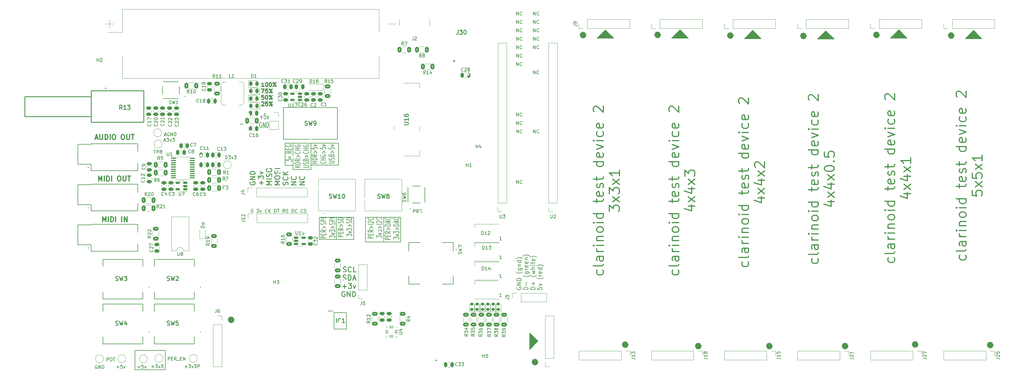
<source format=gbr>
%TF.GenerationSoftware,KiCad,Pcbnew,(6.0.5)*%
%TF.CreationDate,2022-07-17T18:42:08+02:00*%
%TF.ProjectId,clarinoid-devboard,636c6172-696e-46f6-9964-2d646576626f,rev?*%
%TF.SameCoordinates,Original*%
%TF.FileFunction,Legend,Top*%
%TF.FilePolarity,Positive*%
%FSLAX46Y46*%
G04 Gerber Fmt 4.6, Leading zero omitted, Abs format (unit mm)*
G04 Created by KiCad (PCBNEW (6.0.5)) date 2022-07-17 18:42:08*
%MOMM*%
%LPD*%
G01*
G04 APERTURE LIST*
G04 Aperture macros list*
%AMRoundRect*
0 Rectangle with rounded corners*
0 $1 Rounding radius*
0 $2 $3 $4 $5 $6 $7 $8 $9 X,Y pos of 4 corners*
0 Add a 4 corners polygon primitive as box body*
4,1,4,$2,$3,$4,$5,$6,$7,$8,$9,$2,$3,0*
0 Add four circle primitives for the rounded corners*
1,1,$1+$1,$2,$3*
1,1,$1+$1,$4,$5*
1,1,$1+$1,$6,$7*
1,1,$1+$1,$8,$9*
0 Add four rect primitives between the rounded corners*
20,1,$1+$1,$2,$3,$4,$5,0*
20,1,$1+$1,$4,$5,$6,$7,0*
20,1,$1+$1,$6,$7,$8,$9,0*
20,1,$1+$1,$8,$9,$2,$3,0*%
%AMFreePoly0*
4,1,14,0.354215,0.088284,0.450784,-0.008285,0.462500,-0.036569,0.462500,-0.060000,0.450784,-0.088284,0.422500,-0.100000,-0.422500,-0.100000,-0.450784,-0.088284,-0.462500,-0.060000,-0.462500,0.060000,-0.450784,0.088284,-0.422500,0.100000,0.325931,0.100000,0.354215,0.088284,0.354215,0.088284,$1*%
%AMFreePoly1*
4,1,14,0.450784,0.088284,0.462500,0.060000,0.462500,0.036569,0.450784,0.008285,0.354215,-0.088284,0.325931,-0.100000,-0.422500,-0.100000,-0.450784,-0.088284,-0.462500,-0.060000,-0.462500,0.060000,-0.450784,0.088284,-0.422500,0.100000,0.422500,0.100000,0.450784,0.088284,0.450784,0.088284,$1*%
%AMFreePoly2*
4,1,14,0.088284,0.450784,0.100000,0.422500,0.100000,-0.422500,0.088284,-0.450784,0.060000,-0.462500,-0.060000,-0.462500,-0.088284,-0.450784,-0.100000,-0.422500,-0.100000,0.325931,-0.088284,0.354215,0.008285,0.450784,0.036569,0.462500,0.060000,0.462500,0.088284,0.450784,0.088284,0.450784,$1*%
%AMFreePoly3*
4,1,14,-0.008285,0.450784,0.088284,0.354215,0.100000,0.325931,0.100000,-0.422500,0.088284,-0.450784,0.060000,-0.462500,-0.060000,-0.462500,-0.088284,-0.450784,-0.100000,-0.422500,-0.100000,0.422500,-0.088284,0.450784,-0.060000,0.462500,-0.036569,0.462500,-0.008285,0.450784,-0.008285,0.450784,$1*%
%AMFreePoly4*
4,1,14,0.450784,0.088284,0.462500,0.060000,0.462500,-0.060000,0.450784,-0.088284,0.422500,-0.100000,-0.325931,-0.100000,-0.354215,-0.088284,-0.450784,0.008285,-0.462500,0.036569,-0.462500,0.060000,-0.450784,0.088284,-0.422500,0.100000,0.422500,0.100000,0.450784,0.088284,0.450784,0.088284,$1*%
%AMFreePoly5*
4,1,14,0.450784,0.088284,0.462500,0.060000,0.462500,-0.060000,0.450784,-0.088284,0.422500,-0.100000,-0.422500,-0.100000,-0.450784,-0.088284,-0.462500,-0.060000,-0.462500,-0.036569,-0.450784,-0.008285,-0.354215,0.088284,-0.325931,0.100000,0.422500,0.100000,0.450784,0.088284,0.450784,0.088284,$1*%
%AMFreePoly6*
4,1,14,0.088284,0.450784,0.100000,0.422500,0.100000,-0.325931,0.088284,-0.354215,-0.008285,-0.450784,-0.036569,-0.462500,-0.060000,-0.462500,-0.088284,-0.450784,-0.100000,-0.422500,-0.100000,0.422500,-0.088284,0.450784,-0.060000,0.462500,0.060000,0.462500,0.088284,0.450784,0.088284,0.450784,$1*%
%AMFreePoly7*
4,1,14,0.088284,0.450784,0.100000,0.422500,0.100000,-0.422500,0.088284,-0.450784,0.060000,-0.462500,0.036569,-0.462500,0.008285,-0.450784,-0.088284,-0.354215,-0.100000,-0.325931,-0.100000,0.422500,-0.088284,0.450784,-0.060000,0.462500,0.060000,0.462500,0.088284,0.450784,0.088284,0.450784,$1*%
G04 Aperture macros list end*
%ADD10C,0.976388*%
%ADD11C,0.150000*%
%ADD12C,0.300000*%
%ADD13C,0.250000*%
%ADD14C,0.254000*%
%ADD15C,0.120000*%
%ADD16C,0.100000*%
%ADD17C,0.200000*%
%ADD18C,0.127000*%
%ADD19C,0.775000*%
%ADD20C,1.000000*%
%ADD21C,0.500000*%
%ADD22RoundRect,0.218750X0.256250X-0.218750X0.256250X0.218750X-0.256250X0.218750X-0.256250X-0.218750X0*%
%ADD23RoundRect,0.250000X-0.475000X0.250000X-0.475000X-0.250000X0.475000X-0.250000X0.475000X0.250000X0*%
%ADD24RoundRect,0.250000X-0.625000X0.312500X-0.625000X-0.312500X0.625000X-0.312500X0.625000X0.312500X0*%
%ADD25C,1.150000*%
%ADD26C,1.650000*%
%ADD27R,1.550000X0.300000*%
%ADD28R,2.750000X1.200000*%
%ADD29R,1.700000X1.700000*%
%ADD30O,1.700000X1.700000*%
%ADD31C,2.000000*%
%ADD32RoundRect,0.250000X0.475000X-0.250000X0.475000X0.250000X-0.475000X0.250000X-0.475000X-0.250000X0*%
%ADD33RoundRect,0.250000X0.625000X-0.312500X0.625000X0.312500X-0.625000X0.312500X-0.625000X-0.312500X0*%
%ADD34C,0.500000*%
%ADD35RoundRect,0.250000X0.312500X0.625000X-0.312500X0.625000X-0.312500X-0.625000X0.312500X-0.625000X0*%
%ADD36RoundRect,0.250000X0.250000X0.475000X-0.250000X0.475000X-0.250000X-0.475000X0.250000X-0.475000X0*%
%ADD37RoundRect,0.250000X-0.250000X-0.475000X0.250000X-0.475000X0.250000X0.475000X-0.250000X0.475000X0*%
%ADD38R,1.475000X0.450000*%
%ADD39C,1.300000*%
%ADD40R,0.950000X0.700000*%
%ADD41R,2.250000X2.850000*%
%ADD42C,1.850000*%
%ADD43C,3.450000*%
%ADD44C,2.390000*%
%ADD45R,7.340000X6.350000*%
%ADD46R,3.500000X1.850000*%
%ADD47C,1.000000*%
%ADD48R,0.700000X1.600000*%
%ADD49R,1.200000X1.500000*%
%ADD50R,1.200000X2.200000*%
%ADD51R,1.600000X1.500000*%
%ADD52R,0.750000X1.000000*%
%ADD53RoundRect,0.243750X-0.243750X-0.456250X0.243750X-0.456250X0.243750X0.456250X-0.243750X0.456250X0*%
%ADD54O,1.700000X2.800000*%
%ADD55C,6.200000*%
%ADD56C,0.800000*%
%ADD57C,6.400000*%
%ADD58RoundRect,0.250000X-0.312500X-0.625000X0.312500X-0.625000X0.312500X0.625000X-0.312500X0.625000X0*%
%ADD59R,0.300000X0.800000*%
%ADD60R,0.800000X0.300000*%
%ADD61R,1.800000X1.800000*%
%ADD62C,0.650000*%
%ADD63R,0.300000X1.150000*%
%ADD64O,1.000000X1.600000*%
%ADD65O,1.000000X2.100000*%
%ADD66R,1.500000X1.000000*%
%ADD67RoundRect,0.243750X0.243750X0.456250X-0.243750X0.456250X-0.243750X-0.456250X0.243750X-0.456250X0*%
%ADD68R,1.600000X1.600000*%
%ADD69O,1.600000X1.600000*%
%ADD70C,1.800000*%
%ADD71FreePoly0,270.000000*%
%ADD72RoundRect,0.050000X-0.050000X0.412500X-0.050000X-0.412500X0.050000X-0.412500X0.050000X0.412500X0*%
%ADD73FreePoly1,270.000000*%
%ADD74FreePoly2,270.000000*%
%ADD75RoundRect,0.050000X-0.412500X0.050000X-0.412500X-0.050000X0.412500X-0.050000X0.412500X0.050000X0*%
%ADD76FreePoly3,270.000000*%
%ADD77FreePoly4,270.000000*%
%ADD78FreePoly5,270.000000*%
%ADD79FreePoly6,270.000000*%
%ADD80FreePoly7,270.000000*%
%ADD81RoundRect,0.150000X0.512500X0.150000X-0.512500X0.150000X-0.512500X-0.150000X0.512500X-0.150000X0*%
%ADD82RoundRect,0.100000X-0.637500X-0.100000X0.637500X-0.100000X0.637500X0.100000X-0.637500X0.100000X0*%
%ADD83R,1.300000X1.700000*%
%ADD84R,0.450000X0.600000*%
%ADD85R,1.000000X0.750000*%
%ADD86RoundRect,0.150000X-0.512500X-0.150000X0.512500X-0.150000X0.512500X0.150000X-0.512500X0.150000X0*%
%ADD87R,1.650000X1.650000*%
%ADD88O,6.000000X3.000000*%
%ADD89C,1.200000*%
%ADD90C,1.600000*%
G04 APERTURE END LIST*
D10*
X304562610Y-129731534D02*
G75*
G03*
X304562610Y-129731534I-488194J0D01*
G01*
D11*
G36*
X235775804Y-37331534D02*
G01*
X230775804Y-37331534D01*
X233275804Y-34831534D01*
X235775804Y-37331534D01*
G37*
X235775804Y-37331534D02*
X230775804Y-37331534D01*
X233275804Y-34831534D01*
X235775804Y-37331534D01*
G36*
X301675804Y-37331534D02*
G01*
X296675804Y-37331534D01*
X299175804Y-34831534D01*
X301675804Y-37331534D01*
G37*
X301675804Y-37331534D02*
X296675804Y-37331534D01*
X299175804Y-34831534D01*
X301675804Y-37331534D01*
D10*
X248915998Y-36580922D02*
G75*
G03*
X248915998Y-36580922I-488194J0D01*
G01*
X190087498Y-135059034D02*
G75*
G03*
X190087498Y-135059034I-488194J0D01*
G01*
D11*
X144076804Y-91359034D02*
X149176804Y-91359034D01*
X149176804Y-91359034D02*
X149176804Y-98859034D01*
X149176804Y-98859034D02*
X144076804Y-98859034D01*
X144076804Y-98859034D02*
X144076804Y-91359034D01*
D10*
X204563998Y-36432922D02*
G75*
G03*
X204563998Y-36432922I-488194J0D01*
G01*
X283462610Y-130231534D02*
G75*
G03*
X283462610Y-130231534I-488194J0D01*
G01*
D11*
X129776804Y-91359034D02*
X134976804Y-91359034D01*
X134976804Y-91359034D02*
X134976804Y-98059034D01*
X134976804Y-98059034D02*
X129776804Y-98059034D01*
X129776804Y-98059034D02*
X129776804Y-91359034D01*
G36*
X213323804Y-37383534D02*
G01*
X208323804Y-37383534D01*
X210823804Y-34883534D01*
X213323804Y-37383534D01*
G37*
X213323804Y-37383534D02*
X208323804Y-37383534D01*
X210823804Y-34883534D01*
X213323804Y-37383534D01*
G36*
X190476804Y-128759034D02*
G01*
X187976804Y-131259034D01*
X187976804Y-126259034D01*
X190476804Y-128759034D01*
G37*
X190476804Y-128759034D02*
X187976804Y-131259034D01*
X187976804Y-126259034D01*
X190476804Y-128759034D01*
G36*
X324175804Y-37531534D02*
G01*
X319175804Y-37531534D01*
X321675804Y-35031534D01*
X324175804Y-37531534D01*
G37*
X324175804Y-37531534D02*
X319175804Y-37531534D01*
X321675804Y-35031534D01*
X324175804Y-37531534D01*
X138576804Y-91359034D02*
X144076804Y-91359034D01*
X144076804Y-91359034D02*
X144076804Y-98859034D01*
X144076804Y-98859034D02*
X138576804Y-98859034D01*
X138576804Y-98859034D02*
X138576804Y-91359034D01*
D10*
X260662610Y-130231534D02*
G75*
G03*
X260662610Y-130231534I-488194J0D01*
G01*
D11*
G36*
X257675804Y-37531534D02*
G01*
X252675804Y-37531534D01*
X255175804Y-35031534D01*
X257675804Y-37531534D01*
G37*
X257675804Y-37531534D02*
X252675804Y-37531534D01*
X255175804Y-35031534D01*
X257675804Y-37531534D01*
G36*
X279675804Y-37631534D02*
G01*
X274675804Y-37631534D01*
X277175804Y-35131534D01*
X279675804Y-37631534D01*
G37*
X279675804Y-37631534D02*
X274675804Y-37631534D01*
X277175804Y-35131534D01*
X279675804Y-37631534D01*
D10*
X98587498Y-122309034D02*
G75*
G03*
X98587498Y-122309034I-488194J0D01*
G01*
D11*
X114333225Y-69034580D02*
X116733225Y-69034580D01*
X116733225Y-69034580D02*
X116733225Y-75734580D01*
X116733225Y-75734580D02*
X114333225Y-75734580D01*
X114333225Y-75734580D02*
X114333225Y-69034580D01*
D10*
X270915998Y-36680922D02*
G75*
G03*
X270915998Y-36680922I-488194J0D01*
G01*
X315415998Y-36580922D02*
G75*
G03*
X315415998Y-36580922I-488194J0D01*
G01*
X217262610Y-129809034D02*
G75*
G03*
X217262610Y-129809034I-488194J0D01*
G01*
X239262610Y-130231534D02*
G75*
G03*
X239262610Y-130231534I-488194J0D01*
G01*
D11*
X69176804Y-131559034D02*
X78276804Y-131559034D01*
X78276804Y-131559034D02*
X78276804Y-137359034D01*
X78276804Y-137359034D02*
X69176804Y-137359034D01*
X69176804Y-137359034D02*
X69176804Y-131559034D01*
D10*
X292915998Y-36380922D02*
G75*
G03*
X292915998Y-36380922I-488194J0D01*
G01*
X327162610Y-129931534D02*
G75*
G03*
X327162610Y-129931534I-488194J0D01*
G01*
X227015998Y-36380922D02*
G75*
G03*
X227015998Y-36380922I-488194J0D01*
G01*
D11*
X124676804Y-91359034D02*
X129776804Y-91359034D01*
X129776804Y-91359034D02*
X129776804Y-98059034D01*
X129776804Y-98059034D02*
X124676804Y-98059034D01*
X124676804Y-98059034D02*
X124676804Y-91359034D01*
X116733225Y-69034580D02*
X122133225Y-69034580D01*
X122133225Y-69034580D02*
X122133225Y-77034580D01*
X122133225Y-77034580D02*
X116733225Y-77034580D01*
X116733225Y-77034580D02*
X116733225Y-69034580D01*
X122133225Y-69034580D02*
X130433225Y-69034580D01*
X130433225Y-69034580D02*
X130433225Y-75634580D01*
X130433225Y-75634580D02*
X122133225Y-75634580D01*
X122133225Y-75634580D02*
X122133225Y-69034580D01*
X104696775Y-88990178D02*
X104601537Y-88942558D01*
X104458680Y-88942558D01*
X104315822Y-88990178D01*
X104220584Y-89085416D01*
X104172965Y-89180654D01*
X104125346Y-89371130D01*
X104125346Y-89513987D01*
X104172965Y-89704463D01*
X104220584Y-89799701D01*
X104315822Y-89894939D01*
X104458680Y-89942558D01*
X104553918Y-89942558D01*
X104696775Y-89894939D01*
X104744394Y-89847320D01*
X104744394Y-89513987D01*
X104553918Y-89513987D01*
X105839632Y-88942558D02*
X106458680Y-88942558D01*
X106125346Y-89323511D01*
X106268203Y-89323511D01*
X106363441Y-89371130D01*
X106411061Y-89418749D01*
X106458680Y-89513987D01*
X106458680Y-89752082D01*
X106411061Y-89847320D01*
X106363441Y-89894939D01*
X106268203Y-89942558D01*
X105982489Y-89942558D01*
X105887251Y-89894939D01*
X105839632Y-89847320D01*
X106792013Y-89275892D02*
X107030108Y-89942558D01*
X107268203Y-89275892D01*
X108982489Y-89847320D02*
X108934870Y-89894939D01*
X108792013Y-89942558D01*
X108696775Y-89942558D01*
X108553918Y-89894939D01*
X108458680Y-89799701D01*
X108411061Y-89704463D01*
X108363441Y-89513987D01*
X108363441Y-89371130D01*
X108411061Y-89180654D01*
X108458680Y-89085416D01*
X108553918Y-88990178D01*
X108696775Y-88942558D01*
X108792013Y-88942558D01*
X108934870Y-88990178D01*
X108982489Y-89037797D01*
X109411061Y-89942558D02*
X109411061Y-88942558D01*
X109982489Y-89942558D02*
X109553918Y-89371130D01*
X109982489Y-88942558D02*
X109411061Y-89513987D01*
X111172965Y-89942558D02*
X111172965Y-88942558D01*
X111411061Y-88942558D01*
X111553918Y-88990178D01*
X111649156Y-89085416D01*
X111696775Y-89180654D01*
X111744394Y-89371130D01*
X111744394Y-89513987D01*
X111696775Y-89704463D01*
X111649156Y-89799701D01*
X111553918Y-89894939D01*
X111411061Y-89942558D01*
X111172965Y-89942558D01*
X112030108Y-88942558D02*
X112601537Y-88942558D01*
X112315822Y-89942558D02*
X112315822Y-88942558D01*
X114268203Y-89942558D02*
X113934870Y-89466368D01*
X113696775Y-89942558D02*
X113696775Y-88942558D01*
X114077727Y-88942558D01*
X114172965Y-88990178D01*
X114220584Y-89037797D01*
X114268203Y-89133035D01*
X114268203Y-89275892D01*
X114220584Y-89371130D01*
X114172965Y-89418749D01*
X114077727Y-89466368D01*
X113696775Y-89466368D01*
X114649156Y-89894939D02*
X114792013Y-89942558D01*
X115030108Y-89942558D01*
X115125346Y-89894939D01*
X115172965Y-89847320D01*
X115220584Y-89752082D01*
X115220584Y-89656844D01*
X115172965Y-89561606D01*
X115125346Y-89513987D01*
X115030108Y-89466368D01*
X114839632Y-89418749D01*
X114744394Y-89371130D01*
X114696775Y-89323511D01*
X114649156Y-89228273D01*
X114649156Y-89133035D01*
X114696775Y-89037797D01*
X114744394Y-88990178D01*
X114839632Y-88942558D01*
X115077727Y-88942558D01*
X115220584Y-88990178D01*
X116411061Y-89942558D02*
X116411061Y-88942558D01*
X116649156Y-88942558D01*
X116792013Y-88990178D01*
X116887251Y-89085416D01*
X116934870Y-89180654D01*
X116982489Y-89371130D01*
X116982489Y-89513987D01*
X116934870Y-89704463D01*
X116887251Y-89799701D01*
X116792013Y-89894939D01*
X116649156Y-89942558D01*
X116411061Y-89942558D01*
X117982489Y-89847320D02*
X117934870Y-89894939D01*
X117792013Y-89942558D01*
X117696775Y-89942558D01*
X117553918Y-89894939D01*
X117458680Y-89799701D01*
X117411061Y-89704463D01*
X117363441Y-89513987D01*
X117363441Y-89371130D01*
X117411061Y-89180654D01*
X117458680Y-89085416D01*
X117553918Y-88990178D01*
X117696775Y-88942558D01*
X117792013Y-88942558D01*
X117934870Y-88990178D01*
X117982489Y-89037797D01*
X119744394Y-89847320D02*
X119696775Y-89894939D01*
X119553918Y-89942558D01*
X119458680Y-89942558D01*
X119315822Y-89894939D01*
X119220584Y-89799701D01*
X119172965Y-89704463D01*
X119125346Y-89513987D01*
X119125346Y-89371130D01*
X119172965Y-89180654D01*
X119220584Y-89085416D01*
X119315822Y-88990178D01*
X119458680Y-88942558D01*
X119553918Y-88942558D01*
X119696775Y-88990178D01*
X119744394Y-89037797D01*
X120125346Y-89894939D02*
X120268203Y-89942558D01*
X120506299Y-89942558D01*
X120601537Y-89894939D01*
X120649156Y-89847320D01*
X120696775Y-89752082D01*
X120696775Y-89656844D01*
X120649156Y-89561606D01*
X120601537Y-89513987D01*
X120506299Y-89466368D01*
X120315822Y-89418749D01*
X120220584Y-89371130D01*
X120172965Y-89323511D01*
X120125346Y-89228273D01*
X120125346Y-89133035D01*
X120172965Y-89037797D01*
X120220584Y-88990178D01*
X120315822Y-88942558D01*
X120553918Y-88942558D01*
X120696775Y-88990178D01*
D12*
X59398232Y-92737605D02*
X59398232Y-91237605D01*
X59898232Y-92309034D01*
X60398232Y-91237605D01*
X60398232Y-92737605D01*
X61112518Y-92737605D02*
X61112518Y-91237605D01*
X61826804Y-92737605D02*
X61826804Y-91237605D01*
X62183946Y-91237605D01*
X62398232Y-91309034D01*
X62541089Y-91451891D01*
X62612518Y-91594748D01*
X62683946Y-91880462D01*
X62683946Y-92094748D01*
X62612518Y-92380462D01*
X62541089Y-92523319D01*
X62398232Y-92666176D01*
X62183946Y-92737605D01*
X61826804Y-92737605D01*
X63326804Y-92737605D02*
X63326804Y-91237605D01*
X65183946Y-92737605D02*
X65183946Y-91237605D01*
X65898232Y-92737605D02*
X65898232Y-91237605D01*
X66755375Y-92737605D01*
X66755375Y-91237605D01*
D11*
X140936613Y-97689867D02*
X139336613Y-97689867D01*
X139336613Y-97308914D01*
X139412804Y-97213676D01*
X139488994Y-97166057D01*
X139641375Y-97118438D01*
X139869946Y-97118438D01*
X140022327Y-97166057D01*
X140098518Y-97213676D01*
X140174708Y-97308914D01*
X140174708Y-97689867D01*
X140098518Y-96689867D02*
X140098518Y-96356534D01*
X140936613Y-96213676D02*
X140936613Y-96689867D01*
X139336613Y-96689867D01*
X139336613Y-96213676D01*
X140936613Y-95213676D02*
X140174708Y-95547010D01*
X140936613Y-95785105D02*
X139336613Y-95785105D01*
X139336613Y-95404153D01*
X139412804Y-95308914D01*
X139488994Y-95261295D01*
X139641375Y-95213676D01*
X139869946Y-95213676D01*
X140022327Y-95261295D01*
X140098518Y-95308914D01*
X140174708Y-95404153D01*
X140174708Y-95785105D01*
X139869946Y-94785105D02*
X140327089Y-94023200D01*
X140784232Y-94785105D01*
X140936613Y-93547010D02*
X139336613Y-93547010D01*
X139488994Y-93118438D02*
X139412804Y-93070819D01*
X139336613Y-92975581D01*
X139336613Y-92737486D01*
X139412804Y-92642248D01*
X139488994Y-92594629D01*
X139641375Y-92547010D01*
X139793756Y-92547010D01*
X140022327Y-92594629D01*
X140936613Y-93166057D01*
X140936613Y-92547010D01*
X140784232Y-91547010D02*
X140860423Y-91594629D01*
X140936613Y-91737486D01*
X140936613Y-91832724D01*
X140860423Y-91975581D01*
X140708042Y-92070819D01*
X140555661Y-92118438D01*
X140250899Y-92166057D01*
X140022327Y-92166057D01*
X139717565Y-92118438D01*
X139565184Y-92070819D01*
X139412804Y-91975581D01*
X139336613Y-91832724D01*
X139336613Y-91737486D01*
X139412804Y-91594629D01*
X139488994Y-91547010D01*
X141912613Y-97547010D02*
X141912613Y-96927962D01*
X142522137Y-97261295D01*
X142522137Y-97118438D01*
X142598327Y-97023200D01*
X142674518Y-96975581D01*
X142826899Y-96927962D01*
X143207851Y-96927962D01*
X143360232Y-96975581D01*
X143436423Y-97023200D01*
X143512613Y-97118438D01*
X143512613Y-97404153D01*
X143436423Y-97499391D01*
X143360232Y-97547010D01*
X142445946Y-96594629D02*
X143512613Y-96356534D01*
X142445946Y-96118438D01*
X141912613Y-95832724D02*
X141912613Y-95213676D01*
X142522137Y-95547010D01*
X142522137Y-95404153D01*
X142598327Y-95308914D01*
X142674518Y-95261295D01*
X142826899Y-95213676D01*
X143207851Y-95213676D01*
X143360232Y-95261295D01*
X143436423Y-95308914D01*
X143512613Y-95404153D01*
X143512613Y-95689867D01*
X143436423Y-95785105D01*
X143360232Y-95832724D01*
X142445946Y-94785105D02*
X142903089Y-94023200D01*
X143360232Y-94785105D01*
X143512613Y-93547010D02*
X141912613Y-93547010D01*
X142064994Y-93118438D02*
X141988804Y-93070819D01*
X141912613Y-92975581D01*
X141912613Y-92737486D01*
X141988804Y-92642248D01*
X142064994Y-92594629D01*
X142217375Y-92547010D01*
X142369756Y-92547010D01*
X142598327Y-92594629D01*
X143512613Y-93166057D01*
X143512613Y-92547010D01*
X143360232Y-91547010D02*
X143436423Y-91594629D01*
X143512613Y-91737486D01*
X143512613Y-91832724D01*
X143436423Y-91975581D01*
X143284042Y-92070819D01*
X143131661Y-92118438D01*
X142826899Y-92166057D01*
X142598327Y-92166057D01*
X142293565Y-92118438D01*
X142141184Y-92070819D01*
X141988804Y-91975581D01*
X141912613Y-91832724D01*
X141912613Y-91737486D01*
X141988804Y-91594629D01*
X142064994Y-91547010D01*
X146088613Y-98118438D02*
X144488613Y-98118438D01*
X144488613Y-97737486D01*
X144564804Y-97642248D01*
X144640994Y-97594629D01*
X144793375Y-97547010D01*
X145021946Y-97547010D01*
X145174327Y-97594629D01*
X145250518Y-97642248D01*
X145326708Y-97737486D01*
X145326708Y-98118438D01*
X145250518Y-97118438D02*
X145250518Y-96785105D01*
X146088613Y-96642248D02*
X146088613Y-97118438D01*
X144488613Y-97118438D01*
X144488613Y-96642248D01*
X146088613Y-95642248D02*
X145326708Y-95975581D01*
X146088613Y-96213676D02*
X144488613Y-96213676D01*
X144488613Y-95832724D01*
X144564804Y-95737486D01*
X144640994Y-95689867D01*
X144793375Y-95642248D01*
X145021946Y-95642248D01*
X145174327Y-95689867D01*
X145250518Y-95737486D01*
X145326708Y-95832724D01*
X145326708Y-96213676D01*
X145021946Y-95213676D02*
X145479089Y-94451772D01*
X145936232Y-95213676D01*
X146088613Y-93975581D02*
X144488613Y-93975581D01*
X144488613Y-93737486D01*
X144564804Y-93594629D01*
X144717184Y-93499391D01*
X144869565Y-93451772D01*
X145174327Y-93404153D01*
X145402899Y-93404153D01*
X145707661Y-93451772D01*
X145860042Y-93499391D01*
X146012423Y-93594629D01*
X146088613Y-93737486D01*
X146088613Y-93975581D01*
X145631470Y-93023200D02*
X145631470Y-92547010D01*
X146088613Y-93118438D02*
X144488613Y-92785105D01*
X146088613Y-92451772D01*
X145936232Y-91547010D02*
X146012423Y-91594629D01*
X146088613Y-91737486D01*
X146088613Y-91832724D01*
X146012423Y-91975581D01*
X145860042Y-92070819D01*
X145707661Y-92118438D01*
X145402899Y-92166057D01*
X145174327Y-92166057D01*
X144869565Y-92118438D01*
X144717184Y-92070819D01*
X144564804Y-91975581D01*
X144488613Y-91832724D01*
X144488613Y-91737486D01*
X144564804Y-91594629D01*
X144640994Y-91547010D01*
X147064613Y-97975581D02*
X147064613Y-97356534D01*
X147674137Y-97689867D01*
X147674137Y-97547010D01*
X147750327Y-97451772D01*
X147826518Y-97404153D01*
X147978899Y-97356534D01*
X148359851Y-97356534D01*
X148512232Y-97404153D01*
X148588423Y-97451772D01*
X148664613Y-97547010D01*
X148664613Y-97832724D01*
X148588423Y-97927962D01*
X148512232Y-97975581D01*
X147597946Y-97023200D02*
X148664613Y-96785105D01*
X147597946Y-96547010D01*
X147064613Y-96261295D02*
X147064613Y-95642248D01*
X147674137Y-95975581D01*
X147674137Y-95832724D01*
X147750327Y-95737486D01*
X147826518Y-95689867D01*
X147978899Y-95642248D01*
X148359851Y-95642248D01*
X148512232Y-95689867D01*
X148588423Y-95737486D01*
X148664613Y-95832724D01*
X148664613Y-96118438D01*
X148588423Y-96213676D01*
X148512232Y-96261295D01*
X147597946Y-95213676D02*
X148055089Y-94451772D01*
X148512232Y-95213676D01*
X148664613Y-93975581D02*
X147064613Y-93975581D01*
X147064613Y-93737486D01*
X147140804Y-93594629D01*
X147293184Y-93499391D01*
X147445565Y-93451772D01*
X147750327Y-93404153D01*
X147978899Y-93404153D01*
X148283661Y-93451772D01*
X148436042Y-93499391D01*
X148588423Y-93594629D01*
X148664613Y-93737486D01*
X148664613Y-93975581D01*
X148207470Y-93023200D02*
X148207470Y-92547010D01*
X148664613Y-93118438D02*
X147064613Y-92785105D01*
X148664613Y-92451772D01*
X148512232Y-91547010D02*
X148588423Y-91594629D01*
X148664613Y-91737486D01*
X148664613Y-91832724D01*
X148588423Y-91975581D01*
X148436042Y-92070819D01*
X148283661Y-92118438D01*
X147978899Y-92166057D01*
X147750327Y-92166057D01*
X147445565Y-92118438D01*
X147293184Y-92070819D01*
X147140804Y-91975581D01*
X147064613Y-91832724D01*
X147064613Y-91737486D01*
X147140804Y-91594629D01*
X147216994Y-91547010D01*
X126736613Y-97689867D02*
X125136613Y-97689867D01*
X125136613Y-97308914D01*
X125212804Y-97213676D01*
X125288994Y-97166057D01*
X125441375Y-97118438D01*
X125669946Y-97118438D01*
X125822327Y-97166057D01*
X125898518Y-97213676D01*
X125974708Y-97308914D01*
X125974708Y-97689867D01*
X125898518Y-96689867D02*
X125898518Y-96356534D01*
X126736613Y-96213676D02*
X126736613Y-96689867D01*
X125136613Y-96689867D01*
X125136613Y-96213676D01*
X126736613Y-95213676D02*
X125974708Y-95547010D01*
X126736613Y-95785105D02*
X125136613Y-95785105D01*
X125136613Y-95404153D01*
X125212804Y-95308914D01*
X125288994Y-95261295D01*
X125441375Y-95213676D01*
X125669946Y-95213676D01*
X125822327Y-95261295D01*
X125898518Y-95308914D01*
X125974708Y-95404153D01*
X125974708Y-95785105D01*
X125669946Y-94785105D02*
X126127089Y-94023200D01*
X126584232Y-94785105D01*
X126660423Y-93594629D02*
X126736613Y-93451772D01*
X126736613Y-93213676D01*
X126660423Y-93118438D01*
X126584232Y-93070819D01*
X126431851Y-93023200D01*
X126279470Y-93023200D01*
X126127089Y-93070819D01*
X126050899Y-93118438D01*
X125974708Y-93213676D01*
X125898518Y-93404153D01*
X125822327Y-93499391D01*
X125746137Y-93547010D01*
X125593756Y-93594629D01*
X125441375Y-93594629D01*
X125288994Y-93547010D01*
X125212804Y-93499391D01*
X125136613Y-93404153D01*
X125136613Y-93166057D01*
X125212804Y-93023200D01*
X126736613Y-92594629D02*
X125136613Y-92594629D01*
X125136613Y-92213676D01*
X125212804Y-92118438D01*
X125288994Y-92070819D01*
X125441375Y-92023200D01*
X125669946Y-92023200D01*
X125822327Y-92070819D01*
X125898518Y-92118438D01*
X125974708Y-92213676D01*
X125974708Y-92594629D01*
X126736613Y-91594629D02*
X125136613Y-91594629D01*
X127712613Y-97547010D02*
X127712613Y-96927962D01*
X128322137Y-97261295D01*
X128322137Y-97118438D01*
X128398327Y-97023200D01*
X128474518Y-96975581D01*
X128626899Y-96927962D01*
X129007851Y-96927962D01*
X129160232Y-96975581D01*
X129236423Y-97023200D01*
X129312613Y-97118438D01*
X129312613Y-97404153D01*
X129236423Y-97499391D01*
X129160232Y-97547010D01*
X128245946Y-96594629D02*
X129312613Y-96356534D01*
X128245946Y-96118438D01*
X127712613Y-95832724D02*
X127712613Y-95213676D01*
X128322137Y-95547010D01*
X128322137Y-95404153D01*
X128398327Y-95308914D01*
X128474518Y-95261295D01*
X128626899Y-95213676D01*
X129007851Y-95213676D01*
X129160232Y-95261295D01*
X129236423Y-95308914D01*
X129312613Y-95404153D01*
X129312613Y-95689867D01*
X129236423Y-95785105D01*
X129160232Y-95832724D01*
X128245946Y-94785105D02*
X128703089Y-94023200D01*
X129160232Y-94785105D01*
X129236423Y-93594629D02*
X129312613Y-93451772D01*
X129312613Y-93213676D01*
X129236423Y-93118438D01*
X129160232Y-93070819D01*
X129007851Y-93023200D01*
X128855470Y-93023200D01*
X128703089Y-93070819D01*
X128626899Y-93118438D01*
X128550708Y-93213676D01*
X128474518Y-93404153D01*
X128398327Y-93499391D01*
X128322137Y-93547010D01*
X128169756Y-93594629D01*
X128017375Y-93594629D01*
X127864994Y-93547010D01*
X127788804Y-93499391D01*
X127712613Y-93404153D01*
X127712613Y-93166057D01*
X127788804Y-93023200D01*
X129312613Y-92594629D02*
X127712613Y-92594629D01*
X127712613Y-92213676D01*
X127788804Y-92118438D01*
X127864994Y-92070819D01*
X128017375Y-92023200D01*
X128245946Y-92023200D01*
X128398327Y-92070819D01*
X128474518Y-92118438D01*
X128550708Y-92213676D01*
X128550708Y-92594629D01*
X129312613Y-91594629D02*
X127712613Y-91594629D01*
X131888613Y-97213676D02*
X130288613Y-97213676D01*
X130288613Y-96832724D01*
X130364804Y-96737486D01*
X130440994Y-96689867D01*
X130593375Y-96642248D01*
X130821946Y-96642248D01*
X130974327Y-96689867D01*
X131050518Y-96737486D01*
X131126708Y-96832724D01*
X131126708Y-97213676D01*
X131050518Y-96213676D02*
X131050518Y-95880343D01*
X131888613Y-95737486D02*
X131888613Y-96213676D01*
X130288613Y-96213676D01*
X130288613Y-95737486D01*
X131888613Y-94737486D02*
X131126708Y-95070819D01*
X131888613Y-95308914D02*
X130288613Y-95308914D01*
X130288613Y-94927962D01*
X130364804Y-94832724D01*
X130440994Y-94785105D01*
X130593375Y-94737486D01*
X130821946Y-94737486D01*
X130974327Y-94785105D01*
X131050518Y-94832724D01*
X131126708Y-94927962D01*
X131126708Y-95308914D01*
X130821946Y-94308914D02*
X131279089Y-93547010D01*
X131736232Y-94308914D01*
X131812423Y-93118438D02*
X131888613Y-92975581D01*
X131888613Y-92737486D01*
X131812423Y-92642248D01*
X131736232Y-92594629D01*
X131583851Y-92547010D01*
X131431470Y-92547010D01*
X131279089Y-92594629D01*
X131202899Y-92642248D01*
X131126708Y-92737486D01*
X131050518Y-92927962D01*
X130974327Y-93023200D01*
X130898137Y-93070819D01*
X130745756Y-93118438D01*
X130593375Y-93118438D01*
X130440994Y-93070819D01*
X130364804Y-93023200D01*
X130288613Y-92927962D01*
X130288613Y-92689867D01*
X130364804Y-92547010D01*
X131888613Y-92118438D02*
X130288613Y-92118438D01*
X130288613Y-91880343D01*
X130364804Y-91737486D01*
X130517184Y-91642248D01*
X130669565Y-91594629D01*
X130974327Y-91547010D01*
X131202899Y-91547010D01*
X131507661Y-91594629D01*
X131660042Y-91642248D01*
X131812423Y-91737486D01*
X131888613Y-91880343D01*
X131888613Y-92118438D01*
X132864613Y-97070819D02*
X132864613Y-96451772D01*
X133474137Y-96785105D01*
X133474137Y-96642248D01*
X133550327Y-96547010D01*
X133626518Y-96499391D01*
X133778899Y-96451772D01*
X134159851Y-96451772D01*
X134312232Y-96499391D01*
X134388423Y-96547010D01*
X134464613Y-96642248D01*
X134464613Y-96927962D01*
X134388423Y-97023200D01*
X134312232Y-97070819D01*
X133397946Y-96118438D02*
X134464613Y-95880343D01*
X133397946Y-95642248D01*
X132864613Y-95356534D02*
X132864613Y-94737486D01*
X133474137Y-95070819D01*
X133474137Y-94927962D01*
X133550327Y-94832724D01*
X133626518Y-94785105D01*
X133778899Y-94737486D01*
X134159851Y-94737486D01*
X134312232Y-94785105D01*
X134388423Y-94832724D01*
X134464613Y-94927962D01*
X134464613Y-95213676D01*
X134388423Y-95308914D01*
X134312232Y-95356534D01*
X133397946Y-94308914D02*
X133855089Y-93547010D01*
X134312232Y-94308914D01*
X134388423Y-93118438D02*
X134464613Y-92975581D01*
X134464613Y-92737486D01*
X134388423Y-92642248D01*
X134312232Y-92594629D01*
X134159851Y-92547010D01*
X134007470Y-92547010D01*
X133855089Y-92594629D01*
X133778899Y-92642248D01*
X133702708Y-92737486D01*
X133626518Y-92927962D01*
X133550327Y-93023200D01*
X133474137Y-93070819D01*
X133321756Y-93118438D01*
X133169375Y-93118438D01*
X133016994Y-93070819D01*
X132940804Y-93023200D01*
X132864613Y-92927962D01*
X132864613Y-92689867D01*
X132940804Y-92547010D01*
X134464613Y-92118438D02*
X132864613Y-92118438D01*
X132864613Y-91880343D01*
X132940804Y-91737486D01*
X133093184Y-91642248D01*
X133245565Y-91594629D01*
X133550327Y-91547010D01*
X133778899Y-91547010D01*
X134083661Y-91594629D01*
X134236042Y-91642248D01*
X134388423Y-91737486D01*
X134464613Y-91880343D01*
X134464613Y-92118438D01*
D12*
X274776089Y-103809034D02*
X274918946Y-104094748D01*
X274918946Y-104666176D01*
X274776089Y-104951891D01*
X274633232Y-105094748D01*
X274347518Y-105237605D01*
X273490375Y-105237605D01*
X273204661Y-105094748D01*
X273061804Y-104951891D01*
X272918946Y-104666176D01*
X272918946Y-104094748D01*
X273061804Y-103809034D01*
X274918946Y-102094748D02*
X274776089Y-102380462D01*
X274490375Y-102523319D01*
X271918946Y-102523319D01*
X274918946Y-99666176D02*
X273347518Y-99666176D01*
X273061804Y-99809034D01*
X272918946Y-100094748D01*
X272918946Y-100666176D01*
X273061804Y-100951891D01*
X274776089Y-99666176D02*
X274918946Y-99951891D01*
X274918946Y-100666176D01*
X274776089Y-100951891D01*
X274490375Y-101094748D01*
X274204661Y-101094748D01*
X273918946Y-100951891D01*
X273776089Y-100666176D01*
X273776089Y-99951891D01*
X273633232Y-99666176D01*
X274918946Y-98237605D02*
X272918946Y-98237605D01*
X273490375Y-98237605D02*
X273204661Y-98094748D01*
X273061804Y-97951891D01*
X272918946Y-97666176D01*
X272918946Y-97380462D01*
X274918946Y-96380462D02*
X272918946Y-96380462D01*
X271918946Y-96380462D02*
X272061804Y-96523319D01*
X272204661Y-96380462D01*
X272061804Y-96237605D01*
X271918946Y-96380462D01*
X272204661Y-96380462D01*
X272918946Y-94951891D02*
X274918946Y-94951891D01*
X273204661Y-94951891D02*
X273061804Y-94809034D01*
X272918946Y-94523319D01*
X272918946Y-94094748D01*
X273061804Y-93809034D01*
X273347518Y-93666176D01*
X274918946Y-93666176D01*
X274918946Y-91809034D02*
X274776089Y-92094748D01*
X274633232Y-92237605D01*
X274347518Y-92380462D01*
X273490375Y-92380462D01*
X273204661Y-92237605D01*
X273061804Y-92094748D01*
X272918946Y-91809034D01*
X272918946Y-91380462D01*
X273061804Y-91094748D01*
X273204661Y-90951891D01*
X273490375Y-90809034D01*
X274347518Y-90809034D01*
X274633232Y-90951891D01*
X274776089Y-91094748D01*
X274918946Y-91380462D01*
X274918946Y-91809034D01*
X274918946Y-89523319D02*
X272918946Y-89523319D01*
X271918946Y-89523319D02*
X272061804Y-89666176D01*
X272204661Y-89523319D01*
X272061804Y-89380462D01*
X271918946Y-89523319D01*
X272204661Y-89523319D01*
X274918946Y-86809034D02*
X271918946Y-86809034D01*
X274776089Y-86809034D02*
X274918946Y-87094748D01*
X274918946Y-87666176D01*
X274776089Y-87951891D01*
X274633232Y-88094748D01*
X274347518Y-88237605D01*
X273490375Y-88237605D01*
X273204661Y-88094748D01*
X273061804Y-87951891D01*
X272918946Y-87666176D01*
X272918946Y-87094748D01*
X273061804Y-86809034D01*
X272918946Y-83523319D02*
X272918946Y-82380462D01*
X271918946Y-83094748D02*
X274490375Y-83094748D01*
X274776089Y-82951891D01*
X274918946Y-82666176D01*
X274918946Y-82380462D01*
X274776089Y-80237605D02*
X274918946Y-80523319D01*
X274918946Y-81094748D01*
X274776089Y-81380462D01*
X274490375Y-81523319D01*
X273347518Y-81523319D01*
X273061804Y-81380462D01*
X272918946Y-81094748D01*
X272918946Y-80523319D01*
X273061804Y-80237605D01*
X273347518Y-80094748D01*
X273633232Y-80094748D01*
X273918946Y-81523319D01*
X274776089Y-78951891D02*
X274918946Y-78666176D01*
X274918946Y-78094748D01*
X274776089Y-77809034D01*
X274490375Y-77666176D01*
X274347518Y-77666176D01*
X274061804Y-77809034D01*
X273918946Y-78094748D01*
X273918946Y-78523319D01*
X273776089Y-78809034D01*
X273490375Y-78951891D01*
X273347518Y-78951891D01*
X273061804Y-78809034D01*
X272918946Y-78523319D01*
X272918946Y-78094748D01*
X273061804Y-77809034D01*
X272918946Y-76809034D02*
X272918946Y-75666176D01*
X271918946Y-76380462D02*
X274490375Y-76380462D01*
X274776089Y-76237605D01*
X274918946Y-75951891D01*
X274918946Y-75666176D01*
X274918946Y-71094748D02*
X271918946Y-71094748D01*
X274776089Y-71094748D02*
X274918946Y-71380462D01*
X274918946Y-71951891D01*
X274776089Y-72237605D01*
X274633232Y-72380462D01*
X274347518Y-72523319D01*
X273490375Y-72523319D01*
X273204661Y-72380462D01*
X273061804Y-72237605D01*
X272918946Y-71951891D01*
X272918946Y-71380462D01*
X273061804Y-71094748D01*
X274776089Y-68523319D02*
X274918946Y-68809034D01*
X274918946Y-69380462D01*
X274776089Y-69666176D01*
X274490375Y-69809034D01*
X273347518Y-69809034D01*
X273061804Y-69666176D01*
X272918946Y-69380462D01*
X272918946Y-68809034D01*
X273061804Y-68523319D01*
X273347518Y-68380462D01*
X273633232Y-68380462D01*
X273918946Y-69809034D01*
X272918946Y-67380462D02*
X274918946Y-66666176D01*
X272918946Y-65951891D01*
X274918946Y-64809034D02*
X272918946Y-64809034D01*
X271918946Y-64809034D02*
X272061804Y-64951891D01*
X272204661Y-64809034D01*
X272061804Y-64666176D01*
X271918946Y-64809034D01*
X272204661Y-64809034D01*
X274776089Y-62094748D02*
X274918946Y-62380462D01*
X274918946Y-62951891D01*
X274776089Y-63237605D01*
X274633232Y-63380462D01*
X274347518Y-63523319D01*
X273490375Y-63523319D01*
X273204661Y-63380462D01*
X273061804Y-63237605D01*
X272918946Y-62951891D01*
X272918946Y-62380462D01*
X273061804Y-62094748D01*
X274776089Y-59666176D02*
X274918946Y-59951891D01*
X274918946Y-60523319D01*
X274776089Y-60809034D01*
X274490375Y-60951891D01*
X273347518Y-60951891D01*
X273061804Y-60809034D01*
X272918946Y-60523319D01*
X272918946Y-59951891D01*
X273061804Y-59666176D01*
X273347518Y-59523319D01*
X273633232Y-59523319D01*
X273918946Y-60951891D01*
X272204661Y-56094748D02*
X272061804Y-55951891D01*
X271918946Y-55666176D01*
X271918946Y-54951891D01*
X272061804Y-54666176D01*
X272204661Y-54523319D01*
X272490375Y-54380462D01*
X272776089Y-54380462D01*
X273204661Y-54523319D01*
X274918946Y-56237605D01*
X274918946Y-54380462D01*
X277748946Y-86666176D02*
X279748946Y-86666176D01*
X276606089Y-87380462D02*
X278748946Y-88094748D01*
X278748946Y-86237605D01*
X279748946Y-85380462D02*
X277748946Y-83809034D01*
X277748946Y-85380462D02*
X279748946Y-83809034D01*
X277748946Y-81380462D02*
X279748946Y-81380462D01*
X276606089Y-82094748D02*
X278748946Y-82809034D01*
X278748946Y-80951891D01*
X279748946Y-80094748D02*
X277748946Y-78523319D01*
X277748946Y-80094748D02*
X279748946Y-78523319D01*
X276748946Y-76809034D02*
X276748946Y-76523319D01*
X276891804Y-76237605D01*
X277034661Y-76094748D01*
X277320375Y-75951891D01*
X277891804Y-75809034D01*
X278606089Y-75809034D01*
X279177518Y-75951891D01*
X279463232Y-76094748D01*
X279606089Y-76237605D01*
X279748946Y-76523319D01*
X279748946Y-76809034D01*
X279606089Y-77094748D01*
X279463232Y-77237605D01*
X279177518Y-77380462D01*
X278606089Y-77523319D01*
X277891804Y-77523319D01*
X277320375Y-77380462D01*
X277034661Y-77237605D01*
X276891804Y-77094748D01*
X276748946Y-76809034D01*
X279463232Y-74523319D02*
X279606089Y-74380462D01*
X279748946Y-74523319D01*
X279606089Y-74666176D01*
X279463232Y-74523319D01*
X279748946Y-74523319D01*
X276748946Y-71666176D02*
X276748946Y-73094748D01*
X278177518Y-73237605D01*
X278034661Y-73094748D01*
X277891804Y-72809034D01*
X277891804Y-72094748D01*
X278034661Y-71809034D01*
X278177518Y-71666176D01*
X278463232Y-71523319D01*
X279177518Y-71523319D01*
X279463232Y-71666176D01*
X279606089Y-71809034D01*
X279748946Y-72094748D01*
X279748946Y-72809034D01*
X279606089Y-73094748D01*
X279463232Y-73237605D01*
D11*
X79105375Y-134511414D02*
X79105375Y-133511414D01*
X79486327Y-133511414D01*
X79581565Y-133559034D01*
X79629184Y-133606653D01*
X79676804Y-133701891D01*
X79676804Y-133844748D01*
X79629184Y-133939986D01*
X79581565Y-133987605D01*
X79486327Y-134035224D01*
X79105375Y-134035224D01*
X80105375Y-133987605D02*
X80438708Y-133987605D01*
X80581565Y-134511414D02*
X80105375Y-134511414D01*
X80105375Y-133511414D01*
X80581565Y-133511414D01*
X81581565Y-134511414D02*
X81248232Y-134035224D01*
X81010137Y-134511414D02*
X81010137Y-133511414D01*
X81391089Y-133511414D01*
X81486327Y-133559034D01*
X81533946Y-133606653D01*
X81581565Y-133701891D01*
X81581565Y-133844748D01*
X81533946Y-133939986D01*
X81486327Y-133987605D01*
X81391089Y-134035224D01*
X81010137Y-134035224D01*
X81772042Y-134606653D02*
X82533946Y-134606653D01*
X82772042Y-133987605D02*
X83105375Y-133987605D01*
X83248232Y-134511414D02*
X82772042Y-134511414D01*
X82772042Y-133511414D01*
X83248232Y-133511414D01*
X83676804Y-134511414D02*
X83676804Y-133511414D01*
X84248232Y-134511414D01*
X84248232Y-133511414D01*
D12*
X319276089Y-102809034D02*
X319418946Y-103094748D01*
X319418946Y-103666176D01*
X319276089Y-103951891D01*
X319133232Y-104094748D01*
X318847518Y-104237605D01*
X317990375Y-104237605D01*
X317704661Y-104094748D01*
X317561804Y-103951891D01*
X317418946Y-103666176D01*
X317418946Y-103094748D01*
X317561804Y-102809034D01*
X319418946Y-101094748D02*
X319276089Y-101380462D01*
X318990375Y-101523319D01*
X316418946Y-101523319D01*
X319418946Y-98666176D02*
X317847518Y-98666176D01*
X317561804Y-98809034D01*
X317418946Y-99094748D01*
X317418946Y-99666176D01*
X317561804Y-99951891D01*
X319276089Y-98666176D02*
X319418946Y-98951891D01*
X319418946Y-99666176D01*
X319276089Y-99951891D01*
X318990375Y-100094748D01*
X318704661Y-100094748D01*
X318418946Y-99951891D01*
X318276089Y-99666176D01*
X318276089Y-98951891D01*
X318133232Y-98666176D01*
X319418946Y-97237605D02*
X317418946Y-97237605D01*
X317990375Y-97237605D02*
X317704661Y-97094748D01*
X317561804Y-96951891D01*
X317418946Y-96666176D01*
X317418946Y-96380462D01*
X319418946Y-95380462D02*
X317418946Y-95380462D01*
X316418946Y-95380462D02*
X316561804Y-95523319D01*
X316704661Y-95380462D01*
X316561804Y-95237605D01*
X316418946Y-95380462D01*
X316704661Y-95380462D01*
X317418946Y-93951891D02*
X319418946Y-93951891D01*
X317704661Y-93951891D02*
X317561804Y-93809034D01*
X317418946Y-93523319D01*
X317418946Y-93094748D01*
X317561804Y-92809034D01*
X317847518Y-92666176D01*
X319418946Y-92666176D01*
X319418946Y-90809034D02*
X319276089Y-91094748D01*
X319133232Y-91237605D01*
X318847518Y-91380462D01*
X317990375Y-91380462D01*
X317704661Y-91237605D01*
X317561804Y-91094748D01*
X317418946Y-90809034D01*
X317418946Y-90380462D01*
X317561804Y-90094748D01*
X317704661Y-89951891D01*
X317990375Y-89809034D01*
X318847518Y-89809034D01*
X319133232Y-89951891D01*
X319276089Y-90094748D01*
X319418946Y-90380462D01*
X319418946Y-90809034D01*
X319418946Y-88523319D02*
X317418946Y-88523319D01*
X316418946Y-88523319D02*
X316561804Y-88666176D01*
X316704661Y-88523319D01*
X316561804Y-88380462D01*
X316418946Y-88523319D01*
X316704661Y-88523319D01*
X319418946Y-85809034D02*
X316418946Y-85809034D01*
X319276089Y-85809034D02*
X319418946Y-86094748D01*
X319418946Y-86666176D01*
X319276089Y-86951891D01*
X319133232Y-87094748D01*
X318847518Y-87237605D01*
X317990375Y-87237605D01*
X317704661Y-87094748D01*
X317561804Y-86951891D01*
X317418946Y-86666176D01*
X317418946Y-86094748D01*
X317561804Y-85809034D01*
X317418946Y-82523319D02*
X317418946Y-81380462D01*
X316418946Y-82094748D02*
X318990375Y-82094748D01*
X319276089Y-81951891D01*
X319418946Y-81666176D01*
X319418946Y-81380462D01*
X319276089Y-79237605D02*
X319418946Y-79523319D01*
X319418946Y-80094748D01*
X319276089Y-80380462D01*
X318990375Y-80523319D01*
X317847518Y-80523319D01*
X317561804Y-80380462D01*
X317418946Y-80094748D01*
X317418946Y-79523319D01*
X317561804Y-79237605D01*
X317847518Y-79094748D01*
X318133232Y-79094748D01*
X318418946Y-80523319D01*
X319276089Y-77951891D02*
X319418946Y-77666176D01*
X319418946Y-77094748D01*
X319276089Y-76809034D01*
X318990375Y-76666176D01*
X318847518Y-76666176D01*
X318561804Y-76809034D01*
X318418946Y-77094748D01*
X318418946Y-77523319D01*
X318276089Y-77809034D01*
X317990375Y-77951891D01*
X317847518Y-77951891D01*
X317561804Y-77809034D01*
X317418946Y-77523319D01*
X317418946Y-77094748D01*
X317561804Y-76809034D01*
X317418946Y-75809034D02*
X317418946Y-74666176D01*
X316418946Y-75380462D02*
X318990375Y-75380462D01*
X319276089Y-75237605D01*
X319418946Y-74951891D01*
X319418946Y-74666176D01*
X319418946Y-70094748D02*
X316418946Y-70094748D01*
X319276089Y-70094748D02*
X319418946Y-70380462D01*
X319418946Y-70951891D01*
X319276089Y-71237605D01*
X319133232Y-71380462D01*
X318847518Y-71523319D01*
X317990375Y-71523319D01*
X317704661Y-71380462D01*
X317561804Y-71237605D01*
X317418946Y-70951891D01*
X317418946Y-70380462D01*
X317561804Y-70094748D01*
X319276089Y-67523319D02*
X319418946Y-67809034D01*
X319418946Y-68380462D01*
X319276089Y-68666176D01*
X318990375Y-68809034D01*
X317847518Y-68809034D01*
X317561804Y-68666176D01*
X317418946Y-68380462D01*
X317418946Y-67809034D01*
X317561804Y-67523319D01*
X317847518Y-67380462D01*
X318133232Y-67380462D01*
X318418946Y-68809034D01*
X317418946Y-66380462D02*
X319418946Y-65666176D01*
X317418946Y-64951891D01*
X319418946Y-63809034D02*
X317418946Y-63809034D01*
X316418946Y-63809034D02*
X316561804Y-63951891D01*
X316704661Y-63809034D01*
X316561804Y-63666176D01*
X316418946Y-63809034D01*
X316704661Y-63809034D01*
X319276089Y-61094748D02*
X319418946Y-61380462D01*
X319418946Y-61951891D01*
X319276089Y-62237605D01*
X319133232Y-62380462D01*
X318847518Y-62523319D01*
X317990375Y-62523319D01*
X317704661Y-62380462D01*
X317561804Y-62237605D01*
X317418946Y-61951891D01*
X317418946Y-61380462D01*
X317561804Y-61094748D01*
X319276089Y-58666176D02*
X319418946Y-58951891D01*
X319418946Y-59523319D01*
X319276089Y-59809034D01*
X318990375Y-59951891D01*
X317847518Y-59951891D01*
X317561804Y-59809034D01*
X317418946Y-59523319D01*
X317418946Y-58951891D01*
X317561804Y-58666176D01*
X317847518Y-58523319D01*
X318133232Y-58523319D01*
X318418946Y-59951891D01*
X316704661Y-55094748D02*
X316561804Y-54951891D01*
X316418946Y-54666176D01*
X316418946Y-53951891D01*
X316561804Y-53666176D01*
X316704661Y-53523319D01*
X316990375Y-53380462D01*
X317276089Y-53380462D01*
X317704661Y-53523319D01*
X319418946Y-55237605D01*
X319418946Y-53380462D01*
X321248946Y-83380462D02*
X321248946Y-84809034D01*
X322677518Y-84951891D01*
X322534661Y-84809034D01*
X322391804Y-84523319D01*
X322391804Y-83809034D01*
X322534661Y-83523319D01*
X322677518Y-83380462D01*
X322963232Y-83237605D01*
X323677518Y-83237605D01*
X323963232Y-83380462D01*
X324106089Y-83523319D01*
X324248946Y-83809034D01*
X324248946Y-84523319D01*
X324106089Y-84809034D01*
X323963232Y-84951891D01*
X324248946Y-82237605D02*
X322248946Y-80666176D01*
X322248946Y-82237605D02*
X324248946Y-80666176D01*
X321248946Y-78094748D02*
X321248946Y-79523319D01*
X322677518Y-79666176D01*
X322534661Y-79523319D01*
X322391804Y-79237605D01*
X322391804Y-78523319D01*
X322534661Y-78237605D01*
X322677518Y-78094748D01*
X322963232Y-77951891D01*
X323677518Y-77951891D01*
X323963232Y-78094748D01*
X324106089Y-78237605D01*
X324248946Y-78523319D01*
X324248946Y-79237605D01*
X324106089Y-79523319D01*
X323963232Y-79666176D01*
X324248946Y-76951891D02*
X322248946Y-75380462D01*
X322248946Y-76951891D02*
X324248946Y-75380462D01*
X324248946Y-72666176D02*
X324248946Y-74380462D01*
X324248946Y-73523319D02*
X321248946Y-73523319D01*
X321677518Y-73809034D01*
X321963232Y-74094748D01*
X322106089Y-74380462D01*
D11*
X84162518Y-136430462D02*
X84924423Y-136430462D01*
X84543470Y-136811414D02*
X84543470Y-136049510D01*
X85305375Y-135811414D02*
X85924423Y-135811414D01*
X85591089Y-136192367D01*
X85733946Y-136192367D01*
X85829184Y-136239986D01*
X85876804Y-136287605D01*
X85924423Y-136382843D01*
X85924423Y-136620938D01*
X85876804Y-136716176D01*
X85829184Y-136763795D01*
X85733946Y-136811414D01*
X85448232Y-136811414D01*
X85352994Y-136763795D01*
X85305375Y-136716176D01*
X86257756Y-136144748D02*
X86495851Y-136811414D01*
X86733946Y-136144748D01*
X87019661Y-135811414D02*
X87638708Y-135811414D01*
X87305375Y-136192367D01*
X87448232Y-136192367D01*
X87543470Y-136239986D01*
X87591089Y-136287605D01*
X87638708Y-136382843D01*
X87638708Y-136620938D01*
X87591089Y-136716176D01*
X87543470Y-136763795D01*
X87448232Y-136811414D01*
X87162518Y-136811414D01*
X87067280Y-136763795D01*
X87019661Y-136716176D01*
X88067280Y-136811414D02*
X88067280Y-135811414D01*
X88448232Y-135811414D01*
X88543470Y-135859034D01*
X88591089Y-135906653D01*
X88638708Y-136001891D01*
X88638708Y-136144748D01*
X88591089Y-136239986D01*
X88543470Y-136287605D01*
X88448232Y-136335224D01*
X88067280Y-136335224D01*
X184080089Y-60891414D02*
X184080089Y-59891414D01*
X184651518Y-60891414D01*
X184651518Y-59891414D01*
X185699137Y-60796176D02*
X185651518Y-60843795D01*
X185508661Y-60891414D01*
X185413423Y-60891414D01*
X185270565Y-60843795D01*
X185175327Y-60748557D01*
X185127708Y-60653319D01*
X185080089Y-60462843D01*
X185080089Y-60319986D01*
X185127708Y-60129510D01*
X185175327Y-60034272D01*
X185270565Y-59939034D01*
X185413423Y-59891414D01*
X185508661Y-59891414D01*
X185651518Y-59939034D01*
X185699137Y-59986653D01*
X57714899Y-136059034D02*
X57619661Y-136011414D01*
X57476804Y-136011414D01*
X57333946Y-136059034D01*
X57238708Y-136154272D01*
X57191089Y-136249510D01*
X57143470Y-136439986D01*
X57143470Y-136582843D01*
X57191089Y-136773319D01*
X57238708Y-136868557D01*
X57333946Y-136963795D01*
X57476804Y-137011414D01*
X57572042Y-137011414D01*
X57714899Y-136963795D01*
X57762518Y-136916176D01*
X57762518Y-136582843D01*
X57572042Y-136582843D01*
X58191089Y-137011414D02*
X58191089Y-136011414D01*
X58762518Y-137011414D01*
X58762518Y-136011414D01*
X59238708Y-137011414D02*
X59238708Y-136011414D01*
X59476804Y-136011414D01*
X59619661Y-136059034D01*
X59714899Y-136154272D01*
X59762518Y-136249510D01*
X59810137Y-136439986D01*
X59810137Y-136582843D01*
X59762518Y-136773319D01*
X59714899Y-136868557D01*
X59619661Y-136963795D01*
X59476804Y-137011414D01*
X59238708Y-137011414D01*
D12*
X57226804Y-67509034D02*
X57941089Y-67509034D01*
X57083946Y-67937605D02*
X57583946Y-66437605D01*
X58083946Y-67937605D01*
X58583946Y-66437605D02*
X58583946Y-67651891D01*
X58655375Y-67794748D01*
X58726804Y-67866176D01*
X58869661Y-67937605D01*
X59155375Y-67937605D01*
X59298232Y-67866176D01*
X59369661Y-67794748D01*
X59441089Y-67651891D01*
X59441089Y-66437605D01*
X60155375Y-67937605D02*
X60155375Y-66437605D01*
X60512518Y-66437605D01*
X60726804Y-66509034D01*
X60869661Y-66651891D01*
X60941089Y-66794748D01*
X61012518Y-67080462D01*
X61012518Y-67294748D01*
X60941089Y-67580462D01*
X60869661Y-67723319D01*
X60726804Y-67866176D01*
X60512518Y-67937605D01*
X60155375Y-67937605D01*
X61655375Y-67937605D02*
X61655375Y-66437605D01*
X62655375Y-66437605D02*
X62941089Y-66437605D01*
X63083946Y-66509034D01*
X63226804Y-66651891D01*
X63298232Y-66937605D01*
X63298232Y-67437605D01*
X63226804Y-67723319D01*
X63083946Y-67866176D01*
X62941089Y-67937605D01*
X62655375Y-67937605D01*
X62512518Y-67866176D01*
X62369661Y-67723319D01*
X62298232Y-67437605D01*
X62298232Y-66937605D01*
X62369661Y-66651891D01*
X62512518Y-66509034D01*
X62655375Y-66437605D01*
X65369661Y-66437605D02*
X65655375Y-66437605D01*
X65798232Y-66509034D01*
X65941089Y-66651891D01*
X66012518Y-66937605D01*
X66012518Y-67437605D01*
X65941089Y-67723319D01*
X65798232Y-67866176D01*
X65655375Y-67937605D01*
X65369661Y-67937605D01*
X65226804Y-67866176D01*
X65083946Y-67723319D01*
X65012518Y-67437605D01*
X65012518Y-66937605D01*
X65083946Y-66651891D01*
X65226804Y-66509034D01*
X65369661Y-66437605D01*
X66655375Y-66437605D02*
X66655375Y-67651891D01*
X66726804Y-67794748D01*
X66798232Y-67866176D01*
X66941089Y-67937605D01*
X67226804Y-67937605D01*
X67369661Y-67866176D01*
X67441089Y-67794748D01*
X67512518Y-67651891D01*
X67512518Y-66437605D01*
X68012518Y-66437605D02*
X68869661Y-66437605D01*
X68441089Y-67937605D02*
X68441089Y-66437605D01*
D11*
X184080089Y-63431414D02*
X184080089Y-62431414D01*
X184651518Y-63431414D01*
X184651518Y-62431414D01*
X185699137Y-63336176D02*
X185651518Y-63383795D01*
X185508661Y-63431414D01*
X185413423Y-63431414D01*
X185270565Y-63383795D01*
X185175327Y-63288557D01*
X185127708Y-63193319D01*
X185080089Y-63002843D01*
X185080089Y-62859986D01*
X185127708Y-62669510D01*
X185175327Y-62574272D01*
X185270565Y-62479034D01*
X185413423Y-62431414D01*
X185508661Y-62431414D01*
X185651518Y-62479034D01*
X185699137Y-62526653D01*
X96390565Y-73751414D02*
X96390565Y-72751414D01*
X96628661Y-72751414D01*
X96771518Y-72799034D01*
X96866756Y-72894272D01*
X96914375Y-72989510D01*
X96961994Y-73179986D01*
X96961994Y-73322843D01*
X96914375Y-73513319D01*
X96866756Y-73608557D01*
X96771518Y-73703795D01*
X96628661Y-73751414D01*
X96390565Y-73751414D01*
X97295327Y-72751414D02*
X97914375Y-72751414D01*
X97581042Y-73132367D01*
X97723899Y-73132367D01*
X97819137Y-73179986D01*
X97866756Y-73227605D01*
X97914375Y-73322843D01*
X97914375Y-73560938D01*
X97866756Y-73656176D01*
X97819137Y-73703795D01*
X97723899Y-73751414D01*
X97438184Y-73751414D01*
X97342946Y-73703795D01*
X97295327Y-73656176D01*
X98247708Y-73084748D02*
X98485804Y-73751414D01*
X98723899Y-73084748D01*
X99009613Y-72751414D02*
X99628661Y-72751414D01*
X99295327Y-73132367D01*
X99438184Y-73132367D01*
X99533423Y-73179986D01*
X99581042Y-73227605D01*
X99628661Y-73322843D01*
X99628661Y-73560938D01*
X99581042Y-73656176D01*
X99533423Y-73703795D01*
X99438184Y-73751414D01*
X99152470Y-73751414D01*
X99057232Y-73703795D01*
X99009613Y-73656176D01*
X184080089Y-35491414D02*
X184080089Y-34491414D01*
X184651518Y-35491414D01*
X184651518Y-34491414D01*
X185699137Y-35396176D02*
X185651518Y-35443795D01*
X185508661Y-35491414D01*
X185413423Y-35491414D01*
X185270565Y-35443795D01*
X185175327Y-35348557D01*
X185127708Y-35253319D01*
X185080089Y-35062843D01*
X185080089Y-34919986D01*
X185127708Y-34729510D01*
X185175327Y-34634272D01*
X185270565Y-34539034D01*
X185413423Y-34491414D01*
X185508661Y-34491414D01*
X185651518Y-34539034D01*
X185699137Y-34586653D01*
X69938708Y-136530462D02*
X70700613Y-136530462D01*
X70319661Y-136911414D02*
X70319661Y-136149510D01*
X71652994Y-135911414D02*
X71176804Y-135911414D01*
X71129184Y-136387605D01*
X71176804Y-136339986D01*
X71272042Y-136292367D01*
X71510137Y-136292367D01*
X71605375Y-136339986D01*
X71652994Y-136387605D01*
X71700613Y-136482843D01*
X71700613Y-136720938D01*
X71652994Y-136816176D01*
X71605375Y-136863795D01*
X71510137Y-136911414D01*
X71272042Y-136911414D01*
X71176804Y-136863795D01*
X71129184Y-136816176D01*
X72033946Y-136244748D02*
X72272042Y-136911414D01*
X72510137Y-136244748D01*
X184080089Y-81211414D02*
X184080089Y-80211414D01*
X184651518Y-81211414D01*
X184651518Y-80211414D01*
X185699137Y-81116176D02*
X185651518Y-81163795D01*
X185508661Y-81211414D01*
X185413423Y-81211414D01*
X185270565Y-81163795D01*
X185175327Y-81068557D01*
X185127708Y-80973319D01*
X185080089Y-80782843D01*
X185080089Y-80639986D01*
X185127708Y-80449510D01*
X185175327Y-80354272D01*
X185270565Y-80259034D01*
X185413423Y-80211414D01*
X185508661Y-80211414D01*
X185651518Y-80259034D01*
X185699137Y-80306653D01*
X184080089Y-45651414D02*
X184080089Y-44651414D01*
X184651518Y-45651414D01*
X184651518Y-44651414D01*
X185699137Y-45556176D02*
X185651518Y-45603795D01*
X185508661Y-45651414D01*
X185413423Y-45651414D01*
X185270565Y-45603795D01*
X185175327Y-45508557D01*
X185127708Y-45413319D01*
X185080089Y-45222843D01*
X185080089Y-45079986D01*
X185127708Y-44889510D01*
X185175327Y-44794272D01*
X185270565Y-44699034D01*
X185413423Y-44651414D01*
X185508661Y-44651414D01*
X185651518Y-44699034D01*
X185699137Y-44746653D01*
X74162518Y-136430462D02*
X74924423Y-136430462D01*
X74543470Y-136811414D02*
X74543470Y-136049510D01*
X75305375Y-135811414D02*
X75924423Y-135811414D01*
X75591089Y-136192367D01*
X75733946Y-136192367D01*
X75829184Y-136239986D01*
X75876804Y-136287605D01*
X75924423Y-136382843D01*
X75924423Y-136620938D01*
X75876804Y-136716176D01*
X75829184Y-136763795D01*
X75733946Y-136811414D01*
X75448232Y-136811414D01*
X75352994Y-136763795D01*
X75305375Y-136716176D01*
X76257756Y-136144748D02*
X76495851Y-136811414D01*
X76733946Y-136144748D01*
X77019661Y-135811414D02*
X77638708Y-135811414D01*
X77305375Y-136192367D01*
X77448232Y-136192367D01*
X77543470Y-136239986D01*
X77591089Y-136287605D01*
X77638708Y-136382843D01*
X77638708Y-136620938D01*
X77591089Y-136716176D01*
X77543470Y-136763795D01*
X77448232Y-136811414D01*
X77162518Y-136811414D01*
X77067280Y-136763795D01*
X77019661Y-136716176D01*
X189160089Y-35491414D02*
X189160089Y-34491414D01*
X189731518Y-35491414D01*
X189731518Y-34491414D01*
X190779137Y-35396176D02*
X190731518Y-35443795D01*
X190588661Y-35491414D01*
X190493423Y-35491414D01*
X190350565Y-35443795D01*
X190255327Y-35348557D01*
X190207708Y-35253319D01*
X190160089Y-35062843D01*
X190160089Y-34919986D01*
X190207708Y-34729510D01*
X190255327Y-34634272D01*
X190350565Y-34539034D01*
X190493423Y-34491414D01*
X190588661Y-34491414D01*
X190731518Y-34539034D01*
X190779137Y-34586653D01*
X184080089Y-38031414D02*
X184080089Y-37031414D01*
X184651518Y-38031414D01*
X184651518Y-37031414D01*
X185699137Y-37936176D02*
X185651518Y-37983795D01*
X185508661Y-38031414D01*
X185413423Y-38031414D01*
X185270565Y-37983795D01*
X185175327Y-37888557D01*
X185127708Y-37793319D01*
X185080089Y-37602843D01*
X185080089Y-37459986D01*
X185127708Y-37269510D01*
X185175327Y-37174272D01*
X185270565Y-37079034D01*
X185413423Y-37031414D01*
X185508661Y-37031414D01*
X185651518Y-37079034D01*
X185699137Y-37126653D01*
D12*
X232776089Y-107309034D02*
X232918946Y-107594748D01*
X232918946Y-108166176D01*
X232776089Y-108451891D01*
X232633232Y-108594748D01*
X232347518Y-108737605D01*
X231490375Y-108737605D01*
X231204661Y-108594748D01*
X231061804Y-108451891D01*
X230918946Y-108166176D01*
X230918946Y-107594748D01*
X231061804Y-107309034D01*
X232918946Y-105594748D02*
X232776089Y-105880462D01*
X232490375Y-106023319D01*
X229918946Y-106023319D01*
X232918946Y-103166176D02*
X231347518Y-103166176D01*
X231061804Y-103309034D01*
X230918946Y-103594748D01*
X230918946Y-104166176D01*
X231061804Y-104451891D01*
X232776089Y-103166176D02*
X232918946Y-103451891D01*
X232918946Y-104166176D01*
X232776089Y-104451891D01*
X232490375Y-104594748D01*
X232204661Y-104594748D01*
X231918946Y-104451891D01*
X231776089Y-104166176D01*
X231776089Y-103451891D01*
X231633232Y-103166176D01*
X232918946Y-101737605D02*
X230918946Y-101737605D01*
X231490375Y-101737605D02*
X231204661Y-101594748D01*
X231061804Y-101451891D01*
X230918946Y-101166176D01*
X230918946Y-100880462D01*
X232918946Y-99880462D02*
X230918946Y-99880462D01*
X229918946Y-99880462D02*
X230061804Y-100023319D01*
X230204661Y-99880462D01*
X230061804Y-99737605D01*
X229918946Y-99880462D01*
X230204661Y-99880462D01*
X230918946Y-98451891D02*
X232918946Y-98451891D01*
X231204661Y-98451891D02*
X231061804Y-98309034D01*
X230918946Y-98023319D01*
X230918946Y-97594748D01*
X231061804Y-97309034D01*
X231347518Y-97166176D01*
X232918946Y-97166176D01*
X232918946Y-95309034D02*
X232776089Y-95594748D01*
X232633232Y-95737605D01*
X232347518Y-95880462D01*
X231490375Y-95880462D01*
X231204661Y-95737605D01*
X231061804Y-95594748D01*
X230918946Y-95309034D01*
X230918946Y-94880462D01*
X231061804Y-94594748D01*
X231204661Y-94451891D01*
X231490375Y-94309034D01*
X232347518Y-94309034D01*
X232633232Y-94451891D01*
X232776089Y-94594748D01*
X232918946Y-94880462D01*
X232918946Y-95309034D01*
X232918946Y-93023319D02*
X230918946Y-93023319D01*
X229918946Y-93023319D02*
X230061804Y-93166176D01*
X230204661Y-93023319D01*
X230061804Y-92880462D01*
X229918946Y-93023319D01*
X230204661Y-93023319D01*
X232918946Y-90309034D02*
X229918946Y-90309034D01*
X232776089Y-90309034D02*
X232918946Y-90594748D01*
X232918946Y-91166176D01*
X232776089Y-91451891D01*
X232633232Y-91594748D01*
X232347518Y-91737605D01*
X231490375Y-91737605D01*
X231204661Y-91594748D01*
X231061804Y-91451891D01*
X230918946Y-91166176D01*
X230918946Y-90594748D01*
X231061804Y-90309034D01*
X230918946Y-87023319D02*
X230918946Y-85880462D01*
X229918946Y-86594748D02*
X232490375Y-86594748D01*
X232776089Y-86451891D01*
X232918946Y-86166176D01*
X232918946Y-85880462D01*
X232776089Y-83737605D02*
X232918946Y-84023319D01*
X232918946Y-84594748D01*
X232776089Y-84880462D01*
X232490375Y-85023319D01*
X231347518Y-85023319D01*
X231061804Y-84880462D01*
X230918946Y-84594748D01*
X230918946Y-84023319D01*
X231061804Y-83737605D01*
X231347518Y-83594748D01*
X231633232Y-83594748D01*
X231918946Y-85023319D01*
X232776089Y-82451891D02*
X232918946Y-82166176D01*
X232918946Y-81594748D01*
X232776089Y-81309034D01*
X232490375Y-81166176D01*
X232347518Y-81166176D01*
X232061804Y-81309034D01*
X231918946Y-81594748D01*
X231918946Y-82023319D01*
X231776089Y-82309034D01*
X231490375Y-82451891D01*
X231347518Y-82451891D01*
X231061804Y-82309034D01*
X230918946Y-82023319D01*
X230918946Y-81594748D01*
X231061804Y-81309034D01*
X230918946Y-80309034D02*
X230918946Y-79166176D01*
X229918946Y-79880462D02*
X232490375Y-79880462D01*
X232776089Y-79737605D01*
X232918946Y-79451891D01*
X232918946Y-79166176D01*
X232918946Y-74594748D02*
X229918946Y-74594748D01*
X232776089Y-74594748D02*
X232918946Y-74880462D01*
X232918946Y-75451891D01*
X232776089Y-75737605D01*
X232633232Y-75880462D01*
X232347518Y-76023319D01*
X231490375Y-76023319D01*
X231204661Y-75880462D01*
X231061804Y-75737605D01*
X230918946Y-75451891D01*
X230918946Y-74880462D01*
X231061804Y-74594748D01*
X232776089Y-72023319D02*
X232918946Y-72309034D01*
X232918946Y-72880462D01*
X232776089Y-73166176D01*
X232490375Y-73309034D01*
X231347518Y-73309034D01*
X231061804Y-73166176D01*
X230918946Y-72880462D01*
X230918946Y-72309034D01*
X231061804Y-72023319D01*
X231347518Y-71880462D01*
X231633232Y-71880462D01*
X231918946Y-73309034D01*
X230918946Y-70880462D02*
X232918946Y-70166176D01*
X230918946Y-69451891D01*
X232918946Y-68309034D02*
X230918946Y-68309034D01*
X229918946Y-68309034D02*
X230061804Y-68451891D01*
X230204661Y-68309034D01*
X230061804Y-68166176D01*
X229918946Y-68309034D01*
X230204661Y-68309034D01*
X232776089Y-65594748D02*
X232918946Y-65880462D01*
X232918946Y-66451891D01*
X232776089Y-66737605D01*
X232633232Y-66880462D01*
X232347518Y-67023319D01*
X231490375Y-67023319D01*
X231204661Y-66880462D01*
X231061804Y-66737605D01*
X230918946Y-66451891D01*
X230918946Y-65880462D01*
X231061804Y-65594748D01*
X232776089Y-63166176D02*
X232918946Y-63451891D01*
X232918946Y-64023319D01*
X232776089Y-64309034D01*
X232490375Y-64451891D01*
X231347518Y-64451891D01*
X231061804Y-64309034D01*
X230918946Y-64023319D01*
X230918946Y-63451891D01*
X231061804Y-63166176D01*
X231347518Y-63023319D01*
X231633232Y-63023319D01*
X231918946Y-64451891D01*
X230204661Y-59594748D02*
X230061804Y-59451891D01*
X229918946Y-59166176D01*
X229918946Y-58451891D01*
X230061804Y-58166176D01*
X230204661Y-58023319D01*
X230490375Y-57880462D01*
X230776089Y-57880462D01*
X231204661Y-58023319D01*
X232918946Y-59737605D01*
X232918946Y-57880462D01*
X235748946Y-88023319D02*
X237748946Y-88023319D01*
X234606089Y-88737605D02*
X236748946Y-89451891D01*
X236748946Y-87594748D01*
X237748946Y-86737605D02*
X235748946Y-85166176D01*
X235748946Y-86737605D02*
X237748946Y-85166176D01*
X235748946Y-82737605D02*
X237748946Y-82737605D01*
X234606089Y-83451891D02*
X236748946Y-84166176D01*
X236748946Y-82309034D01*
X237748946Y-81451891D02*
X235748946Y-79880462D01*
X235748946Y-81451891D02*
X237748946Y-79880462D01*
X234748946Y-79023319D02*
X234748946Y-77166176D01*
X235891804Y-78166176D01*
X235891804Y-77737605D01*
X236034661Y-77451891D01*
X236177518Y-77309034D01*
X236463232Y-77166176D01*
X237177518Y-77166176D01*
X237463232Y-77309034D01*
X237606089Y-77451891D01*
X237748946Y-77737605D01*
X237748946Y-78594748D01*
X237606089Y-78880462D01*
X237463232Y-79023319D01*
D11*
X189160089Y-30411414D02*
X189160089Y-29411414D01*
X189731518Y-30411414D01*
X189731518Y-29411414D01*
X190779137Y-30316176D02*
X190731518Y-30363795D01*
X190588661Y-30411414D01*
X190493423Y-30411414D01*
X190350565Y-30363795D01*
X190255327Y-30268557D01*
X190207708Y-30173319D01*
X190160089Y-29982843D01*
X190160089Y-29839986D01*
X190207708Y-29649510D01*
X190255327Y-29554272D01*
X190350565Y-29459034D01*
X190493423Y-29411414D01*
X190588661Y-29411414D01*
X190731518Y-29459034D01*
X190779137Y-29506653D01*
X60710137Y-134711414D02*
X60710137Y-133711414D01*
X61091089Y-133711414D01*
X61186327Y-133759034D01*
X61233946Y-133806653D01*
X61281565Y-133901891D01*
X61281565Y-134044748D01*
X61233946Y-134139986D01*
X61186327Y-134187605D01*
X61091089Y-134235224D01*
X60710137Y-134235224D01*
X61900613Y-133711414D02*
X62091089Y-133711414D01*
X62186327Y-133759034D01*
X62281565Y-133854272D01*
X62329184Y-134044748D01*
X62329184Y-134378081D01*
X62281565Y-134568557D01*
X62186327Y-134663795D01*
X62091089Y-134711414D01*
X61900613Y-134711414D01*
X61805375Y-134663795D01*
X61710137Y-134568557D01*
X61662518Y-134378081D01*
X61662518Y-134044748D01*
X61710137Y-133854272D01*
X61805375Y-133759034D01*
X61900613Y-133711414D01*
X62614899Y-133711414D02*
X63186327Y-133711414D01*
X62900613Y-134711414D02*
X62900613Y-133711414D01*
D12*
X297776089Y-103559034D02*
X297918946Y-103844748D01*
X297918946Y-104416176D01*
X297776089Y-104701891D01*
X297633232Y-104844748D01*
X297347518Y-104987605D01*
X296490375Y-104987605D01*
X296204661Y-104844748D01*
X296061804Y-104701891D01*
X295918946Y-104416176D01*
X295918946Y-103844748D01*
X296061804Y-103559034D01*
X297918946Y-101844748D02*
X297776089Y-102130462D01*
X297490375Y-102273319D01*
X294918946Y-102273319D01*
X297918946Y-99416176D02*
X296347518Y-99416176D01*
X296061804Y-99559034D01*
X295918946Y-99844748D01*
X295918946Y-100416176D01*
X296061804Y-100701891D01*
X297776089Y-99416176D02*
X297918946Y-99701891D01*
X297918946Y-100416176D01*
X297776089Y-100701891D01*
X297490375Y-100844748D01*
X297204661Y-100844748D01*
X296918946Y-100701891D01*
X296776089Y-100416176D01*
X296776089Y-99701891D01*
X296633232Y-99416176D01*
X297918946Y-97987605D02*
X295918946Y-97987605D01*
X296490375Y-97987605D02*
X296204661Y-97844748D01*
X296061804Y-97701891D01*
X295918946Y-97416176D01*
X295918946Y-97130462D01*
X297918946Y-96130462D02*
X295918946Y-96130462D01*
X294918946Y-96130462D02*
X295061804Y-96273319D01*
X295204661Y-96130462D01*
X295061804Y-95987605D01*
X294918946Y-96130462D01*
X295204661Y-96130462D01*
X295918946Y-94701891D02*
X297918946Y-94701891D01*
X296204661Y-94701891D02*
X296061804Y-94559034D01*
X295918946Y-94273319D01*
X295918946Y-93844748D01*
X296061804Y-93559034D01*
X296347518Y-93416176D01*
X297918946Y-93416176D01*
X297918946Y-91559034D02*
X297776089Y-91844748D01*
X297633232Y-91987605D01*
X297347518Y-92130462D01*
X296490375Y-92130462D01*
X296204661Y-91987605D01*
X296061804Y-91844748D01*
X295918946Y-91559034D01*
X295918946Y-91130462D01*
X296061804Y-90844748D01*
X296204661Y-90701891D01*
X296490375Y-90559034D01*
X297347518Y-90559034D01*
X297633232Y-90701891D01*
X297776089Y-90844748D01*
X297918946Y-91130462D01*
X297918946Y-91559034D01*
X297918946Y-89273319D02*
X295918946Y-89273319D01*
X294918946Y-89273319D02*
X295061804Y-89416176D01*
X295204661Y-89273319D01*
X295061804Y-89130462D01*
X294918946Y-89273319D01*
X295204661Y-89273319D01*
X297918946Y-86559034D02*
X294918946Y-86559034D01*
X297776089Y-86559034D02*
X297918946Y-86844748D01*
X297918946Y-87416176D01*
X297776089Y-87701891D01*
X297633232Y-87844748D01*
X297347518Y-87987605D01*
X296490375Y-87987605D01*
X296204661Y-87844748D01*
X296061804Y-87701891D01*
X295918946Y-87416176D01*
X295918946Y-86844748D01*
X296061804Y-86559034D01*
X295918946Y-83273319D02*
X295918946Y-82130462D01*
X294918946Y-82844748D02*
X297490375Y-82844748D01*
X297776089Y-82701891D01*
X297918946Y-82416176D01*
X297918946Y-82130462D01*
X297776089Y-79987605D02*
X297918946Y-80273319D01*
X297918946Y-80844748D01*
X297776089Y-81130462D01*
X297490375Y-81273319D01*
X296347518Y-81273319D01*
X296061804Y-81130462D01*
X295918946Y-80844748D01*
X295918946Y-80273319D01*
X296061804Y-79987605D01*
X296347518Y-79844748D01*
X296633232Y-79844748D01*
X296918946Y-81273319D01*
X297776089Y-78701891D02*
X297918946Y-78416176D01*
X297918946Y-77844748D01*
X297776089Y-77559034D01*
X297490375Y-77416176D01*
X297347518Y-77416176D01*
X297061804Y-77559034D01*
X296918946Y-77844748D01*
X296918946Y-78273319D01*
X296776089Y-78559034D01*
X296490375Y-78701891D01*
X296347518Y-78701891D01*
X296061804Y-78559034D01*
X295918946Y-78273319D01*
X295918946Y-77844748D01*
X296061804Y-77559034D01*
X295918946Y-76559034D02*
X295918946Y-75416176D01*
X294918946Y-76130462D02*
X297490375Y-76130462D01*
X297776089Y-75987605D01*
X297918946Y-75701891D01*
X297918946Y-75416176D01*
X297918946Y-70844748D02*
X294918946Y-70844748D01*
X297776089Y-70844748D02*
X297918946Y-71130462D01*
X297918946Y-71701891D01*
X297776089Y-71987605D01*
X297633232Y-72130462D01*
X297347518Y-72273319D01*
X296490375Y-72273319D01*
X296204661Y-72130462D01*
X296061804Y-71987605D01*
X295918946Y-71701891D01*
X295918946Y-71130462D01*
X296061804Y-70844748D01*
X297776089Y-68273319D02*
X297918946Y-68559034D01*
X297918946Y-69130462D01*
X297776089Y-69416176D01*
X297490375Y-69559034D01*
X296347518Y-69559034D01*
X296061804Y-69416176D01*
X295918946Y-69130462D01*
X295918946Y-68559034D01*
X296061804Y-68273319D01*
X296347518Y-68130462D01*
X296633232Y-68130462D01*
X296918946Y-69559034D01*
X295918946Y-67130462D02*
X297918946Y-66416176D01*
X295918946Y-65701891D01*
X297918946Y-64559034D02*
X295918946Y-64559034D01*
X294918946Y-64559034D02*
X295061804Y-64701891D01*
X295204661Y-64559034D01*
X295061804Y-64416176D01*
X294918946Y-64559034D01*
X295204661Y-64559034D01*
X297776089Y-61844748D02*
X297918946Y-62130462D01*
X297918946Y-62701891D01*
X297776089Y-62987605D01*
X297633232Y-63130462D01*
X297347518Y-63273319D01*
X296490375Y-63273319D01*
X296204661Y-63130462D01*
X296061804Y-62987605D01*
X295918946Y-62701891D01*
X295918946Y-62130462D01*
X296061804Y-61844748D01*
X297776089Y-59416176D02*
X297918946Y-59701891D01*
X297918946Y-60273319D01*
X297776089Y-60559034D01*
X297490375Y-60701891D01*
X296347518Y-60701891D01*
X296061804Y-60559034D01*
X295918946Y-60273319D01*
X295918946Y-59701891D01*
X296061804Y-59416176D01*
X296347518Y-59273319D01*
X296633232Y-59273319D01*
X296918946Y-60701891D01*
X295204661Y-55844748D02*
X295061804Y-55701891D01*
X294918946Y-55416176D01*
X294918946Y-54701891D01*
X295061804Y-54416176D01*
X295204661Y-54273319D01*
X295490375Y-54130462D01*
X295776089Y-54130462D01*
X296204661Y-54273319D01*
X297918946Y-55987605D01*
X297918946Y-54130462D01*
X300748946Y-84273319D02*
X302748946Y-84273319D01*
X299606089Y-84987605D02*
X301748946Y-85701891D01*
X301748946Y-83844748D01*
X302748946Y-82987605D02*
X300748946Y-81416176D01*
X300748946Y-82987605D02*
X302748946Y-81416176D01*
X300748946Y-78987605D02*
X302748946Y-78987605D01*
X299606089Y-79701891D02*
X301748946Y-80416176D01*
X301748946Y-78559034D01*
X302748946Y-77701891D02*
X300748946Y-76130462D01*
X300748946Y-77701891D02*
X302748946Y-76130462D01*
X302748946Y-73416176D02*
X302748946Y-75130462D01*
X302748946Y-74273319D02*
X299748946Y-74273319D01*
X300177518Y-74559034D01*
X300463232Y-74844748D01*
X300606089Y-75130462D01*
D11*
X184080089Y-65971414D02*
X184080089Y-64971414D01*
X184651518Y-65971414D01*
X184651518Y-64971414D01*
X185699137Y-65876176D02*
X185651518Y-65923795D01*
X185508661Y-65971414D01*
X185413423Y-65971414D01*
X185270565Y-65923795D01*
X185175327Y-65828557D01*
X185127708Y-65733319D01*
X185080089Y-65542843D01*
X185080089Y-65399986D01*
X185127708Y-65209510D01*
X185175327Y-65114272D01*
X185270565Y-65019034D01*
X185413423Y-64971414D01*
X185508661Y-64971414D01*
X185651518Y-65019034D01*
X185699137Y-65066653D01*
D13*
X103828604Y-80723200D02*
X103755270Y-80869867D01*
X103755270Y-81089867D01*
X103828604Y-81309867D01*
X103975270Y-81456534D01*
X104121937Y-81529867D01*
X104415270Y-81603200D01*
X104635270Y-81603200D01*
X104928604Y-81529867D01*
X105075270Y-81456534D01*
X105221937Y-81309867D01*
X105295270Y-81089867D01*
X105295270Y-80943200D01*
X105221937Y-80723200D01*
X105148604Y-80649867D01*
X104635270Y-80649867D01*
X104635270Y-80943200D01*
X105295270Y-79989867D02*
X103755270Y-79989867D01*
X105295270Y-79109867D01*
X103755270Y-79109867D01*
X105295270Y-78376534D02*
X103755270Y-78376534D01*
X103755270Y-78009867D01*
X103828604Y-77789867D01*
X103975270Y-77643200D01*
X104121937Y-77569867D01*
X104415270Y-77496534D01*
X104635270Y-77496534D01*
X104928604Y-77569867D01*
X105075270Y-77643200D01*
X105221937Y-77789867D01*
X105295270Y-78009867D01*
X105295270Y-78376534D01*
X107188004Y-81529867D02*
X107188004Y-80356534D01*
X107774670Y-80943200D02*
X106601337Y-80943200D01*
X106234670Y-79769867D02*
X106234670Y-78816534D01*
X106821337Y-79329867D01*
X106821337Y-79109867D01*
X106894670Y-78963200D01*
X106968004Y-78889867D01*
X107114670Y-78816534D01*
X107481337Y-78816534D01*
X107628004Y-78889867D01*
X107701337Y-78963200D01*
X107774670Y-79109867D01*
X107774670Y-79549867D01*
X107701337Y-79696534D01*
X107628004Y-79769867D01*
X106748004Y-78303200D02*
X107774670Y-77936534D01*
X106748004Y-77569867D01*
X110254070Y-81529867D02*
X108714070Y-81529867D01*
X109814070Y-81016534D01*
X108714070Y-80503200D01*
X110254070Y-80503200D01*
X110254070Y-79769867D02*
X108714070Y-79769867D01*
X110180737Y-79109867D02*
X110254070Y-78889867D01*
X110254070Y-78523200D01*
X110180737Y-78376534D01*
X110107404Y-78303200D01*
X109960737Y-78229867D01*
X109814070Y-78229867D01*
X109667404Y-78303200D01*
X109594070Y-78376534D01*
X109520737Y-78523200D01*
X109447404Y-78816534D01*
X109374070Y-78963200D01*
X109300737Y-79036534D01*
X109154070Y-79109867D01*
X109007404Y-79109867D01*
X108860737Y-79036534D01*
X108787404Y-78963200D01*
X108714070Y-78816534D01*
X108714070Y-78449867D01*
X108787404Y-78229867D01*
X108714070Y-77276534D02*
X108714070Y-76983200D01*
X108787404Y-76836534D01*
X108934070Y-76689867D01*
X109227404Y-76616534D01*
X109740737Y-76616534D01*
X110034070Y-76689867D01*
X110180737Y-76836534D01*
X110254070Y-76983200D01*
X110254070Y-77276534D01*
X110180737Y-77423200D01*
X110034070Y-77569867D01*
X109740737Y-77643200D01*
X109227404Y-77643200D01*
X108934070Y-77569867D01*
X108787404Y-77423200D01*
X108714070Y-77276534D01*
X112733470Y-81529867D02*
X111193470Y-81529867D01*
X112293470Y-81016534D01*
X111193470Y-80503200D01*
X112733470Y-80503200D01*
X111193470Y-79476534D02*
X111193470Y-79183200D01*
X111266804Y-79036534D01*
X111413470Y-78889867D01*
X111706804Y-78816534D01*
X112220137Y-78816534D01*
X112513470Y-78889867D01*
X112660137Y-79036534D01*
X112733470Y-79183200D01*
X112733470Y-79476534D01*
X112660137Y-79623200D01*
X112513470Y-79769867D01*
X112220137Y-79843200D01*
X111706804Y-79843200D01*
X111413470Y-79769867D01*
X111266804Y-79623200D01*
X111193470Y-79476534D01*
X112660137Y-78229867D02*
X112733470Y-78009867D01*
X112733470Y-77643200D01*
X112660137Y-77496534D01*
X112586804Y-77423200D01*
X112440137Y-77349867D01*
X112293470Y-77349867D01*
X112146804Y-77423200D01*
X112073470Y-77496534D01*
X112000137Y-77643200D01*
X111926804Y-77936534D01*
X111853470Y-78083200D01*
X111780137Y-78156534D01*
X111633470Y-78229867D01*
X111486804Y-78229867D01*
X111340137Y-78156534D01*
X111266804Y-78083200D01*
X111193470Y-77936534D01*
X111193470Y-77569867D01*
X111266804Y-77349867D01*
X112733470Y-76689867D02*
X111193470Y-76689867D01*
X115139537Y-81603200D02*
X115212870Y-81383200D01*
X115212870Y-81016534D01*
X115139537Y-80869867D01*
X115066204Y-80796534D01*
X114919537Y-80723200D01*
X114772870Y-80723200D01*
X114626204Y-80796534D01*
X114552870Y-80869867D01*
X114479537Y-81016534D01*
X114406204Y-81309867D01*
X114332870Y-81456534D01*
X114259537Y-81529867D01*
X114112870Y-81603200D01*
X113966204Y-81603200D01*
X113819537Y-81529867D01*
X113746204Y-81456534D01*
X113672870Y-81309867D01*
X113672870Y-80943200D01*
X113746204Y-80723200D01*
X115066204Y-79183200D02*
X115139537Y-79256534D01*
X115212870Y-79476534D01*
X115212870Y-79623200D01*
X115139537Y-79843200D01*
X114992870Y-79989867D01*
X114846204Y-80063200D01*
X114552870Y-80136534D01*
X114332870Y-80136534D01*
X114039537Y-80063200D01*
X113892870Y-79989867D01*
X113746204Y-79843200D01*
X113672870Y-79623200D01*
X113672870Y-79476534D01*
X113746204Y-79256534D01*
X113819537Y-79183200D01*
X115212870Y-78523200D02*
X113672870Y-78523200D01*
X115212870Y-77643200D02*
X114332870Y-78303200D01*
X113672870Y-77643200D02*
X114552870Y-78523200D01*
X117692270Y-81529867D02*
X116152270Y-81529867D01*
X117692270Y-80649867D01*
X116152270Y-80649867D01*
X117545604Y-79036534D02*
X117618937Y-79109867D01*
X117692270Y-79329867D01*
X117692270Y-79476534D01*
X117618937Y-79696534D01*
X117472270Y-79843200D01*
X117325604Y-79916534D01*
X117032270Y-79989867D01*
X116812270Y-79989867D01*
X116518937Y-79916534D01*
X116372270Y-79843200D01*
X116225604Y-79696534D01*
X116152270Y-79476534D01*
X116152270Y-79329867D01*
X116225604Y-79109867D01*
X116298937Y-79036534D01*
X120171670Y-81529867D02*
X118631670Y-81529867D01*
X120171670Y-80649867D01*
X118631670Y-80649867D01*
X120025004Y-79036534D02*
X120098337Y-79109867D01*
X120171670Y-79329867D01*
X120171670Y-79476534D01*
X120098337Y-79696534D01*
X119951670Y-79843200D01*
X119805004Y-79916534D01*
X119511670Y-79989867D01*
X119291670Y-79989867D01*
X118998337Y-79916534D01*
X118851670Y-79843200D01*
X118705004Y-79696534D01*
X118631670Y-79476534D01*
X118631670Y-79329867D01*
X118705004Y-79109867D01*
X118778337Y-79036534D01*
D11*
X184187304Y-112471057D02*
X184125399Y-112594867D01*
X184125399Y-112780581D01*
X184187304Y-112966295D01*
X184311113Y-113090105D01*
X184434923Y-113152010D01*
X184682542Y-113213914D01*
X184868256Y-113213914D01*
X185115875Y-113152010D01*
X185239684Y-113090105D01*
X185363494Y-112966295D01*
X185425399Y-112780581D01*
X185425399Y-112656772D01*
X185363494Y-112471057D01*
X185301589Y-112409153D01*
X184868256Y-112409153D01*
X184868256Y-112656772D01*
X185425399Y-111852010D02*
X184125399Y-111852010D01*
X185425399Y-111109153D01*
X184125399Y-111109153D01*
X185425399Y-110490105D02*
X184125399Y-110490105D01*
X184125399Y-110180581D01*
X184187304Y-109994867D01*
X184311113Y-109871057D01*
X184434923Y-109809153D01*
X184682542Y-109747248D01*
X184868256Y-109747248D01*
X185115875Y-109809153D01*
X185239684Y-109871057D01*
X185363494Y-109994867D01*
X185425399Y-110180581D01*
X185425399Y-110490105D01*
X185920637Y-107828200D02*
X185858732Y-107890105D01*
X185673018Y-108013914D01*
X185549208Y-108075819D01*
X185363494Y-108137724D01*
X185053970Y-108199629D01*
X184806351Y-108199629D01*
X184496827Y-108137724D01*
X184311113Y-108075819D01*
X184187304Y-108013914D01*
X184001589Y-107890105D01*
X183939684Y-107828200D01*
X184558732Y-106775819D02*
X185611113Y-106775819D01*
X185734923Y-106837724D01*
X185796827Y-106899629D01*
X185858732Y-107023438D01*
X185858732Y-107209153D01*
X185796827Y-107332962D01*
X185363494Y-106775819D02*
X185425399Y-106899629D01*
X185425399Y-107147248D01*
X185363494Y-107271057D01*
X185301589Y-107332962D01*
X185177780Y-107394867D01*
X184806351Y-107394867D01*
X184682542Y-107332962D01*
X184620637Y-107271057D01*
X184558732Y-107147248D01*
X184558732Y-106899629D01*
X184620637Y-106775819D01*
X184558732Y-106156772D02*
X185425399Y-106156772D01*
X184682542Y-106156772D02*
X184620637Y-106094867D01*
X184558732Y-105971057D01*
X184558732Y-105785343D01*
X184620637Y-105661534D01*
X184744446Y-105599629D01*
X185425399Y-105599629D01*
X185425399Y-104423438D02*
X184125399Y-104423438D01*
X185363494Y-104423438D02*
X185425399Y-104547248D01*
X185425399Y-104794867D01*
X185363494Y-104918676D01*
X185301589Y-104980581D01*
X185177780Y-105042486D01*
X184806351Y-105042486D01*
X184682542Y-104980581D01*
X184620637Y-104918676D01*
X184558732Y-104794867D01*
X184558732Y-104547248D01*
X184620637Y-104423438D01*
X185920637Y-103928200D02*
X185858732Y-103866295D01*
X185673018Y-103742486D01*
X185549208Y-103680581D01*
X185363494Y-103618676D01*
X185053970Y-103556772D01*
X184806351Y-103556772D01*
X184496827Y-103618676D01*
X184311113Y-103680581D01*
X184187304Y-103742486D01*
X184001589Y-103866295D01*
X183939684Y-103928200D01*
X187518399Y-113152010D02*
X186218399Y-113152010D01*
X186218399Y-112842486D01*
X186280304Y-112656772D01*
X186404113Y-112532962D01*
X186527923Y-112471057D01*
X186775542Y-112409153D01*
X186961256Y-112409153D01*
X187208875Y-112471057D01*
X187332684Y-112532962D01*
X187456494Y-112656772D01*
X187518399Y-112842486D01*
X187518399Y-113152010D01*
X187023161Y-111852010D02*
X187023161Y-110861534D01*
X188013637Y-108880581D02*
X187951732Y-108942486D01*
X187766018Y-109066295D01*
X187642208Y-109128200D01*
X187456494Y-109190105D01*
X187146970Y-109252010D01*
X186899351Y-109252010D01*
X186589827Y-109190105D01*
X186404113Y-109128200D01*
X186280304Y-109066295D01*
X186094589Y-108942486D01*
X186032684Y-108880581D01*
X186651732Y-107828200D02*
X187704113Y-107828200D01*
X187827923Y-107890105D01*
X187889827Y-107952010D01*
X187951732Y-108075819D01*
X187951732Y-108261534D01*
X187889827Y-108385343D01*
X187456494Y-107828200D02*
X187518399Y-107952010D01*
X187518399Y-108199629D01*
X187456494Y-108323438D01*
X187394589Y-108385343D01*
X187270780Y-108447248D01*
X186899351Y-108447248D01*
X186775542Y-108385343D01*
X186713637Y-108323438D01*
X186651732Y-108199629D01*
X186651732Y-107952010D01*
X186713637Y-107828200D01*
X187518399Y-107209153D02*
X186651732Y-107209153D01*
X186899351Y-107209153D02*
X186775542Y-107147248D01*
X186713637Y-107085343D01*
X186651732Y-106961534D01*
X186651732Y-106837724D01*
X187456494Y-105909153D02*
X187518399Y-106032962D01*
X187518399Y-106280581D01*
X187456494Y-106404391D01*
X187332684Y-106466295D01*
X186837446Y-106466295D01*
X186713637Y-106404391D01*
X186651732Y-106280581D01*
X186651732Y-106032962D01*
X186713637Y-105909153D01*
X186837446Y-105847248D01*
X186961256Y-105847248D01*
X187085065Y-106466295D01*
X187456494Y-104794867D02*
X187518399Y-104918676D01*
X187518399Y-105166295D01*
X187456494Y-105290105D01*
X187332684Y-105352010D01*
X186837446Y-105352010D01*
X186713637Y-105290105D01*
X186651732Y-105166295D01*
X186651732Y-104918676D01*
X186713637Y-104794867D01*
X186837446Y-104732962D01*
X186961256Y-104732962D01*
X187085065Y-105352010D01*
X186651732Y-104175819D02*
X187518399Y-104175819D01*
X186775542Y-104175819D02*
X186713637Y-104113914D01*
X186651732Y-103990105D01*
X186651732Y-103804391D01*
X186713637Y-103680581D01*
X186837446Y-103618676D01*
X187518399Y-103618676D01*
X188013637Y-103123438D02*
X187951732Y-103061534D01*
X187766018Y-102937724D01*
X187642208Y-102875819D01*
X187456494Y-102813914D01*
X187146970Y-102752010D01*
X186899351Y-102752010D01*
X186589827Y-102813914D01*
X186404113Y-102875819D01*
X186280304Y-102937724D01*
X186094589Y-103061534D01*
X186032684Y-103123438D01*
X189611399Y-113152010D02*
X188311399Y-113152010D01*
X188311399Y-112842486D01*
X188373304Y-112656772D01*
X188497113Y-112532962D01*
X188620923Y-112471057D01*
X188868542Y-112409153D01*
X189054256Y-112409153D01*
X189301875Y-112471057D01*
X189425684Y-112532962D01*
X189549494Y-112656772D01*
X189611399Y-112842486D01*
X189611399Y-113152010D01*
X189116161Y-111852010D02*
X189116161Y-110861534D01*
X189611399Y-111356772D02*
X188620923Y-111356772D01*
X190106637Y-108880581D02*
X190044732Y-108942486D01*
X189859018Y-109066295D01*
X189735208Y-109128200D01*
X189549494Y-109190105D01*
X189239970Y-109252010D01*
X188992351Y-109252010D01*
X188682827Y-109190105D01*
X188497113Y-109128200D01*
X188373304Y-109066295D01*
X188187589Y-108942486D01*
X188125684Y-108880581D01*
X188744732Y-108509153D02*
X189611399Y-108261534D01*
X188992351Y-108013914D01*
X189611399Y-107766295D01*
X188744732Y-107518676D01*
X189611399Y-107023438D02*
X188311399Y-107023438D01*
X189611399Y-106466295D02*
X188930446Y-106466295D01*
X188806637Y-106528200D01*
X188744732Y-106652010D01*
X188744732Y-106837724D01*
X188806637Y-106961534D01*
X188868542Y-107023438D01*
X189611399Y-105847248D02*
X188744732Y-105847248D01*
X188311399Y-105847248D02*
X188373304Y-105909153D01*
X188435208Y-105847248D01*
X188373304Y-105785343D01*
X188311399Y-105847248D01*
X188435208Y-105847248D01*
X188744732Y-105413914D02*
X188744732Y-104918676D01*
X188311399Y-105228200D02*
X189425684Y-105228200D01*
X189549494Y-105166295D01*
X189611399Y-105042486D01*
X189611399Y-104918676D01*
X189549494Y-103990105D02*
X189611399Y-104113914D01*
X189611399Y-104361534D01*
X189549494Y-104485343D01*
X189425684Y-104547248D01*
X188930446Y-104547248D01*
X188806637Y-104485343D01*
X188744732Y-104361534D01*
X188744732Y-104113914D01*
X188806637Y-103990105D01*
X188930446Y-103928200D01*
X189054256Y-103928200D01*
X189178065Y-104547248D01*
X190106637Y-103494867D02*
X190044732Y-103432962D01*
X189859018Y-103309153D01*
X189735208Y-103247248D01*
X189549494Y-103185343D01*
X189239970Y-103123438D01*
X188992351Y-103123438D01*
X188682827Y-103185343D01*
X188497113Y-103247248D01*
X188373304Y-103309153D01*
X188187589Y-103432962D01*
X188125684Y-103494867D01*
X190404399Y-112532962D02*
X190404399Y-113152010D01*
X191023446Y-113213914D01*
X190961542Y-113152010D01*
X190899637Y-113028200D01*
X190899637Y-112718676D01*
X190961542Y-112594867D01*
X191023446Y-112532962D01*
X191147256Y-112471057D01*
X191456780Y-112471057D01*
X191580589Y-112532962D01*
X191642494Y-112594867D01*
X191704399Y-112718676D01*
X191704399Y-113028200D01*
X191642494Y-113152010D01*
X191580589Y-113213914D01*
X190837732Y-112037724D02*
X191704399Y-111728200D01*
X190837732Y-111418676D01*
X192199637Y-109561534D02*
X192137732Y-109623438D01*
X191952018Y-109747248D01*
X191828208Y-109809153D01*
X191642494Y-109871057D01*
X191332970Y-109932962D01*
X191085351Y-109932962D01*
X190775827Y-109871057D01*
X190590113Y-109809153D01*
X190466304Y-109747248D01*
X190280589Y-109623438D01*
X190218684Y-109561534D01*
X191704399Y-109066295D02*
X190837732Y-109066295D01*
X191085351Y-109066295D02*
X190961542Y-109004391D01*
X190899637Y-108942486D01*
X190837732Y-108818676D01*
X190837732Y-108694867D01*
X191642494Y-107766295D02*
X191704399Y-107890105D01*
X191704399Y-108137724D01*
X191642494Y-108261534D01*
X191518684Y-108323438D01*
X191023446Y-108323438D01*
X190899637Y-108261534D01*
X190837732Y-108137724D01*
X190837732Y-107890105D01*
X190899637Y-107766295D01*
X191023446Y-107704391D01*
X191147256Y-107704391D01*
X191271065Y-108323438D01*
X191704399Y-106590105D02*
X190404399Y-106590105D01*
X191642494Y-106590105D02*
X191704399Y-106713914D01*
X191704399Y-106961534D01*
X191642494Y-107085343D01*
X191580589Y-107147248D01*
X191456780Y-107209153D01*
X191085351Y-107209153D01*
X190961542Y-107147248D01*
X190899637Y-107085343D01*
X190837732Y-106961534D01*
X190837732Y-106713914D01*
X190899637Y-106590105D01*
X192199637Y-106094867D02*
X192137732Y-106032962D01*
X191952018Y-105909153D01*
X191828208Y-105847248D01*
X191642494Y-105785343D01*
X191332970Y-105723438D01*
X191085351Y-105723438D01*
X190775827Y-105785343D01*
X190590113Y-105847248D01*
X190466304Y-105909153D01*
X190280589Y-106032962D01*
X190218684Y-106094867D01*
X63638708Y-136530462D02*
X64400613Y-136530462D01*
X64019661Y-136911414D02*
X64019661Y-136149510D01*
X65352994Y-135911414D02*
X64876804Y-135911414D01*
X64829184Y-136387605D01*
X64876804Y-136339986D01*
X64972042Y-136292367D01*
X65210137Y-136292367D01*
X65305375Y-136339986D01*
X65352994Y-136387605D01*
X65400613Y-136482843D01*
X65400613Y-136720938D01*
X65352994Y-136816176D01*
X65305375Y-136863795D01*
X65210137Y-136911414D01*
X64972042Y-136911414D01*
X64876804Y-136863795D01*
X64829184Y-136816176D01*
X65733946Y-136244748D02*
X65972042Y-136911414D01*
X66210137Y-136244748D01*
X78023899Y-66565700D02*
X78500089Y-66565700D01*
X77928661Y-66851414D02*
X78261994Y-65851414D01*
X78595327Y-66851414D01*
X79452470Y-65899034D02*
X79357232Y-65851414D01*
X79214375Y-65851414D01*
X79071518Y-65899034D01*
X78976280Y-65994272D01*
X78928661Y-66089510D01*
X78881042Y-66279986D01*
X78881042Y-66422843D01*
X78928661Y-66613319D01*
X78976280Y-66708557D01*
X79071518Y-66803795D01*
X79214375Y-66851414D01*
X79309613Y-66851414D01*
X79452470Y-66803795D01*
X79500089Y-66756176D01*
X79500089Y-66422843D01*
X79309613Y-66422843D01*
X79928661Y-66851414D02*
X79928661Y-65851414D01*
X80500089Y-66851414D01*
X80500089Y-65851414D01*
X80976280Y-66851414D02*
X80976280Y-65851414D01*
X81214375Y-65851414D01*
X81357232Y-65899034D01*
X81452470Y-65994272D01*
X81500089Y-66089510D01*
X81547708Y-66279986D01*
X81547708Y-66422843D01*
X81500089Y-66613319D01*
X81452470Y-66708557D01*
X81357232Y-66803795D01*
X81214375Y-66851414D01*
X80976280Y-66851414D01*
X184080089Y-30411414D02*
X184080089Y-29411414D01*
X184651518Y-30411414D01*
X184651518Y-29411414D01*
X185699137Y-30316176D02*
X185651518Y-30363795D01*
X185508661Y-30411414D01*
X185413423Y-30411414D01*
X185270565Y-30363795D01*
X185175327Y-30268557D01*
X185127708Y-30173319D01*
X185080089Y-29982843D01*
X185080089Y-29839986D01*
X185127708Y-29649510D01*
X185175327Y-29554272D01*
X185270565Y-29459034D01*
X185413423Y-29411414D01*
X185508661Y-29411414D01*
X185651518Y-29459034D01*
X185699137Y-29506653D01*
X189160089Y-65971414D02*
X189160089Y-64971414D01*
X189731518Y-65971414D01*
X189731518Y-64971414D01*
X190779137Y-65876176D02*
X190731518Y-65923795D01*
X190588661Y-65971414D01*
X190493423Y-65971414D01*
X190350565Y-65923795D01*
X190255327Y-65828557D01*
X190207708Y-65733319D01*
X190160089Y-65542843D01*
X190160089Y-65399986D01*
X190207708Y-65209510D01*
X190255327Y-65114272D01*
X190350565Y-65019034D01*
X190493423Y-64971414D01*
X190588661Y-64971414D01*
X190731518Y-65019034D01*
X190779137Y-65066653D01*
D12*
X210026089Y-107309034D02*
X210168946Y-107594748D01*
X210168946Y-108166176D01*
X210026089Y-108451891D01*
X209883232Y-108594748D01*
X209597518Y-108737605D01*
X208740375Y-108737605D01*
X208454661Y-108594748D01*
X208311804Y-108451891D01*
X208168946Y-108166176D01*
X208168946Y-107594748D01*
X208311804Y-107309034D01*
X210168946Y-105594748D02*
X210026089Y-105880462D01*
X209740375Y-106023319D01*
X207168946Y-106023319D01*
X210168946Y-103166176D02*
X208597518Y-103166176D01*
X208311804Y-103309034D01*
X208168946Y-103594748D01*
X208168946Y-104166176D01*
X208311804Y-104451891D01*
X210026089Y-103166176D02*
X210168946Y-103451891D01*
X210168946Y-104166176D01*
X210026089Y-104451891D01*
X209740375Y-104594748D01*
X209454661Y-104594748D01*
X209168946Y-104451891D01*
X209026089Y-104166176D01*
X209026089Y-103451891D01*
X208883232Y-103166176D01*
X210168946Y-101737605D02*
X208168946Y-101737605D01*
X208740375Y-101737605D02*
X208454661Y-101594748D01*
X208311804Y-101451891D01*
X208168946Y-101166176D01*
X208168946Y-100880462D01*
X210168946Y-99880462D02*
X208168946Y-99880462D01*
X207168946Y-99880462D02*
X207311804Y-100023319D01*
X207454661Y-99880462D01*
X207311804Y-99737605D01*
X207168946Y-99880462D01*
X207454661Y-99880462D01*
X208168946Y-98451891D02*
X210168946Y-98451891D01*
X208454661Y-98451891D02*
X208311804Y-98309034D01*
X208168946Y-98023319D01*
X208168946Y-97594748D01*
X208311804Y-97309034D01*
X208597518Y-97166176D01*
X210168946Y-97166176D01*
X210168946Y-95309034D02*
X210026089Y-95594748D01*
X209883232Y-95737605D01*
X209597518Y-95880462D01*
X208740375Y-95880462D01*
X208454661Y-95737605D01*
X208311804Y-95594748D01*
X208168946Y-95309034D01*
X208168946Y-94880462D01*
X208311804Y-94594748D01*
X208454661Y-94451891D01*
X208740375Y-94309034D01*
X209597518Y-94309034D01*
X209883232Y-94451891D01*
X210026089Y-94594748D01*
X210168946Y-94880462D01*
X210168946Y-95309034D01*
X210168946Y-93023319D02*
X208168946Y-93023319D01*
X207168946Y-93023319D02*
X207311804Y-93166176D01*
X207454661Y-93023319D01*
X207311804Y-92880462D01*
X207168946Y-93023319D01*
X207454661Y-93023319D01*
X210168946Y-90309034D02*
X207168946Y-90309034D01*
X210026089Y-90309034D02*
X210168946Y-90594748D01*
X210168946Y-91166176D01*
X210026089Y-91451891D01*
X209883232Y-91594748D01*
X209597518Y-91737605D01*
X208740375Y-91737605D01*
X208454661Y-91594748D01*
X208311804Y-91451891D01*
X208168946Y-91166176D01*
X208168946Y-90594748D01*
X208311804Y-90309034D01*
X208168946Y-87023319D02*
X208168946Y-85880462D01*
X207168946Y-86594748D02*
X209740375Y-86594748D01*
X210026089Y-86451891D01*
X210168946Y-86166176D01*
X210168946Y-85880462D01*
X210026089Y-83737605D02*
X210168946Y-84023319D01*
X210168946Y-84594748D01*
X210026089Y-84880462D01*
X209740375Y-85023319D01*
X208597518Y-85023319D01*
X208311804Y-84880462D01*
X208168946Y-84594748D01*
X208168946Y-84023319D01*
X208311804Y-83737605D01*
X208597518Y-83594748D01*
X208883232Y-83594748D01*
X209168946Y-85023319D01*
X210026089Y-82451891D02*
X210168946Y-82166176D01*
X210168946Y-81594748D01*
X210026089Y-81309034D01*
X209740375Y-81166176D01*
X209597518Y-81166176D01*
X209311804Y-81309034D01*
X209168946Y-81594748D01*
X209168946Y-82023319D01*
X209026089Y-82309034D01*
X208740375Y-82451891D01*
X208597518Y-82451891D01*
X208311804Y-82309034D01*
X208168946Y-82023319D01*
X208168946Y-81594748D01*
X208311804Y-81309034D01*
X208168946Y-80309034D02*
X208168946Y-79166176D01*
X207168946Y-79880462D02*
X209740375Y-79880462D01*
X210026089Y-79737605D01*
X210168946Y-79451891D01*
X210168946Y-79166176D01*
X210168946Y-74594748D02*
X207168946Y-74594748D01*
X210026089Y-74594748D02*
X210168946Y-74880462D01*
X210168946Y-75451891D01*
X210026089Y-75737605D01*
X209883232Y-75880462D01*
X209597518Y-76023319D01*
X208740375Y-76023319D01*
X208454661Y-75880462D01*
X208311804Y-75737605D01*
X208168946Y-75451891D01*
X208168946Y-74880462D01*
X208311804Y-74594748D01*
X210026089Y-72023319D02*
X210168946Y-72309034D01*
X210168946Y-72880462D01*
X210026089Y-73166176D01*
X209740375Y-73309034D01*
X208597518Y-73309034D01*
X208311804Y-73166176D01*
X208168946Y-72880462D01*
X208168946Y-72309034D01*
X208311804Y-72023319D01*
X208597518Y-71880462D01*
X208883232Y-71880462D01*
X209168946Y-73309034D01*
X208168946Y-70880462D02*
X210168946Y-70166176D01*
X208168946Y-69451891D01*
X210168946Y-68309034D02*
X208168946Y-68309034D01*
X207168946Y-68309034D02*
X207311804Y-68451891D01*
X207454661Y-68309034D01*
X207311804Y-68166176D01*
X207168946Y-68309034D01*
X207454661Y-68309034D01*
X210026089Y-65594748D02*
X210168946Y-65880462D01*
X210168946Y-66451891D01*
X210026089Y-66737605D01*
X209883232Y-66880462D01*
X209597518Y-67023319D01*
X208740375Y-67023319D01*
X208454661Y-66880462D01*
X208311804Y-66737605D01*
X208168946Y-66451891D01*
X208168946Y-65880462D01*
X208311804Y-65594748D01*
X210026089Y-63166176D02*
X210168946Y-63451891D01*
X210168946Y-64023319D01*
X210026089Y-64309034D01*
X209740375Y-64451891D01*
X208597518Y-64451891D01*
X208311804Y-64309034D01*
X208168946Y-64023319D01*
X208168946Y-63451891D01*
X208311804Y-63166176D01*
X208597518Y-63023319D01*
X208883232Y-63023319D01*
X209168946Y-64451891D01*
X207454661Y-59594748D02*
X207311804Y-59451891D01*
X207168946Y-59166176D01*
X207168946Y-58451891D01*
X207311804Y-58166176D01*
X207454661Y-58023319D01*
X207740375Y-57880462D01*
X208026089Y-57880462D01*
X208454661Y-58023319D01*
X210168946Y-59737605D01*
X210168946Y-57880462D01*
X211998946Y-89594748D02*
X211998946Y-87737605D01*
X213141804Y-88737605D01*
X213141804Y-88309034D01*
X213284661Y-88023319D01*
X213427518Y-87880462D01*
X213713232Y-87737605D01*
X214427518Y-87737605D01*
X214713232Y-87880462D01*
X214856089Y-88023319D01*
X214998946Y-88309034D01*
X214998946Y-89166176D01*
X214856089Y-89451891D01*
X214713232Y-89594748D01*
X214998946Y-86737605D02*
X212998946Y-85166176D01*
X212998946Y-86737605D02*
X214998946Y-85166176D01*
X211998946Y-84309034D02*
X211998946Y-82451891D01*
X213141804Y-83451891D01*
X213141804Y-83023319D01*
X213284661Y-82737605D01*
X213427518Y-82594748D01*
X213713232Y-82451891D01*
X214427518Y-82451891D01*
X214713232Y-82594748D01*
X214856089Y-82737605D01*
X214998946Y-83023319D01*
X214998946Y-83880462D01*
X214856089Y-84166176D01*
X214713232Y-84309034D01*
X214998946Y-81451891D02*
X212998946Y-79880462D01*
X212998946Y-81451891D02*
X214998946Y-79880462D01*
X214998946Y-77166176D02*
X214998946Y-78880462D01*
X214998946Y-78023319D02*
X211998946Y-78023319D01*
X212427518Y-78309034D01*
X212713232Y-78594748D01*
X212856089Y-78880462D01*
X253776089Y-104809034D02*
X253918946Y-105094748D01*
X253918946Y-105666176D01*
X253776089Y-105951891D01*
X253633232Y-106094748D01*
X253347518Y-106237605D01*
X252490375Y-106237605D01*
X252204661Y-106094748D01*
X252061804Y-105951891D01*
X251918946Y-105666176D01*
X251918946Y-105094748D01*
X252061804Y-104809034D01*
X253918946Y-103094748D02*
X253776089Y-103380462D01*
X253490375Y-103523319D01*
X250918946Y-103523319D01*
X253918946Y-100666176D02*
X252347518Y-100666176D01*
X252061804Y-100809034D01*
X251918946Y-101094748D01*
X251918946Y-101666176D01*
X252061804Y-101951891D01*
X253776089Y-100666176D02*
X253918946Y-100951891D01*
X253918946Y-101666176D01*
X253776089Y-101951891D01*
X253490375Y-102094748D01*
X253204661Y-102094748D01*
X252918946Y-101951891D01*
X252776089Y-101666176D01*
X252776089Y-100951891D01*
X252633232Y-100666176D01*
X253918946Y-99237605D02*
X251918946Y-99237605D01*
X252490375Y-99237605D02*
X252204661Y-99094748D01*
X252061804Y-98951891D01*
X251918946Y-98666176D01*
X251918946Y-98380462D01*
X253918946Y-97380462D02*
X251918946Y-97380462D01*
X250918946Y-97380462D02*
X251061804Y-97523319D01*
X251204661Y-97380462D01*
X251061804Y-97237605D01*
X250918946Y-97380462D01*
X251204661Y-97380462D01*
X251918946Y-95951891D02*
X253918946Y-95951891D01*
X252204661Y-95951891D02*
X252061804Y-95809034D01*
X251918946Y-95523319D01*
X251918946Y-95094748D01*
X252061804Y-94809034D01*
X252347518Y-94666176D01*
X253918946Y-94666176D01*
X253918946Y-92809034D02*
X253776089Y-93094748D01*
X253633232Y-93237605D01*
X253347518Y-93380462D01*
X252490375Y-93380462D01*
X252204661Y-93237605D01*
X252061804Y-93094748D01*
X251918946Y-92809034D01*
X251918946Y-92380462D01*
X252061804Y-92094748D01*
X252204661Y-91951891D01*
X252490375Y-91809034D01*
X253347518Y-91809034D01*
X253633232Y-91951891D01*
X253776089Y-92094748D01*
X253918946Y-92380462D01*
X253918946Y-92809034D01*
X253918946Y-90523319D02*
X251918946Y-90523319D01*
X250918946Y-90523319D02*
X251061804Y-90666176D01*
X251204661Y-90523319D01*
X251061804Y-90380462D01*
X250918946Y-90523319D01*
X251204661Y-90523319D01*
X253918946Y-87809034D02*
X250918946Y-87809034D01*
X253776089Y-87809034D02*
X253918946Y-88094748D01*
X253918946Y-88666176D01*
X253776089Y-88951891D01*
X253633232Y-89094748D01*
X253347518Y-89237605D01*
X252490375Y-89237605D01*
X252204661Y-89094748D01*
X252061804Y-88951891D01*
X251918946Y-88666176D01*
X251918946Y-88094748D01*
X252061804Y-87809034D01*
X251918946Y-84523319D02*
X251918946Y-83380462D01*
X250918946Y-84094748D02*
X253490375Y-84094748D01*
X253776089Y-83951891D01*
X253918946Y-83666176D01*
X253918946Y-83380462D01*
X253776089Y-81237605D02*
X253918946Y-81523319D01*
X253918946Y-82094748D01*
X253776089Y-82380462D01*
X253490375Y-82523319D01*
X252347518Y-82523319D01*
X252061804Y-82380462D01*
X251918946Y-82094748D01*
X251918946Y-81523319D01*
X252061804Y-81237605D01*
X252347518Y-81094748D01*
X252633232Y-81094748D01*
X252918946Y-82523319D01*
X253776089Y-79951891D02*
X253918946Y-79666176D01*
X253918946Y-79094748D01*
X253776089Y-78809034D01*
X253490375Y-78666176D01*
X253347518Y-78666176D01*
X253061804Y-78809034D01*
X252918946Y-79094748D01*
X252918946Y-79523319D01*
X252776089Y-79809034D01*
X252490375Y-79951891D01*
X252347518Y-79951891D01*
X252061804Y-79809034D01*
X251918946Y-79523319D01*
X251918946Y-79094748D01*
X252061804Y-78809034D01*
X251918946Y-77809034D02*
X251918946Y-76666176D01*
X250918946Y-77380462D02*
X253490375Y-77380462D01*
X253776089Y-77237605D01*
X253918946Y-76951891D01*
X253918946Y-76666176D01*
X253918946Y-72094748D02*
X250918946Y-72094748D01*
X253776089Y-72094748D02*
X253918946Y-72380462D01*
X253918946Y-72951891D01*
X253776089Y-73237605D01*
X253633232Y-73380462D01*
X253347518Y-73523319D01*
X252490375Y-73523319D01*
X252204661Y-73380462D01*
X252061804Y-73237605D01*
X251918946Y-72951891D01*
X251918946Y-72380462D01*
X252061804Y-72094748D01*
X253776089Y-69523319D02*
X253918946Y-69809034D01*
X253918946Y-70380462D01*
X253776089Y-70666176D01*
X253490375Y-70809034D01*
X252347518Y-70809034D01*
X252061804Y-70666176D01*
X251918946Y-70380462D01*
X251918946Y-69809034D01*
X252061804Y-69523319D01*
X252347518Y-69380462D01*
X252633232Y-69380462D01*
X252918946Y-70809034D01*
X251918946Y-68380462D02*
X253918946Y-67666176D01*
X251918946Y-66951891D01*
X253918946Y-65809034D02*
X251918946Y-65809034D01*
X250918946Y-65809034D02*
X251061804Y-65951891D01*
X251204661Y-65809034D01*
X251061804Y-65666176D01*
X250918946Y-65809034D01*
X251204661Y-65809034D01*
X253776089Y-63094748D02*
X253918946Y-63380462D01*
X253918946Y-63951891D01*
X253776089Y-64237605D01*
X253633232Y-64380462D01*
X253347518Y-64523319D01*
X252490375Y-64523319D01*
X252204661Y-64380462D01*
X252061804Y-64237605D01*
X251918946Y-63951891D01*
X251918946Y-63380462D01*
X252061804Y-63094748D01*
X253776089Y-60666176D02*
X253918946Y-60951891D01*
X253918946Y-61523319D01*
X253776089Y-61809034D01*
X253490375Y-61951891D01*
X252347518Y-61951891D01*
X252061804Y-61809034D01*
X251918946Y-61523319D01*
X251918946Y-60951891D01*
X252061804Y-60666176D01*
X252347518Y-60523319D01*
X252633232Y-60523319D01*
X252918946Y-61951891D01*
X251204661Y-57094748D02*
X251061804Y-56951891D01*
X250918946Y-56666176D01*
X250918946Y-55951891D01*
X251061804Y-55666176D01*
X251204661Y-55523319D01*
X251490375Y-55380462D01*
X251776089Y-55380462D01*
X252204661Y-55523319D01*
X253918946Y-57237605D01*
X253918946Y-55380462D01*
X256748946Y-85523319D02*
X258748946Y-85523319D01*
X255606089Y-86237605D02*
X257748946Y-86951891D01*
X257748946Y-85094748D01*
X258748946Y-84237605D02*
X256748946Y-82666176D01*
X256748946Y-84237605D02*
X258748946Y-82666176D01*
X256748946Y-80237605D02*
X258748946Y-80237605D01*
X255606089Y-80951891D02*
X257748946Y-81666176D01*
X257748946Y-79809034D01*
X258748946Y-78951891D02*
X256748946Y-77380462D01*
X256748946Y-78951891D02*
X258748946Y-77380462D01*
X256034661Y-76380462D02*
X255891804Y-76237605D01*
X255748946Y-75951891D01*
X255748946Y-75237605D01*
X255891804Y-74951891D01*
X256034661Y-74809034D01*
X256320375Y-74666176D01*
X256606089Y-74666176D01*
X257034661Y-74809034D01*
X258748946Y-76523319D01*
X258748946Y-74666176D01*
D13*
X131854304Y-107763267D02*
X132074304Y-107836600D01*
X132440970Y-107836600D01*
X132587637Y-107763267D01*
X132660970Y-107689934D01*
X132734304Y-107543267D01*
X132734304Y-107396600D01*
X132660970Y-107249934D01*
X132587637Y-107176600D01*
X132440970Y-107103267D01*
X132147637Y-107029934D01*
X132000970Y-106956600D01*
X131927637Y-106883267D01*
X131854304Y-106736600D01*
X131854304Y-106589934D01*
X131927637Y-106443267D01*
X132000970Y-106369934D01*
X132147637Y-106296600D01*
X132514304Y-106296600D01*
X132734304Y-106369934D01*
X134274304Y-107689934D02*
X134200970Y-107763267D01*
X133980970Y-107836600D01*
X133834304Y-107836600D01*
X133614304Y-107763267D01*
X133467637Y-107616600D01*
X133394304Y-107469934D01*
X133320970Y-107176600D01*
X133320970Y-106956600D01*
X133394304Y-106663267D01*
X133467637Y-106516600D01*
X133614304Y-106369934D01*
X133834304Y-106296600D01*
X133980970Y-106296600D01*
X134200970Y-106369934D01*
X134274304Y-106443267D01*
X135667637Y-107836600D02*
X134934304Y-107836600D01*
X134934304Y-106296600D01*
X131780970Y-110242667D02*
X132000970Y-110316000D01*
X132367637Y-110316000D01*
X132514304Y-110242667D01*
X132587637Y-110169334D01*
X132660970Y-110022667D01*
X132660970Y-109876000D01*
X132587637Y-109729334D01*
X132514304Y-109656000D01*
X132367637Y-109582667D01*
X132074304Y-109509334D01*
X131927637Y-109436000D01*
X131854304Y-109362667D01*
X131780970Y-109216000D01*
X131780970Y-109069334D01*
X131854304Y-108922667D01*
X131927637Y-108849334D01*
X132074304Y-108776000D01*
X132440970Y-108776000D01*
X132660970Y-108849334D01*
X133320970Y-110316000D02*
X133320970Y-108776000D01*
X133687637Y-108776000D01*
X133907637Y-108849334D01*
X134054304Y-108996000D01*
X134127637Y-109142667D01*
X134200970Y-109436000D01*
X134200970Y-109656000D01*
X134127637Y-109949334D01*
X134054304Y-110096000D01*
X133907637Y-110242667D01*
X133687637Y-110316000D01*
X133320970Y-110316000D01*
X134787637Y-109876000D02*
X135520970Y-109876000D01*
X134640970Y-110316000D02*
X135154304Y-108776000D01*
X135667637Y-110316000D01*
X131634304Y-112208734D02*
X132807637Y-112208734D01*
X132220970Y-112795400D02*
X132220970Y-111622067D01*
X133394304Y-111255400D02*
X134347637Y-111255400D01*
X133834304Y-111842067D01*
X134054304Y-111842067D01*
X134200970Y-111915400D01*
X134274304Y-111988734D01*
X134347637Y-112135400D01*
X134347637Y-112502067D01*
X134274304Y-112648734D01*
X134200970Y-112722067D01*
X134054304Y-112795400D01*
X133614304Y-112795400D01*
X133467637Y-112722067D01*
X133394304Y-112648734D01*
X134860970Y-111768734D02*
X135227637Y-112795400D01*
X135594304Y-111768734D01*
X132294304Y-113808134D02*
X132147637Y-113734800D01*
X131927637Y-113734800D01*
X131707637Y-113808134D01*
X131560970Y-113954800D01*
X131487637Y-114101467D01*
X131414304Y-114394800D01*
X131414304Y-114614800D01*
X131487637Y-114908134D01*
X131560970Y-115054800D01*
X131707637Y-115201467D01*
X131927637Y-115274800D01*
X132074304Y-115274800D01*
X132294304Y-115201467D01*
X132367637Y-115128134D01*
X132367637Y-114614800D01*
X132074304Y-114614800D01*
X133027637Y-115274800D02*
X133027637Y-113734800D01*
X133907637Y-115274800D01*
X133907637Y-113734800D01*
X134640970Y-115274800D02*
X134640970Y-113734800D01*
X135007637Y-113734800D01*
X135227637Y-113808134D01*
X135374304Y-113954800D01*
X135447637Y-114101467D01*
X135520970Y-114394800D01*
X135520970Y-114614800D01*
X135447637Y-114908134D01*
X135374304Y-115054800D01*
X135227637Y-115201467D01*
X135007637Y-115274800D01*
X134640970Y-115274800D01*
D12*
X107991089Y-51953891D02*
X107305375Y-51953891D01*
X107648232Y-51953891D02*
X107648232Y-50753891D01*
X107533946Y-50925319D01*
X107419661Y-51039605D01*
X107305375Y-51096748D01*
X108733946Y-50753891D02*
X108848232Y-50753891D01*
X108962518Y-50811034D01*
X109019661Y-50868176D01*
X109076804Y-50982462D01*
X109133946Y-51211034D01*
X109133946Y-51496748D01*
X109076804Y-51725319D01*
X109019661Y-51839605D01*
X108962518Y-51896748D01*
X108848232Y-51953891D01*
X108733946Y-51953891D01*
X108619661Y-51896748D01*
X108562518Y-51839605D01*
X108505375Y-51725319D01*
X108448232Y-51496748D01*
X108448232Y-51211034D01*
X108505375Y-50982462D01*
X108562518Y-50868176D01*
X108619661Y-50811034D01*
X108733946Y-50753891D01*
X109876804Y-50753891D02*
X109991089Y-50753891D01*
X110105375Y-50811034D01*
X110162518Y-50868176D01*
X110219661Y-50982462D01*
X110276804Y-51211034D01*
X110276804Y-51496748D01*
X110219661Y-51725319D01*
X110162518Y-51839605D01*
X110105375Y-51896748D01*
X109991089Y-51953891D01*
X109876804Y-51953891D01*
X109762518Y-51896748D01*
X109705375Y-51839605D01*
X109648232Y-51725319D01*
X109591089Y-51496748D01*
X109591089Y-51211034D01*
X109648232Y-50982462D01*
X109705375Y-50868176D01*
X109762518Y-50811034D01*
X109876804Y-50753891D01*
X110733946Y-51953891D02*
X111648232Y-50753891D01*
X110905375Y-50753891D02*
X111019661Y-50811034D01*
X111076804Y-50925319D01*
X111019661Y-51039605D01*
X110905375Y-51096748D01*
X110791089Y-51039605D01*
X110733946Y-50925319D01*
X110791089Y-50811034D01*
X110905375Y-50753891D01*
X111591089Y-51896748D02*
X111648232Y-51782462D01*
X111591089Y-51668176D01*
X111476804Y-51611034D01*
X111362518Y-51668176D01*
X111305375Y-51782462D01*
X111362518Y-51896748D01*
X111476804Y-51953891D01*
X111591089Y-51896748D01*
X107248232Y-52685891D02*
X108048232Y-52685891D01*
X107533946Y-53885891D01*
X109076804Y-52685891D02*
X108505375Y-52685891D01*
X108448232Y-53257319D01*
X108505375Y-53200176D01*
X108619661Y-53143034D01*
X108905375Y-53143034D01*
X109019661Y-53200176D01*
X109076804Y-53257319D01*
X109133946Y-53371605D01*
X109133946Y-53657319D01*
X109076804Y-53771605D01*
X109019661Y-53828748D01*
X108905375Y-53885891D01*
X108619661Y-53885891D01*
X108505375Y-53828748D01*
X108448232Y-53771605D01*
X109591089Y-53885891D02*
X110505375Y-52685891D01*
X109762518Y-52685891D02*
X109876804Y-52743034D01*
X109933946Y-52857319D01*
X109876804Y-52971605D01*
X109762518Y-53028748D01*
X109648232Y-52971605D01*
X109591089Y-52857319D01*
X109648232Y-52743034D01*
X109762518Y-52685891D01*
X110448232Y-53828748D02*
X110505375Y-53714462D01*
X110448232Y-53600176D01*
X110333946Y-53543034D01*
X110219661Y-53600176D01*
X110162518Y-53714462D01*
X110219661Y-53828748D01*
X110333946Y-53885891D01*
X110448232Y-53828748D01*
X107933946Y-54617891D02*
X107362518Y-54617891D01*
X107305375Y-55189319D01*
X107362518Y-55132176D01*
X107476804Y-55075034D01*
X107762518Y-55075034D01*
X107876804Y-55132176D01*
X107933946Y-55189319D01*
X107991089Y-55303605D01*
X107991089Y-55589319D01*
X107933946Y-55703605D01*
X107876804Y-55760748D01*
X107762518Y-55817891D01*
X107476804Y-55817891D01*
X107362518Y-55760748D01*
X107305375Y-55703605D01*
X108733946Y-54617891D02*
X108848232Y-54617891D01*
X108962518Y-54675034D01*
X109019661Y-54732176D01*
X109076804Y-54846462D01*
X109133946Y-55075034D01*
X109133946Y-55360748D01*
X109076804Y-55589319D01*
X109019661Y-55703605D01*
X108962518Y-55760748D01*
X108848232Y-55817891D01*
X108733946Y-55817891D01*
X108619661Y-55760748D01*
X108562518Y-55703605D01*
X108505375Y-55589319D01*
X108448232Y-55360748D01*
X108448232Y-55075034D01*
X108505375Y-54846462D01*
X108562518Y-54732176D01*
X108619661Y-54675034D01*
X108733946Y-54617891D01*
X109591089Y-55817891D02*
X110505375Y-54617891D01*
X109762518Y-54617891D02*
X109876804Y-54675034D01*
X109933946Y-54789319D01*
X109876804Y-54903605D01*
X109762518Y-54960748D01*
X109648232Y-54903605D01*
X109591089Y-54789319D01*
X109648232Y-54675034D01*
X109762518Y-54617891D01*
X110448232Y-55760748D02*
X110505375Y-55646462D01*
X110448232Y-55532176D01*
X110333946Y-55475034D01*
X110219661Y-55532176D01*
X110162518Y-55646462D01*
X110219661Y-55760748D01*
X110333946Y-55817891D01*
X110448232Y-55760748D01*
X107305375Y-56664176D02*
X107362518Y-56607034D01*
X107476804Y-56549891D01*
X107762518Y-56549891D01*
X107876804Y-56607034D01*
X107933946Y-56664176D01*
X107991089Y-56778462D01*
X107991089Y-56892748D01*
X107933946Y-57064176D01*
X107248232Y-57749891D01*
X107991089Y-57749891D01*
X109076804Y-56549891D02*
X108505375Y-56549891D01*
X108448232Y-57121319D01*
X108505375Y-57064176D01*
X108619661Y-57007034D01*
X108905375Y-57007034D01*
X109019661Y-57064176D01*
X109076804Y-57121319D01*
X109133946Y-57235605D01*
X109133946Y-57521319D01*
X109076804Y-57635605D01*
X109019661Y-57692748D01*
X108905375Y-57749891D01*
X108619661Y-57749891D01*
X108505375Y-57692748D01*
X108448232Y-57635605D01*
X109591089Y-57749891D02*
X110505375Y-56549891D01*
X109762518Y-56549891D02*
X109876804Y-56607034D01*
X109933946Y-56721319D01*
X109876804Y-56835605D01*
X109762518Y-56892748D01*
X109648232Y-56835605D01*
X109591089Y-56721319D01*
X109648232Y-56607034D01*
X109762518Y-56549891D01*
X110448232Y-57692748D02*
X110505375Y-57578462D01*
X110448232Y-57464176D01*
X110333946Y-57407034D01*
X110219661Y-57464176D01*
X110162518Y-57578462D01*
X110219661Y-57692748D01*
X110333946Y-57749891D01*
X110448232Y-57692748D01*
X58198232Y-80437605D02*
X58198232Y-78937605D01*
X58698232Y-80009034D01*
X59198232Y-78937605D01*
X59198232Y-80437605D01*
X59912518Y-80437605D02*
X59912518Y-78937605D01*
X60626804Y-80437605D02*
X60626804Y-78937605D01*
X60983946Y-78937605D01*
X61198232Y-79009034D01*
X61341089Y-79151891D01*
X61412518Y-79294748D01*
X61483946Y-79580462D01*
X61483946Y-79794748D01*
X61412518Y-80080462D01*
X61341089Y-80223319D01*
X61198232Y-80366176D01*
X60983946Y-80437605D01*
X60626804Y-80437605D01*
X62126804Y-80437605D02*
X62126804Y-78937605D01*
X64269661Y-78937605D02*
X64555375Y-78937605D01*
X64698232Y-79009034D01*
X64841089Y-79151891D01*
X64912518Y-79437605D01*
X64912518Y-79937605D01*
X64841089Y-80223319D01*
X64698232Y-80366176D01*
X64555375Y-80437605D01*
X64269661Y-80437605D01*
X64126804Y-80366176D01*
X63983946Y-80223319D01*
X63912518Y-79937605D01*
X63912518Y-79437605D01*
X63983946Y-79151891D01*
X64126804Y-79009034D01*
X64269661Y-78937605D01*
X65555375Y-78937605D02*
X65555375Y-80151891D01*
X65626804Y-80294748D01*
X65698232Y-80366176D01*
X65841089Y-80437605D01*
X66126804Y-80437605D01*
X66269661Y-80366176D01*
X66341089Y-80294748D01*
X66412518Y-80151891D01*
X66412518Y-78937605D01*
X66912518Y-78937605D02*
X67769661Y-78937605D01*
X67341089Y-80437605D02*
X67341089Y-78937605D01*
D11*
X189160089Y-48151414D02*
X189160089Y-47151414D01*
X189731518Y-48151414D01*
X189731518Y-47151414D01*
X190779137Y-48056176D02*
X190731518Y-48103795D01*
X190588661Y-48151414D01*
X190493423Y-48151414D01*
X190350565Y-48103795D01*
X190255327Y-48008557D01*
X190207708Y-47913319D01*
X190160089Y-47722843D01*
X190160089Y-47579986D01*
X190207708Y-47389510D01*
X190255327Y-47294272D01*
X190350565Y-47199034D01*
X190493423Y-47151414D01*
X190588661Y-47151414D01*
X190731518Y-47199034D01*
X190779137Y-47246653D01*
X189160089Y-32951414D02*
X189160089Y-31951414D01*
X189731518Y-32951414D01*
X189731518Y-31951414D01*
X190779137Y-32856176D02*
X190731518Y-32903795D01*
X190588661Y-32951414D01*
X190493423Y-32951414D01*
X190350565Y-32903795D01*
X190255327Y-32808557D01*
X190207708Y-32713319D01*
X190160089Y-32522843D01*
X190160089Y-32379986D01*
X190207708Y-32189510D01*
X190255327Y-32094272D01*
X190350565Y-31999034D01*
X190493423Y-31951414D01*
X190588661Y-31951414D01*
X190731518Y-31999034D01*
X190779137Y-32046653D01*
X184080089Y-32951414D02*
X184080089Y-31951414D01*
X184651518Y-32951414D01*
X184651518Y-31951414D01*
X185699137Y-32856176D02*
X185651518Y-32903795D01*
X185508661Y-32951414D01*
X185413423Y-32951414D01*
X185270565Y-32903795D01*
X185175327Y-32808557D01*
X185127708Y-32713319D01*
X185080089Y-32522843D01*
X185080089Y-32379986D01*
X185127708Y-32189510D01*
X185175327Y-32094272D01*
X185270565Y-31999034D01*
X185413423Y-31951414D01*
X185508661Y-31951414D01*
X185651518Y-31999034D01*
X185699137Y-32046653D01*
X152959900Y-90011413D02*
X152959900Y-89011413D01*
X153340852Y-89011413D01*
X153436090Y-89059033D01*
X153483709Y-89106652D01*
X153531328Y-89201890D01*
X153531328Y-89344747D01*
X153483709Y-89439985D01*
X153436090Y-89487604D01*
X153340852Y-89535223D01*
X152959900Y-89535223D01*
X154531328Y-90011413D02*
X154197995Y-89535223D01*
X153959900Y-90011413D02*
X153959900Y-89011413D01*
X154340852Y-89011413D01*
X154436090Y-89059033D01*
X154483709Y-89106652D01*
X154531328Y-89201890D01*
X154531328Y-89344747D01*
X154483709Y-89439985D01*
X154436090Y-89487604D01*
X154340852Y-89535223D01*
X153959900Y-89535223D01*
X155483709Y-89059033D02*
X155388471Y-89011413D01*
X155245614Y-89011413D01*
X155102757Y-89059033D01*
X155007519Y-89154271D01*
X154959900Y-89249509D01*
X154912281Y-89439985D01*
X154912281Y-89582842D01*
X154959900Y-89773318D01*
X155007519Y-89868556D01*
X155102757Y-89963794D01*
X155245614Y-90011413D01*
X155340852Y-90011413D01*
X155483709Y-89963794D01*
X155531328Y-89916175D01*
X155531328Y-89582842D01*
X155340852Y-89582842D01*
X106835018Y-61155319D02*
X107596923Y-61155319D01*
X107215970Y-61764843D02*
X107215970Y-60545795D01*
X108549304Y-60164843D02*
X108073113Y-60164843D01*
X108025494Y-60926748D01*
X108073113Y-60850557D01*
X108168351Y-60774367D01*
X108406446Y-60774367D01*
X108501684Y-60850557D01*
X108549304Y-60926748D01*
X108596923Y-61079129D01*
X108596923Y-61460081D01*
X108549304Y-61612462D01*
X108501684Y-61688653D01*
X108406446Y-61764843D01*
X108168351Y-61764843D01*
X108073113Y-61688653D01*
X108025494Y-61612462D01*
X108930256Y-60698176D02*
X109168351Y-61764843D01*
X109406446Y-60698176D01*
X107263589Y-62817034D02*
X107168351Y-62740843D01*
X107025494Y-62740843D01*
X106882637Y-62817034D01*
X106787399Y-62969414D01*
X106739780Y-63121795D01*
X106692161Y-63426557D01*
X106692161Y-63655129D01*
X106739780Y-63959891D01*
X106787399Y-64112272D01*
X106882637Y-64264653D01*
X107025494Y-64340843D01*
X107120732Y-64340843D01*
X107263589Y-64264653D01*
X107311208Y-64188462D01*
X107311208Y-63655129D01*
X107120732Y-63655129D01*
X107739780Y-64340843D02*
X107739780Y-62740843D01*
X108311208Y-64340843D01*
X108311208Y-62740843D01*
X108787399Y-64340843D02*
X108787399Y-62740843D01*
X109025494Y-62740843D01*
X109168351Y-62817034D01*
X109263589Y-62969414D01*
X109311208Y-63121795D01*
X109358827Y-63426557D01*
X109358827Y-63655129D01*
X109311208Y-63959891D01*
X109263589Y-64112272D01*
X109168351Y-64264653D01*
X109025494Y-64340843D01*
X108787399Y-64340843D01*
X184080089Y-40571414D02*
X184080089Y-39571414D01*
X184651518Y-40571414D01*
X184651518Y-39571414D01*
X185699137Y-40476176D02*
X185651518Y-40523795D01*
X185508661Y-40571414D01*
X185413423Y-40571414D01*
X185270565Y-40523795D01*
X185175327Y-40428557D01*
X185127708Y-40333319D01*
X185080089Y-40142843D01*
X185080089Y-39999986D01*
X185127708Y-39809510D01*
X185175327Y-39714272D01*
X185270565Y-39619034D01*
X185413423Y-39571414D01*
X185508661Y-39571414D01*
X185651518Y-39619034D01*
X185699137Y-39666653D01*
X114717034Y-74570175D02*
X114717034Y-73951127D01*
X115326558Y-74284460D01*
X115326558Y-74141603D01*
X115402748Y-74046365D01*
X115478939Y-73998746D01*
X115631320Y-73951127D01*
X116012272Y-73951127D01*
X116164653Y-73998746D01*
X116240844Y-74046365D01*
X116317034Y-74141603D01*
X116317034Y-74427318D01*
X116240844Y-74522556D01*
X116164653Y-74570175D01*
X115250367Y-73617794D02*
X116317034Y-73379699D01*
X115250367Y-73141603D01*
X116317034Y-71427318D02*
X115555129Y-71760651D01*
X116317034Y-71998746D02*
X114717034Y-71998746D01*
X114717034Y-71617794D01*
X114793225Y-71522556D01*
X114869415Y-71474937D01*
X115021796Y-71427318D01*
X115250367Y-71427318D01*
X115402748Y-71474937D01*
X115478939Y-71522556D01*
X115555129Y-71617794D01*
X115555129Y-71998746D01*
X115478939Y-70998746D02*
X115478939Y-70665413D01*
X116317034Y-70522556D02*
X116317034Y-70998746D01*
X114717034Y-70998746D01*
X114717034Y-70522556D01*
X114793225Y-69570175D02*
X114717034Y-69665413D01*
X114717034Y-69808270D01*
X114793225Y-69951127D01*
X114945605Y-70046365D01*
X115097986Y-70093984D01*
X115402748Y-70141603D01*
X115631320Y-70141603D01*
X115936082Y-70093984D01*
X116088463Y-70046365D01*
X116240844Y-69951127D01*
X116317034Y-69808270D01*
X116317034Y-69713032D01*
X116240844Y-69570175D01*
X116164653Y-69522556D01*
X115631320Y-69522556D01*
X115631320Y-69713032D01*
X118893034Y-76427318D02*
X117293034Y-76427318D01*
X118054939Y-76427318D02*
X118054939Y-75855889D01*
X118893034Y-75855889D02*
X117293034Y-75855889D01*
X118893034Y-75379699D02*
X117293034Y-75379699D01*
X117293034Y-75141603D01*
X117369225Y-74998746D01*
X117521605Y-74903508D01*
X117673986Y-74855889D01*
X117978748Y-74808270D01*
X118207320Y-74808270D01*
X118512082Y-74855889D01*
X118664463Y-74903508D01*
X118816844Y-74998746D01*
X118893034Y-75141603D01*
X118893034Y-75379699D01*
X118893034Y-73808270D02*
X118131129Y-74141603D01*
X118893034Y-74379699D02*
X117293034Y-74379699D01*
X117293034Y-73998746D01*
X117369225Y-73903508D01*
X117445415Y-73855889D01*
X117597796Y-73808270D01*
X117826367Y-73808270D01*
X117978748Y-73855889D01*
X118054939Y-73903508D01*
X118131129Y-73998746D01*
X118131129Y-74379699D01*
X117826367Y-73379699D02*
X118283510Y-72617794D01*
X118740653Y-73379699D01*
X118740653Y-71570175D02*
X118816844Y-71617794D01*
X118893034Y-71760651D01*
X118893034Y-71855889D01*
X118816844Y-71998746D01*
X118664463Y-72093984D01*
X118512082Y-72141603D01*
X118207320Y-72189222D01*
X117978748Y-72189222D01*
X117673986Y-72141603D01*
X117521605Y-72093984D01*
X117369225Y-71998746D01*
X117293034Y-71855889D01*
X117293034Y-71760651D01*
X117369225Y-71617794D01*
X117445415Y-71570175D01*
X118893034Y-71141603D02*
X117293034Y-71141603D01*
X118054939Y-71141603D02*
X118054939Y-70570175D01*
X118893034Y-70570175D02*
X117293034Y-70570175D01*
X117369225Y-69570175D02*
X117293034Y-69665413D01*
X117293034Y-69808270D01*
X117369225Y-69951127D01*
X117521605Y-70046365D01*
X117673986Y-70093984D01*
X117978748Y-70141603D01*
X118207320Y-70141603D01*
X118512082Y-70093984D01*
X118664463Y-70046365D01*
X118816844Y-69951127D01*
X118893034Y-69808270D01*
X118893034Y-69713032D01*
X118816844Y-69570175D01*
X118740653Y-69522556D01*
X118207320Y-69522556D01*
X118207320Y-69713032D01*
X119869034Y-76379699D02*
X121164272Y-76379699D01*
X121316653Y-76332080D01*
X121392844Y-76284460D01*
X121469034Y-76189222D01*
X121469034Y-75998746D01*
X121392844Y-75903508D01*
X121316653Y-75855889D01*
X121164272Y-75808270D01*
X119869034Y-75808270D01*
X121392844Y-75379699D02*
X121469034Y-75236841D01*
X121469034Y-74998746D01*
X121392844Y-74903508D01*
X121316653Y-74855889D01*
X121164272Y-74808270D01*
X121011891Y-74808270D01*
X120859510Y-74855889D01*
X120783320Y-74903508D01*
X120707129Y-74998746D01*
X120630939Y-75189222D01*
X120554748Y-75284460D01*
X120478558Y-75332080D01*
X120326177Y-75379699D01*
X120173796Y-75379699D01*
X120021415Y-75332080D01*
X119945225Y-75284460D01*
X119869034Y-75189222D01*
X119869034Y-74951127D01*
X119945225Y-74808270D01*
X120630939Y-74046365D02*
X120707129Y-73903508D01*
X120783320Y-73855889D01*
X120935701Y-73808270D01*
X121164272Y-73808270D01*
X121316653Y-73855889D01*
X121392844Y-73903508D01*
X121469034Y-73998746D01*
X121469034Y-74379699D01*
X119869034Y-74379699D01*
X119869034Y-74046365D01*
X119945225Y-73951127D01*
X120021415Y-73903508D01*
X120173796Y-73855889D01*
X120326177Y-73855889D01*
X120478558Y-73903508D01*
X120554748Y-73951127D01*
X120630939Y-74046365D01*
X120630939Y-74379699D01*
X120402367Y-73379699D02*
X120859510Y-72617794D01*
X121316653Y-73379699D01*
X121316653Y-71570175D02*
X121392844Y-71617794D01*
X121469034Y-71760651D01*
X121469034Y-71855889D01*
X121392844Y-71998746D01*
X121240463Y-72093984D01*
X121088082Y-72141603D01*
X120783320Y-72189222D01*
X120554748Y-72189222D01*
X120249986Y-72141603D01*
X120097605Y-72093984D01*
X119945225Y-71998746D01*
X119869034Y-71855889D01*
X119869034Y-71760651D01*
X119945225Y-71617794D01*
X120021415Y-71570175D01*
X121469034Y-71141603D02*
X119869034Y-71141603D01*
X120630939Y-71141603D02*
X120630939Y-70570175D01*
X121469034Y-70570175D02*
X119869034Y-70570175D01*
X119945225Y-69570175D02*
X119869034Y-69665413D01*
X119869034Y-69808270D01*
X119945225Y-69951127D01*
X120097605Y-70046365D01*
X120249986Y-70093984D01*
X120554748Y-70141603D01*
X120783320Y-70141603D01*
X121088082Y-70093984D01*
X121240463Y-70046365D01*
X121392844Y-69951127D01*
X121469034Y-69808270D01*
X121469034Y-69713032D01*
X121392844Y-69570175D01*
X121316653Y-69522556D01*
X120783320Y-69522556D01*
X120783320Y-69713032D01*
X124045034Y-75093984D02*
X122445034Y-75093984D01*
X123206939Y-75093984D02*
X123206939Y-74522556D01*
X124045034Y-74522556D02*
X122445034Y-74522556D01*
X124045034Y-74046365D02*
X122445034Y-74046365D01*
X122445034Y-73808270D01*
X122521225Y-73665413D01*
X122673605Y-73570175D01*
X122825986Y-73522556D01*
X123130748Y-73474937D01*
X123359320Y-73474937D01*
X123664082Y-73522556D01*
X123816463Y-73570175D01*
X123968844Y-73665413D01*
X124045034Y-73808270D01*
X124045034Y-74046365D01*
X124045034Y-72474937D02*
X123283129Y-72808270D01*
X124045034Y-73046365D02*
X122445034Y-73046365D01*
X122445034Y-72665413D01*
X122521225Y-72570175D01*
X122597415Y-72522556D01*
X122749796Y-72474937D01*
X122978367Y-72474937D01*
X123130748Y-72522556D01*
X123206939Y-72570175D01*
X123283129Y-72665413D01*
X123283129Y-73046365D01*
X122978367Y-72046365D02*
X123435510Y-71284460D01*
X123892653Y-72046365D01*
X122445034Y-70332080D02*
X122445034Y-70808270D01*
X123206939Y-70855889D01*
X123130748Y-70808270D01*
X123054558Y-70713032D01*
X123054558Y-70474937D01*
X123130748Y-70379699D01*
X123206939Y-70332080D01*
X123359320Y-70284460D01*
X123740272Y-70284460D01*
X123892653Y-70332080D01*
X123968844Y-70379699D01*
X124045034Y-70474937D01*
X124045034Y-70713032D01*
X123968844Y-70808270D01*
X123892653Y-70855889D01*
X122978367Y-69951127D02*
X124045034Y-69713032D01*
X122978367Y-69474937D01*
X126468653Y-74522556D02*
X126544844Y-74570175D01*
X126621034Y-74713032D01*
X126621034Y-74808270D01*
X126544844Y-74951127D01*
X126392463Y-75046365D01*
X126240082Y-75093984D01*
X125935320Y-75141603D01*
X125706748Y-75141603D01*
X125401986Y-75093984D01*
X125249605Y-75046365D01*
X125097225Y-74951127D01*
X125021034Y-74808270D01*
X125021034Y-74713032D01*
X125097225Y-74570175D01*
X125173415Y-74522556D01*
X126621034Y-74093984D02*
X125021034Y-74093984D01*
X125782939Y-74093984D02*
X125782939Y-73522556D01*
X126621034Y-73522556D02*
X125021034Y-73522556D01*
X125097225Y-72522556D02*
X125021034Y-72617794D01*
X125021034Y-72760651D01*
X125097225Y-72903508D01*
X125249605Y-72998746D01*
X125401986Y-73046365D01*
X125706748Y-73093984D01*
X125935320Y-73093984D01*
X126240082Y-73046365D01*
X126392463Y-72998746D01*
X126544844Y-72903508D01*
X126621034Y-72760651D01*
X126621034Y-72665413D01*
X126544844Y-72522556D01*
X126468653Y-72474937D01*
X125935320Y-72474937D01*
X125935320Y-72665413D01*
X125554367Y-72046365D02*
X126011510Y-71284460D01*
X126468653Y-72046365D01*
X125021034Y-70332080D02*
X125021034Y-70808270D01*
X125782939Y-70855889D01*
X125706748Y-70808270D01*
X125630558Y-70713032D01*
X125630558Y-70474937D01*
X125706748Y-70379699D01*
X125782939Y-70332080D01*
X125935320Y-70284460D01*
X126316272Y-70284460D01*
X126468653Y-70332080D01*
X126544844Y-70379699D01*
X126621034Y-70474937D01*
X126621034Y-70713032D01*
X126544844Y-70808270D01*
X126468653Y-70855889D01*
X125554367Y-69951127D02*
X126621034Y-69713032D01*
X125554367Y-69474937D01*
X127597034Y-75046365D02*
X128892272Y-75046365D01*
X129044653Y-74998746D01*
X129120844Y-74951127D01*
X129197034Y-74855889D01*
X129197034Y-74665413D01*
X129120844Y-74570175D01*
X129044653Y-74522556D01*
X128892272Y-74474937D01*
X127597034Y-74474937D01*
X129120844Y-74046365D02*
X129197034Y-73903508D01*
X129197034Y-73665413D01*
X129120844Y-73570175D01*
X129044653Y-73522556D01*
X128892272Y-73474937D01*
X128739891Y-73474937D01*
X128587510Y-73522556D01*
X128511320Y-73570175D01*
X128435129Y-73665413D01*
X128358939Y-73855889D01*
X128282748Y-73951127D01*
X128206558Y-73998746D01*
X128054177Y-74046365D01*
X127901796Y-74046365D01*
X127749415Y-73998746D01*
X127673225Y-73951127D01*
X127597034Y-73855889D01*
X127597034Y-73617794D01*
X127673225Y-73474937D01*
X128358939Y-72713032D02*
X128435129Y-72570175D01*
X128511320Y-72522556D01*
X128663701Y-72474937D01*
X128892272Y-72474937D01*
X129044653Y-72522556D01*
X129120844Y-72570175D01*
X129197034Y-72665413D01*
X129197034Y-73046365D01*
X127597034Y-73046365D01*
X127597034Y-72713032D01*
X127673225Y-72617794D01*
X127749415Y-72570175D01*
X127901796Y-72522556D01*
X128054177Y-72522556D01*
X128206558Y-72570175D01*
X128282748Y-72617794D01*
X128358939Y-72713032D01*
X128358939Y-73046365D01*
X128130367Y-72046365D02*
X128587510Y-71284460D01*
X129044653Y-72046365D01*
X127597034Y-70332080D02*
X127597034Y-70808270D01*
X128358939Y-70855889D01*
X128282748Y-70808270D01*
X128206558Y-70713032D01*
X128206558Y-70474937D01*
X128282748Y-70379699D01*
X128358939Y-70332080D01*
X128511320Y-70284460D01*
X128892272Y-70284460D01*
X129044653Y-70332080D01*
X129120844Y-70379699D01*
X129197034Y-70474937D01*
X129197034Y-70713032D01*
X129120844Y-70808270D01*
X129044653Y-70855889D01*
X128130367Y-69951127D02*
X129197034Y-69713032D01*
X128130367Y-69474937D01*
X77905375Y-68225700D02*
X78381565Y-68225700D01*
X77810137Y-68511414D02*
X78143470Y-67511414D01*
X78476804Y-68511414D01*
X78714899Y-67511414D02*
X79333946Y-67511414D01*
X79000613Y-67892367D01*
X79143470Y-67892367D01*
X79238708Y-67939986D01*
X79286327Y-67987605D01*
X79333946Y-68082843D01*
X79333946Y-68320938D01*
X79286327Y-68416176D01*
X79238708Y-68463795D01*
X79143470Y-68511414D01*
X78857756Y-68511414D01*
X78762518Y-68463795D01*
X78714899Y-68416176D01*
X79667280Y-67844748D02*
X79905375Y-68511414D01*
X80143470Y-67844748D01*
X80429184Y-67511414D02*
X81048232Y-67511414D01*
X80714899Y-67892367D01*
X80857756Y-67892367D01*
X80952994Y-67939986D01*
X81000613Y-67987605D01*
X81048232Y-68082843D01*
X81048232Y-68320938D01*
X81000613Y-68416176D01*
X80952994Y-68463795D01*
X80857756Y-68511414D01*
X80572042Y-68511414D01*
X80476804Y-68463795D01*
X80429184Y-68416176D01*
X189160089Y-40571414D02*
X189160089Y-39571414D01*
X189731518Y-40571414D01*
X189731518Y-39571414D01*
X190779137Y-40476176D02*
X190731518Y-40523795D01*
X190588661Y-40571414D01*
X190493423Y-40571414D01*
X190350565Y-40523795D01*
X190255327Y-40428557D01*
X190207708Y-40333319D01*
X190160089Y-40142843D01*
X190160089Y-39999986D01*
X190207708Y-39809510D01*
X190255327Y-39714272D01*
X190350565Y-39619034D01*
X190493423Y-39571414D01*
X190588661Y-39571414D01*
X190731518Y-39619034D01*
X190779137Y-39666653D01*
X184080089Y-43111414D02*
X184080089Y-42111414D01*
X184651518Y-43111414D01*
X184651518Y-42111414D01*
X185699137Y-43016176D02*
X185651518Y-43063795D01*
X185508661Y-43111414D01*
X185413423Y-43111414D01*
X185270565Y-43063795D01*
X185175327Y-42968557D01*
X185127708Y-42873319D01*
X185080089Y-42682843D01*
X185080089Y-42539986D01*
X185127708Y-42349510D01*
X185175327Y-42254272D01*
X185270565Y-42159034D01*
X185413423Y-42111414D01*
X185508661Y-42111414D01*
X185651518Y-42159034D01*
X185699137Y-42206653D01*
X189160089Y-38031414D02*
X189160089Y-37031414D01*
X189731518Y-38031414D01*
X189731518Y-37031414D01*
X190779137Y-37936176D02*
X190731518Y-37983795D01*
X190588661Y-38031414D01*
X190493423Y-38031414D01*
X190350565Y-37983795D01*
X190255327Y-37888557D01*
X190207708Y-37793319D01*
X190160089Y-37602843D01*
X190160089Y-37459986D01*
X190207708Y-37269510D01*
X190255327Y-37174272D01*
X190350565Y-37079034D01*
X190493423Y-37031414D01*
X190588661Y-37031414D01*
X190731518Y-37079034D01*
X190779137Y-37126653D01*
%TO.C,C4*%
X77810137Y-84716176D02*
X77762518Y-84763795D01*
X77619661Y-84811414D01*
X77524423Y-84811414D01*
X77381565Y-84763795D01*
X77286327Y-84668557D01*
X77238708Y-84573319D01*
X77191089Y-84382843D01*
X77191089Y-84239986D01*
X77238708Y-84049510D01*
X77286327Y-83954272D01*
X77381565Y-83859034D01*
X77524423Y-83811414D01*
X77619661Y-83811414D01*
X77762518Y-83859034D01*
X77810137Y-83906653D01*
X78667280Y-84144748D02*
X78667280Y-84811414D01*
X78429184Y-83763795D02*
X78191089Y-84478081D01*
X78810137Y-84478081D01*
%TO.C,R38*%
X178429184Y-126701891D02*
X177952994Y-127035224D01*
X178429184Y-127273319D02*
X177429184Y-127273319D01*
X177429184Y-126892367D01*
X177476804Y-126797129D01*
X177524423Y-126749510D01*
X177619661Y-126701891D01*
X177762518Y-126701891D01*
X177857756Y-126749510D01*
X177905375Y-126797129D01*
X177952994Y-126892367D01*
X177952994Y-127273319D01*
X177429184Y-126368557D02*
X177429184Y-125749510D01*
X177810137Y-126082843D01*
X177810137Y-125939986D01*
X177857756Y-125844748D01*
X177905375Y-125797129D01*
X178000613Y-125749510D01*
X178238708Y-125749510D01*
X178333946Y-125797129D01*
X178381565Y-125844748D01*
X178429184Y-125939986D01*
X178429184Y-126225700D01*
X178381565Y-126320938D01*
X178333946Y-126368557D01*
X177857756Y-125178081D02*
X177810137Y-125273319D01*
X177762518Y-125320938D01*
X177667280Y-125368557D01*
X177619661Y-125368557D01*
X177524423Y-125320938D01*
X177476804Y-125273319D01*
X177429184Y-125178081D01*
X177429184Y-124987605D01*
X177476804Y-124892367D01*
X177524423Y-124844748D01*
X177619661Y-124797129D01*
X177667280Y-124797129D01*
X177762518Y-124844748D01*
X177810137Y-124892367D01*
X177857756Y-124987605D01*
X177857756Y-125178081D01*
X177905375Y-125273319D01*
X177952994Y-125320938D01*
X178048232Y-125368557D01*
X178238708Y-125368557D01*
X178333946Y-125320938D01*
X178381565Y-125273319D01*
X178429184Y-125178081D01*
X178429184Y-124987605D01*
X178381565Y-124892367D01*
X178333946Y-124844748D01*
X178238708Y-124797129D01*
X178048232Y-124797129D01*
X177952994Y-124844748D01*
X177905375Y-124892367D01*
X177857756Y-124987605D01*
D14*
%TO.C,U16*%
X150168827Y-63431414D02*
X151196923Y-63431414D01*
X151317875Y-63370938D01*
X151378351Y-63310462D01*
X151438827Y-63189510D01*
X151438827Y-62947605D01*
X151378351Y-62826653D01*
X151317875Y-62766176D01*
X151196923Y-62705700D01*
X150168827Y-62705700D01*
X151438827Y-61435700D02*
X151438827Y-62161414D01*
X151438827Y-61798557D02*
X150168827Y-61798557D01*
X150350256Y-61919510D01*
X150471208Y-62040462D01*
X150531684Y-62161414D01*
X150168827Y-60347129D02*
X150168827Y-60589034D01*
X150229304Y-60709986D01*
X150289780Y-60770462D01*
X150471208Y-60891414D01*
X150713113Y-60951891D01*
X151196923Y-60951891D01*
X151317875Y-60891414D01*
X151378351Y-60830938D01*
X151438827Y-60709986D01*
X151438827Y-60468081D01*
X151378351Y-60347129D01*
X151317875Y-60286653D01*
X151196923Y-60226176D01*
X150894542Y-60226176D01*
X150773589Y-60286653D01*
X150713113Y-60347129D01*
X150652637Y-60468081D01*
X150652637Y-60709986D01*
X150713113Y-60830938D01*
X150773589Y-60891414D01*
X150894542Y-60951891D01*
D11*
%TO.C,J15*%
X262459184Y-133868557D02*
X263173470Y-133868557D01*
X263316327Y-133916176D01*
X263411565Y-134011414D01*
X263459184Y-134154272D01*
X263459184Y-134249510D01*
X263459184Y-132868557D02*
X263459184Y-133439986D01*
X263459184Y-133154272D02*
X262459184Y-133154272D01*
X262602042Y-133249510D01*
X262697280Y-133344748D01*
X262744899Y-133439986D01*
X262459184Y-131963795D02*
X262459184Y-132439986D01*
X262935375Y-132487605D01*
X262887756Y-132439986D01*
X262840137Y-132344748D01*
X262840137Y-132106653D01*
X262887756Y-132011414D01*
X262935375Y-131963795D01*
X263030613Y-131916176D01*
X263268708Y-131916176D01*
X263363946Y-131963795D01*
X263411565Y-132011414D01*
X263459184Y-132106653D01*
X263459184Y-132344748D01*
X263411565Y-132439986D01*
X263363946Y-132487605D01*
%TO.C,C21*%
X77842946Y-63141891D02*
X77890565Y-63189510D01*
X77938184Y-63332367D01*
X77938184Y-63427605D01*
X77890565Y-63570462D01*
X77795327Y-63665700D01*
X77700089Y-63713319D01*
X77509613Y-63760938D01*
X77366756Y-63760938D01*
X77176280Y-63713319D01*
X77081042Y-63665700D01*
X76985804Y-63570462D01*
X76938184Y-63427605D01*
X76938184Y-63332367D01*
X76985804Y-63189510D01*
X77033423Y-63141891D01*
X77033423Y-62760938D02*
X76985804Y-62713319D01*
X76938184Y-62618081D01*
X76938184Y-62379986D01*
X76985804Y-62284748D01*
X77033423Y-62237129D01*
X77128661Y-62189510D01*
X77223899Y-62189510D01*
X77366756Y-62237129D01*
X77938184Y-62808557D01*
X77938184Y-62189510D01*
X77938184Y-61237129D02*
X77938184Y-61808557D01*
X77938184Y-61522843D02*
X76938184Y-61522843D01*
X77081042Y-61618081D01*
X77176280Y-61713319D01*
X77223899Y-61808557D01*
%TO.C,R35*%
X171429184Y-126601891D02*
X170952994Y-126935224D01*
X171429184Y-127173319D02*
X170429184Y-127173319D01*
X170429184Y-126792367D01*
X170476804Y-126697129D01*
X170524423Y-126649510D01*
X170619661Y-126601891D01*
X170762518Y-126601891D01*
X170857756Y-126649510D01*
X170905375Y-126697129D01*
X170952994Y-126792367D01*
X170952994Y-127173319D01*
X170429184Y-126268557D02*
X170429184Y-125649510D01*
X170810137Y-125982843D01*
X170810137Y-125839986D01*
X170857756Y-125744748D01*
X170905375Y-125697129D01*
X171000613Y-125649510D01*
X171238708Y-125649510D01*
X171333946Y-125697129D01*
X171381565Y-125744748D01*
X171429184Y-125839986D01*
X171429184Y-126125700D01*
X171381565Y-126220938D01*
X171333946Y-126268557D01*
X170429184Y-124744748D02*
X170429184Y-125220938D01*
X170905375Y-125268557D01*
X170857756Y-125220938D01*
X170810137Y-125125700D01*
X170810137Y-124887605D01*
X170857756Y-124792367D01*
X170905375Y-124744748D01*
X171000613Y-124697129D01*
X171238708Y-124697129D01*
X171333946Y-124744748D01*
X171381565Y-124792367D01*
X171429184Y-124887605D01*
X171429184Y-125125700D01*
X171381565Y-125220938D01*
X171333946Y-125268557D01*
%TO.C,C1*%
X125910137Y-57716176D02*
X125862518Y-57763795D01*
X125719661Y-57811414D01*
X125624423Y-57811414D01*
X125481565Y-57763795D01*
X125386327Y-57668557D01*
X125338708Y-57573319D01*
X125291089Y-57382843D01*
X125291089Y-57239986D01*
X125338708Y-57049510D01*
X125386327Y-56954272D01*
X125481565Y-56859034D01*
X125624423Y-56811414D01*
X125719661Y-56811414D01*
X125862518Y-56859034D01*
X125910137Y-56906653D01*
X126862518Y-57811414D02*
X126291089Y-57811414D01*
X126576804Y-57811414D02*
X126576804Y-56811414D01*
X126481565Y-56954272D01*
X126386327Y-57049510D01*
X126291089Y-57097129D01*
%TO.C,C23*%
X82142946Y-63341891D02*
X82190565Y-63389510D01*
X82238184Y-63532367D01*
X82238184Y-63627605D01*
X82190565Y-63770462D01*
X82095327Y-63865700D01*
X82000089Y-63913319D01*
X81809613Y-63960938D01*
X81666756Y-63960938D01*
X81476280Y-63913319D01*
X81381042Y-63865700D01*
X81285804Y-63770462D01*
X81238184Y-63627605D01*
X81238184Y-63532367D01*
X81285804Y-63389510D01*
X81333423Y-63341891D01*
X81333423Y-62960938D02*
X81285804Y-62913319D01*
X81238184Y-62818081D01*
X81238184Y-62579986D01*
X81285804Y-62484748D01*
X81333423Y-62437129D01*
X81428661Y-62389510D01*
X81523899Y-62389510D01*
X81666756Y-62437129D01*
X82238184Y-63008557D01*
X82238184Y-62389510D01*
X81238184Y-62056176D02*
X81238184Y-61437129D01*
X81619137Y-61770462D01*
X81619137Y-61627605D01*
X81666756Y-61532367D01*
X81714375Y-61484748D01*
X81809613Y-61437129D01*
X82047708Y-61437129D01*
X82142946Y-61484748D01*
X82190565Y-61532367D01*
X82238184Y-61627605D01*
X82238184Y-61913319D01*
X82190565Y-62008557D01*
X82142946Y-62056176D01*
%TO.C,R10*%
X85496446Y-53931414D02*
X85163113Y-53455224D01*
X84925018Y-53931414D02*
X84925018Y-52931414D01*
X85305970Y-52931414D01*
X85401208Y-52979034D01*
X85448827Y-53026653D01*
X85496446Y-53121891D01*
X85496446Y-53264748D01*
X85448827Y-53359986D01*
X85401208Y-53407605D01*
X85305970Y-53455224D01*
X84925018Y-53455224D01*
X86448827Y-53931414D02*
X85877399Y-53931414D01*
X86163113Y-53931414D02*
X86163113Y-52931414D01*
X86067875Y-53074272D01*
X85972637Y-53169510D01*
X85877399Y-53217129D01*
X87067875Y-52931414D02*
X87163113Y-52931414D01*
X87258351Y-52979034D01*
X87305970Y-53026653D01*
X87353589Y-53121891D01*
X87401208Y-53312367D01*
X87401208Y-53550462D01*
X87353589Y-53740938D01*
X87305970Y-53836176D01*
X87258351Y-53883795D01*
X87163113Y-53931414D01*
X87067875Y-53931414D01*
X86972637Y-53883795D01*
X86925018Y-53836176D01*
X86877399Y-53740938D01*
X86829780Y-53550462D01*
X86829780Y-53312367D01*
X86877399Y-53121891D01*
X86925018Y-53026653D01*
X86972637Y-52979034D01*
X87067875Y-52931414D01*
%TO.C,C29*%
X117433946Y-50716176D02*
X117386327Y-50763795D01*
X117243470Y-50811414D01*
X117148232Y-50811414D01*
X117005375Y-50763795D01*
X116910137Y-50668557D01*
X116862518Y-50573319D01*
X116814899Y-50382843D01*
X116814899Y-50239986D01*
X116862518Y-50049510D01*
X116910137Y-49954272D01*
X117005375Y-49859034D01*
X117148232Y-49811414D01*
X117243470Y-49811414D01*
X117386327Y-49859034D01*
X117433946Y-49906653D01*
X117814899Y-49906653D02*
X117862518Y-49859034D01*
X117957756Y-49811414D01*
X118195851Y-49811414D01*
X118291089Y-49859034D01*
X118338708Y-49906653D01*
X118386327Y-50001891D01*
X118386327Y-50097129D01*
X118338708Y-50239986D01*
X117767280Y-50811414D01*
X118386327Y-50811414D01*
X118862518Y-50811414D02*
X119052994Y-50811414D01*
X119148232Y-50763795D01*
X119195851Y-50716176D01*
X119291089Y-50573319D01*
X119338708Y-50382843D01*
X119338708Y-50001891D01*
X119291089Y-49906653D01*
X119243470Y-49859034D01*
X119148232Y-49811414D01*
X118957756Y-49811414D01*
X118862518Y-49859034D01*
X118814899Y-49906653D01*
X118767280Y-50001891D01*
X118767280Y-50239986D01*
X118814899Y-50335224D01*
X118862518Y-50382843D01*
X118957756Y-50430462D01*
X119148232Y-50430462D01*
X119243470Y-50382843D01*
X119291089Y-50335224D01*
X119338708Y-50239986D01*
%TO.C,C18*%
X88333946Y-56616176D02*
X88286327Y-56663795D01*
X88143470Y-56711414D01*
X88048232Y-56711414D01*
X87905375Y-56663795D01*
X87810137Y-56568557D01*
X87762518Y-56473319D01*
X87714899Y-56282843D01*
X87714899Y-56139986D01*
X87762518Y-55949510D01*
X87810137Y-55854272D01*
X87905375Y-55759034D01*
X88048232Y-55711414D01*
X88143470Y-55711414D01*
X88286327Y-55759034D01*
X88333946Y-55806653D01*
X89286327Y-56711414D02*
X88714899Y-56711414D01*
X89000613Y-56711414D02*
X89000613Y-55711414D01*
X88905375Y-55854272D01*
X88810137Y-55949510D01*
X88714899Y-55997129D01*
X89857756Y-56139986D02*
X89762518Y-56092367D01*
X89714899Y-56044748D01*
X89667280Y-55949510D01*
X89667280Y-55901891D01*
X89714899Y-55806653D01*
X89762518Y-55759034D01*
X89857756Y-55711414D01*
X90048232Y-55711414D01*
X90143470Y-55759034D01*
X90191089Y-55806653D01*
X90238708Y-55901891D01*
X90238708Y-55949510D01*
X90191089Y-56044748D01*
X90143470Y-56092367D01*
X90048232Y-56139986D01*
X89857756Y-56139986D01*
X89762518Y-56187605D01*
X89714899Y-56235224D01*
X89667280Y-56330462D01*
X89667280Y-56520938D01*
X89714899Y-56616176D01*
X89762518Y-56663795D01*
X89857756Y-56711414D01*
X90048232Y-56711414D01*
X90143470Y-56663795D01*
X90191089Y-56616176D01*
X90238708Y-56520938D01*
X90238708Y-56330462D01*
X90191089Y-56235224D01*
X90143470Y-56187605D01*
X90048232Y-56139986D01*
%TO.C,C20*%
X75842946Y-63241891D02*
X75890565Y-63289510D01*
X75938184Y-63432367D01*
X75938184Y-63527605D01*
X75890565Y-63670462D01*
X75795327Y-63765700D01*
X75700089Y-63813319D01*
X75509613Y-63860938D01*
X75366756Y-63860938D01*
X75176280Y-63813319D01*
X75081042Y-63765700D01*
X74985804Y-63670462D01*
X74938184Y-63527605D01*
X74938184Y-63432367D01*
X74985804Y-63289510D01*
X75033423Y-63241891D01*
X75033423Y-62860938D02*
X74985804Y-62813319D01*
X74938184Y-62718081D01*
X74938184Y-62479986D01*
X74985804Y-62384748D01*
X75033423Y-62337129D01*
X75128661Y-62289510D01*
X75223899Y-62289510D01*
X75366756Y-62337129D01*
X75938184Y-62908557D01*
X75938184Y-62289510D01*
X74938184Y-61670462D02*
X74938184Y-61575224D01*
X74985804Y-61479986D01*
X75033423Y-61432367D01*
X75128661Y-61384748D01*
X75319137Y-61337129D01*
X75557232Y-61337129D01*
X75747708Y-61384748D01*
X75842946Y-61432367D01*
X75890565Y-61479986D01*
X75938184Y-61575224D01*
X75938184Y-61670462D01*
X75890565Y-61765700D01*
X75842946Y-61813319D01*
X75747708Y-61860938D01*
X75557232Y-61908557D01*
X75319137Y-61908557D01*
X75128661Y-61860938D01*
X75033423Y-61813319D01*
X74985804Y-61765700D01*
X74938184Y-61670462D01*
D14*
%TO.C,IC1*%
X129737042Y-123133557D02*
X129737042Y-121863557D01*
X131067518Y-123012605D02*
X131007042Y-123073081D01*
X130825613Y-123133557D01*
X130704661Y-123133557D01*
X130523232Y-123073081D01*
X130402280Y-122952129D01*
X130341804Y-122831176D01*
X130281327Y-122589272D01*
X130281327Y-122407843D01*
X130341804Y-122165938D01*
X130402280Y-122044986D01*
X130523232Y-121924034D01*
X130704661Y-121863557D01*
X130825613Y-121863557D01*
X131007042Y-121924034D01*
X131067518Y-121984510D01*
X132277042Y-123133557D02*
X131551327Y-123133557D01*
X131914184Y-123133557D02*
X131914184Y-121863557D01*
X131793232Y-122044986D01*
X131672280Y-122165938D01*
X131551327Y-122226414D01*
%TO.C,SW10*%
X127628708Y-85573081D02*
X127810137Y-85633557D01*
X128112518Y-85633557D01*
X128233470Y-85573081D01*
X128293946Y-85512605D01*
X128354423Y-85391653D01*
X128354423Y-85270700D01*
X128293946Y-85149748D01*
X128233470Y-85089272D01*
X128112518Y-85028795D01*
X127870613Y-84968319D01*
X127749661Y-84907843D01*
X127689184Y-84847367D01*
X127628708Y-84726414D01*
X127628708Y-84605462D01*
X127689184Y-84484510D01*
X127749661Y-84424034D01*
X127870613Y-84363557D01*
X128172994Y-84363557D01*
X128354423Y-84424034D01*
X128777756Y-84363557D02*
X129080137Y-85633557D01*
X129322042Y-84726414D01*
X129563946Y-85633557D01*
X129866327Y-84363557D01*
X131015375Y-85633557D02*
X130289661Y-85633557D01*
X130652518Y-85633557D02*
X130652518Y-84363557D01*
X130531565Y-84544986D01*
X130410613Y-84665938D01*
X130289661Y-84726414D01*
X131801565Y-84363557D02*
X131922518Y-84363557D01*
X132043470Y-84424034D01*
X132103946Y-84484510D01*
X132164423Y-84605462D01*
X132224899Y-84847367D01*
X132224899Y-85149748D01*
X132164423Y-85391653D01*
X132103946Y-85512605D01*
X132043470Y-85573081D01*
X131922518Y-85633557D01*
X131801565Y-85633557D01*
X131680613Y-85573081D01*
X131620137Y-85512605D01*
X131559661Y-85391653D01*
X131499184Y-85149748D01*
X131499184Y-84847367D01*
X131559661Y-84605462D01*
X131620137Y-84484510D01*
X131680613Y-84424034D01*
X131801565Y-84363557D01*
D11*
%TO.C,R19*%
X91609184Y-99201891D02*
X91132994Y-99535224D01*
X91609184Y-99773319D02*
X90609184Y-99773319D01*
X90609184Y-99392367D01*
X90656804Y-99297129D01*
X90704423Y-99249510D01*
X90799661Y-99201891D01*
X90942518Y-99201891D01*
X91037756Y-99249510D01*
X91085375Y-99297129D01*
X91132994Y-99392367D01*
X91132994Y-99773319D01*
X91609184Y-98249510D02*
X91609184Y-98820938D01*
X91609184Y-98535224D02*
X90609184Y-98535224D01*
X90752042Y-98630462D01*
X90847280Y-98725700D01*
X90894899Y-98820938D01*
X91609184Y-97773319D02*
X91609184Y-97582843D01*
X91561565Y-97487605D01*
X91513946Y-97439986D01*
X91371089Y-97344748D01*
X91180613Y-97297129D01*
X90799661Y-97297129D01*
X90704423Y-97344748D01*
X90656804Y-97392367D01*
X90609184Y-97487605D01*
X90609184Y-97678081D01*
X90656804Y-97773319D01*
X90704423Y-97820938D01*
X90799661Y-97868557D01*
X91037756Y-97868557D01*
X91132994Y-97820938D01*
X91180613Y-97773319D01*
X91228232Y-97678081D01*
X91228232Y-97487605D01*
X91180613Y-97392367D01*
X91132994Y-97344748D01*
X91037756Y-97297129D01*
%TO.C,J25*%
X328459184Y-133868557D02*
X329173470Y-133868557D01*
X329316327Y-133916176D01*
X329411565Y-134011414D01*
X329459184Y-134154272D01*
X329459184Y-134249510D01*
X328554423Y-133439986D02*
X328506804Y-133392367D01*
X328459184Y-133297129D01*
X328459184Y-133059034D01*
X328506804Y-132963795D01*
X328554423Y-132916176D01*
X328649661Y-132868557D01*
X328744899Y-132868557D01*
X328887756Y-132916176D01*
X329459184Y-133487605D01*
X329459184Y-132868557D01*
X328459184Y-131963795D02*
X328459184Y-132439986D01*
X328935375Y-132487605D01*
X328887756Y-132439986D01*
X328840137Y-132344748D01*
X328840137Y-132106653D01*
X328887756Y-132011414D01*
X328935375Y-131963795D01*
X329030613Y-131916176D01*
X329268708Y-131916176D01*
X329363946Y-131963795D01*
X329411565Y-132011414D01*
X329459184Y-132106653D01*
X329459184Y-132344748D01*
X329411565Y-132439986D01*
X329363946Y-132487605D01*
%TO.C,U2*%
X194264899Y-90601414D02*
X194264899Y-91410938D01*
X194312518Y-91506176D01*
X194360137Y-91553795D01*
X194455375Y-91601414D01*
X194645851Y-91601414D01*
X194741089Y-91553795D01*
X194788708Y-91506176D01*
X194836327Y-91410938D01*
X194836327Y-90601414D01*
X195264899Y-90696653D02*
X195312518Y-90649034D01*
X195407756Y-90601414D01*
X195645851Y-90601414D01*
X195741089Y-90649034D01*
X195788708Y-90696653D01*
X195836327Y-90791891D01*
X195836327Y-90887129D01*
X195788708Y-91029986D01*
X195217280Y-91601414D01*
X195836327Y-91601414D01*
%TO.C,C12*%
X71933946Y-80201891D02*
X71981565Y-80249510D01*
X72029184Y-80392367D01*
X72029184Y-80487605D01*
X71981565Y-80630462D01*
X71886327Y-80725700D01*
X71791089Y-80773319D01*
X71600613Y-80820938D01*
X71457756Y-80820938D01*
X71267280Y-80773319D01*
X71172042Y-80725700D01*
X71076804Y-80630462D01*
X71029184Y-80487605D01*
X71029184Y-80392367D01*
X71076804Y-80249510D01*
X71124423Y-80201891D01*
X72029184Y-79249510D02*
X72029184Y-79820938D01*
X72029184Y-79535224D02*
X71029184Y-79535224D01*
X71172042Y-79630462D01*
X71267280Y-79725700D01*
X71314899Y-79820938D01*
X71124423Y-78868557D02*
X71076804Y-78820938D01*
X71029184Y-78725700D01*
X71029184Y-78487605D01*
X71076804Y-78392367D01*
X71124423Y-78344748D01*
X71219661Y-78297129D01*
X71314899Y-78297129D01*
X71457756Y-78344748D01*
X72029184Y-78916176D01*
X72029184Y-78297129D01*
%TO.C,J21*%
X284459184Y-133868557D02*
X285173470Y-133868557D01*
X285316327Y-133916176D01*
X285411565Y-134011414D01*
X285459184Y-134154272D01*
X285459184Y-134249510D01*
X284554423Y-133439986D02*
X284506804Y-133392367D01*
X284459184Y-133297129D01*
X284459184Y-133059034D01*
X284506804Y-132963795D01*
X284554423Y-132916176D01*
X284649661Y-132868557D01*
X284744899Y-132868557D01*
X284887756Y-132916176D01*
X285459184Y-133487605D01*
X285459184Y-132868557D01*
X285459184Y-131916176D02*
X285459184Y-132487605D01*
X285459184Y-132201891D02*
X284459184Y-132201891D01*
X284602042Y-132297129D01*
X284697280Y-132392367D01*
X284744899Y-132487605D01*
D14*
%TO.C,SW4*%
X63295470Y-123869081D02*
X63476899Y-123929557D01*
X63779280Y-123929557D01*
X63900232Y-123869081D01*
X63960708Y-123808605D01*
X64021184Y-123687653D01*
X64021184Y-123566700D01*
X63960708Y-123445748D01*
X63900232Y-123385272D01*
X63779280Y-123324795D01*
X63537375Y-123264319D01*
X63416423Y-123203843D01*
X63355946Y-123143367D01*
X63295470Y-123022414D01*
X63295470Y-122901462D01*
X63355946Y-122780510D01*
X63416423Y-122720034D01*
X63537375Y-122659557D01*
X63839756Y-122659557D01*
X64021184Y-122720034D01*
X64444518Y-122659557D02*
X64746899Y-123929557D01*
X64988804Y-123022414D01*
X65230708Y-123929557D01*
X65533089Y-122659557D01*
X66561184Y-123082891D02*
X66561184Y-123929557D01*
X66258804Y-122599081D02*
X65956423Y-123506224D01*
X66742613Y-123506224D01*
D11*
%TO.C,C26*%
X118933946Y-57816176D02*
X118886327Y-57863795D01*
X118743470Y-57911414D01*
X118648232Y-57911414D01*
X118505375Y-57863795D01*
X118410137Y-57768557D01*
X118362518Y-57673319D01*
X118314899Y-57482843D01*
X118314899Y-57339986D01*
X118362518Y-57149510D01*
X118410137Y-57054272D01*
X118505375Y-56959034D01*
X118648232Y-56911414D01*
X118743470Y-56911414D01*
X118886327Y-56959034D01*
X118933946Y-57006653D01*
X119314899Y-57006653D02*
X119362518Y-56959034D01*
X119457756Y-56911414D01*
X119695851Y-56911414D01*
X119791089Y-56959034D01*
X119838708Y-57006653D01*
X119886327Y-57101891D01*
X119886327Y-57197129D01*
X119838708Y-57339986D01*
X119267280Y-57911414D01*
X119886327Y-57911414D01*
X120743470Y-56911414D02*
X120552994Y-56911414D01*
X120457756Y-56959034D01*
X120410137Y-57006653D01*
X120314899Y-57149510D01*
X120267280Y-57339986D01*
X120267280Y-57720938D01*
X120314899Y-57816176D01*
X120362518Y-57863795D01*
X120457756Y-57911414D01*
X120648232Y-57911414D01*
X120743470Y-57863795D01*
X120791089Y-57816176D01*
X120838708Y-57720938D01*
X120838708Y-57482843D01*
X120791089Y-57387605D01*
X120743470Y-57339986D01*
X120648232Y-57292367D01*
X120457756Y-57292367D01*
X120362518Y-57339986D01*
X120314899Y-57387605D01*
X120267280Y-57482843D01*
%TO.C,J3*%
X180789184Y-115892367D02*
X181503470Y-115892367D01*
X181646327Y-115939986D01*
X181741565Y-116035224D01*
X181789184Y-116178081D01*
X181789184Y-116273319D01*
X180789184Y-115511414D02*
X180789184Y-114892367D01*
X181170137Y-115225700D01*
X181170137Y-115082843D01*
X181217756Y-114987605D01*
X181265375Y-114939986D01*
X181360613Y-114892367D01*
X181598708Y-114892367D01*
X181693946Y-114939986D01*
X181741565Y-114987605D01*
X181789184Y-115082843D01*
X181789184Y-115368557D01*
X181741565Y-115463795D01*
X181693946Y-115511414D01*
%TO.C,L1*%
X98110137Y-49211414D02*
X97633946Y-49211414D01*
X97633946Y-48211414D01*
X98967280Y-49211414D02*
X98395851Y-49211414D01*
X98681565Y-49211414D02*
X98681565Y-48211414D01*
X98586327Y-48354272D01*
X98491089Y-48449510D01*
X98395851Y-48497129D01*
%TO.C,C27*%
X74453946Y-101201891D02*
X74501565Y-101249510D01*
X74549184Y-101392367D01*
X74549184Y-101487605D01*
X74501565Y-101630462D01*
X74406327Y-101725700D01*
X74311089Y-101773319D01*
X74120613Y-101820938D01*
X73977756Y-101820938D01*
X73787280Y-101773319D01*
X73692042Y-101725700D01*
X73596804Y-101630462D01*
X73549184Y-101487605D01*
X73549184Y-101392367D01*
X73596804Y-101249510D01*
X73644423Y-101201891D01*
X73644423Y-100820938D02*
X73596804Y-100773319D01*
X73549184Y-100678081D01*
X73549184Y-100439986D01*
X73596804Y-100344748D01*
X73644423Y-100297129D01*
X73739661Y-100249510D01*
X73834899Y-100249510D01*
X73977756Y-100297129D01*
X74549184Y-100868557D01*
X74549184Y-100249510D01*
X73549184Y-99916176D02*
X73549184Y-99249510D01*
X74549184Y-99678081D01*
%TO.C,R4*%
X152049184Y-122175700D02*
X151572994Y-122509034D01*
X152049184Y-122747129D02*
X151049184Y-122747129D01*
X151049184Y-122366176D01*
X151096804Y-122270938D01*
X151144423Y-122223319D01*
X151239661Y-122175700D01*
X151382518Y-122175700D01*
X151477756Y-122223319D01*
X151525375Y-122270938D01*
X151572994Y-122366176D01*
X151572994Y-122747129D01*
X151382518Y-121318557D02*
X152049184Y-121318557D01*
X151001565Y-121556653D02*
X151715851Y-121794748D01*
X151715851Y-121175700D01*
D14*
%TO.C,J30*%
X166397708Y-34876057D02*
X166397708Y-35783200D01*
X166337232Y-35964629D01*
X166216280Y-36085581D01*
X166034851Y-36146057D01*
X165913899Y-36146057D01*
X166881518Y-34876057D02*
X167667708Y-34876057D01*
X167244375Y-35359867D01*
X167425804Y-35359867D01*
X167546756Y-35420343D01*
X167607232Y-35480819D01*
X167667708Y-35601772D01*
X167667708Y-35904153D01*
X167607232Y-36025105D01*
X167546756Y-36085581D01*
X167425804Y-36146057D01*
X167062946Y-36146057D01*
X166941994Y-36085581D01*
X166881518Y-36025105D01*
X168453899Y-34876057D02*
X168574851Y-34876057D01*
X168695804Y-34936534D01*
X168756280Y-34997010D01*
X168816756Y-35117962D01*
X168877232Y-35359867D01*
X168877232Y-35662248D01*
X168816756Y-35904153D01*
X168756280Y-36025105D01*
X168695804Y-36085581D01*
X168574851Y-36146057D01*
X168453899Y-36146057D01*
X168332946Y-36085581D01*
X168272470Y-36025105D01*
X168211994Y-35904153D01*
X168151518Y-35662248D01*
X168151518Y-35359867D01*
X168211994Y-35117962D01*
X168272470Y-34997010D01*
X168332946Y-34936534D01*
X168453899Y-34876057D01*
D11*
%TO.C,SW6*%
X150691566Y-86717366D02*
X150739185Y-86574509D01*
X150739185Y-86336413D01*
X150691566Y-86241175D01*
X150643947Y-86193556D01*
X150548709Y-86145937D01*
X150453471Y-86145937D01*
X150358233Y-86193556D01*
X150310614Y-86241175D01*
X150262995Y-86336413D01*
X150215376Y-86526890D01*
X150167757Y-86622128D01*
X150120138Y-86669747D01*
X150024900Y-86717366D01*
X149929662Y-86717366D01*
X149834424Y-86669747D01*
X149786805Y-86622128D01*
X149739185Y-86526890D01*
X149739185Y-86288794D01*
X149786805Y-86145937D01*
X149739185Y-85812604D02*
X150739185Y-85574509D01*
X150024900Y-85384033D01*
X150739185Y-85193556D01*
X149739185Y-84955461D01*
X149739185Y-84145937D02*
X149739185Y-84336413D01*
X149786805Y-84431652D01*
X149834424Y-84479271D01*
X149977281Y-84574509D01*
X150167757Y-84622128D01*
X150548709Y-84622128D01*
X150643947Y-84574509D01*
X150691566Y-84526890D01*
X150739185Y-84431652D01*
X150739185Y-84241175D01*
X150691566Y-84145937D01*
X150643947Y-84098318D01*
X150548709Y-84050699D01*
X150310614Y-84050699D01*
X150215376Y-84098318D01*
X150167757Y-84145937D01*
X150120138Y-84241175D01*
X150120138Y-84431652D01*
X150167757Y-84526890D01*
X150215376Y-84574509D01*
X150310614Y-84622128D01*
D14*
%TO.C,SW3*%
X63295470Y-110369081D02*
X63476899Y-110429557D01*
X63779280Y-110429557D01*
X63900232Y-110369081D01*
X63960708Y-110308605D01*
X64021184Y-110187653D01*
X64021184Y-110066700D01*
X63960708Y-109945748D01*
X63900232Y-109885272D01*
X63779280Y-109824795D01*
X63537375Y-109764319D01*
X63416423Y-109703843D01*
X63355946Y-109643367D01*
X63295470Y-109522414D01*
X63295470Y-109401462D01*
X63355946Y-109280510D01*
X63416423Y-109220034D01*
X63537375Y-109159557D01*
X63839756Y-109159557D01*
X64021184Y-109220034D01*
X64444518Y-109159557D02*
X64746899Y-110429557D01*
X64988804Y-109522414D01*
X65230708Y-110429557D01*
X65533089Y-109159557D01*
X65895946Y-109159557D02*
X66682137Y-109159557D01*
X66258804Y-109643367D01*
X66440232Y-109643367D01*
X66561184Y-109703843D01*
X66621661Y-109764319D01*
X66682137Y-109885272D01*
X66682137Y-110187653D01*
X66621661Y-110308605D01*
X66561184Y-110369081D01*
X66440232Y-110429557D01*
X66077375Y-110429557D01*
X65956423Y-110369081D01*
X65895946Y-110308605D01*
%TO.C,SW8*%
X142233470Y-85573081D02*
X142414899Y-85633557D01*
X142717280Y-85633557D01*
X142838232Y-85573081D01*
X142898708Y-85512605D01*
X142959184Y-85391653D01*
X142959184Y-85270700D01*
X142898708Y-85149748D01*
X142838232Y-85089272D01*
X142717280Y-85028795D01*
X142475375Y-84968319D01*
X142354423Y-84907843D01*
X142293946Y-84847367D01*
X142233470Y-84726414D01*
X142233470Y-84605462D01*
X142293946Y-84484510D01*
X142354423Y-84424034D01*
X142475375Y-84363557D01*
X142777756Y-84363557D01*
X142959184Y-84424034D01*
X143382518Y-84363557D02*
X143684899Y-85633557D01*
X143926804Y-84726414D01*
X144168708Y-85633557D01*
X144471089Y-84363557D01*
X145136327Y-84907843D02*
X145015375Y-84847367D01*
X144954899Y-84786891D01*
X144894423Y-84665938D01*
X144894423Y-84605462D01*
X144954899Y-84484510D01*
X145015375Y-84424034D01*
X145136327Y-84363557D01*
X145378232Y-84363557D01*
X145499184Y-84424034D01*
X145559661Y-84484510D01*
X145620137Y-84605462D01*
X145620137Y-84665938D01*
X145559661Y-84786891D01*
X145499184Y-84847367D01*
X145378232Y-84907843D01*
X145136327Y-84907843D01*
X145015375Y-84968319D01*
X144954899Y-85028795D01*
X144894423Y-85149748D01*
X144894423Y-85391653D01*
X144954899Y-85512605D01*
X145015375Y-85573081D01*
X145136327Y-85633557D01*
X145378232Y-85633557D01*
X145499184Y-85573081D01*
X145559661Y-85512605D01*
X145620137Y-85391653D01*
X145620137Y-85149748D01*
X145559661Y-85028795D01*
X145499184Y-84968319D01*
X145378232Y-84907843D01*
D11*
%TO.C,D1*%
X104206208Y-49211414D02*
X104206208Y-48211414D01*
X104444304Y-48211414D01*
X104587161Y-48259034D01*
X104682399Y-48354272D01*
X104730018Y-48449510D01*
X104777637Y-48639986D01*
X104777637Y-48782843D01*
X104730018Y-48973319D01*
X104682399Y-49068557D01*
X104587161Y-49163795D01*
X104444304Y-49211414D01*
X104206208Y-49211414D01*
X105730018Y-49211414D02*
X105158589Y-49211414D01*
X105444304Y-49211414D02*
X105444304Y-48211414D01*
X105349065Y-48354272D01*
X105253827Y-48449510D01*
X105158589Y-48497129D01*
%TO.C,H4*%
X171814899Y-70511414D02*
X171814899Y-69511414D01*
X171814899Y-69987605D02*
X172386327Y-69987605D01*
X172386327Y-70511414D02*
X172386327Y-69511414D01*
X173291089Y-69844748D02*
X173291089Y-70511414D01*
X173052994Y-69463795D02*
X172814899Y-70178081D01*
X173433946Y-70178081D01*
%TO.C,H2*%
X57714899Y-44411414D02*
X57714899Y-43411414D01*
X57714899Y-43887605D02*
X58286327Y-43887605D01*
X58286327Y-44411414D02*
X58286327Y-43411414D01*
X58714899Y-43506653D02*
X58762518Y-43459034D01*
X58857756Y-43411414D01*
X59095851Y-43411414D01*
X59191089Y-43459034D01*
X59238708Y-43506653D01*
X59286327Y-43601891D01*
X59286327Y-43697129D01*
X59238708Y-43839986D01*
X58667280Y-44411414D01*
X59286327Y-44411414D01*
%TO.C,R7*%
X150073126Y-39476414D02*
X149739793Y-39000224D01*
X149501697Y-39476414D02*
X149501697Y-38476414D01*
X149882650Y-38476414D01*
X149977888Y-38524034D01*
X150025507Y-38571653D01*
X150073126Y-38666891D01*
X150073126Y-38809748D01*
X150025507Y-38904986D01*
X149977888Y-38952605D01*
X149882650Y-39000224D01*
X149501697Y-39000224D01*
X150406459Y-38476414D02*
X151073126Y-38476414D01*
X150644554Y-39476414D01*
%TO.C,J9*%
X201221684Y-33392367D02*
X201935970Y-33392367D01*
X202078827Y-33439986D01*
X202174065Y-33535224D01*
X202221684Y-33678081D01*
X202221684Y-33773319D01*
X202221684Y-32868557D02*
X202221684Y-32678081D01*
X202174065Y-32582843D01*
X202126446Y-32535224D01*
X201983589Y-32439986D01*
X201793113Y-32392367D01*
X201412161Y-32392367D01*
X201316923Y-32439986D01*
X201269304Y-32487605D01*
X201221684Y-32582843D01*
X201221684Y-32773319D01*
X201269304Y-32868557D01*
X201316923Y-32916176D01*
X201412161Y-32963795D01*
X201650256Y-32963795D01*
X201745494Y-32916176D01*
X201793113Y-32868557D01*
X201840732Y-32773319D01*
X201840732Y-32582843D01*
X201793113Y-32487605D01*
X201745494Y-32439986D01*
X201650256Y-32392367D01*
%TO.C,H1*%
X168914899Y-76111414D02*
X168914899Y-75111414D01*
X168914899Y-75587605D02*
X169486327Y-75587605D01*
X169486327Y-76111414D02*
X169486327Y-75111414D01*
X170486327Y-76111414D02*
X169914899Y-76111414D01*
X170200613Y-76111414D02*
X170200613Y-75111414D01*
X170105375Y-75254272D01*
X170010137Y-75349510D01*
X169914899Y-75397129D01*
%TO.C,C8*%
X85910137Y-71916176D02*
X85862518Y-71963795D01*
X85719661Y-72011414D01*
X85624423Y-72011414D01*
X85481565Y-71963795D01*
X85386327Y-71868557D01*
X85338708Y-71773319D01*
X85291089Y-71582843D01*
X85291089Y-71439986D01*
X85338708Y-71249510D01*
X85386327Y-71154272D01*
X85481565Y-71059034D01*
X85624423Y-71011414D01*
X85719661Y-71011414D01*
X85862518Y-71059034D01*
X85910137Y-71106653D01*
X86481565Y-71439986D02*
X86386327Y-71392367D01*
X86338708Y-71344748D01*
X86291089Y-71249510D01*
X86291089Y-71201891D01*
X86338708Y-71106653D01*
X86386327Y-71059034D01*
X86481565Y-71011414D01*
X86672042Y-71011414D01*
X86767280Y-71059034D01*
X86814899Y-71106653D01*
X86862518Y-71201891D01*
X86862518Y-71249510D01*
X86814899Y-71344748D01*
X86767280Y-71392367D01*
X86672042Y-71439986D01*
X86481565Y-71439986D01*
X86386327Y-71487605D01*
X86338708Y-71535224D01*
X86291089Y-71630462D01*
X86291089Y-71820938D01*
X86338708Y-71916176D01*
X86386327Y-71963795D01*
X86481565Y-72011414D01*
X86672042Y-72011414D01*
X86767280Y-71963795D01*
X86814899Y-71916176D01*
X86862518Y-71820938D01*
X86862518Y-71630462D01*
X86814899Y-71535224D01*
X86767280Y-71487605D01*
X86672042Y-71439986D01*
%TO.C,C5*%
X89410137Y-84816176D02*
X89362518Y-84863795D01*
X89219661Y-84911414D01*
X89124423Y-84911414D01*
X88981565Y-84863795D01*
X88886327Y-84768557D01*
X88838708Y-84673319D01*
X88791089Y-84482843D01*
X88791089Y-84339986D01*
X88838708Y-84149510D01*
X88886327Y-84054272D01*
X88981565Y-83959034D01*
X89124423Y-83911414D01*
X89219661Y-83911414D01*
X89362518Y-83959034D01*
X89410137Y-84006653D01*
X90314899Y-83911414D02*
X89838708Y-83911414D01*
X89791089Y-84387605D01*
X89838708Y-84339986D01*
X89933946Y-84292367D01*
X90172042Y-84292367D01*
X90267280Y-84339986D01*
X90314899Y-84387605D01*
X90362518Y-84482843D01*
X90362518Y-84720938D01*
X90314899Y-84816176D01*
X90267280Y-84863795D01*
X90172042Y-84911414D01*
X89933946Y-84911414D01*
X89838708Y-84863795D01*
X89791089Y-84816176D01*
%TO.C,C9*%
X72153946Y-76325700D02*
X72201565Y-76373319D01*
X72249184Y-76516176D01*
X72249184Y-76611414D01*
X72201565Y-76754272D01*
X72106327Y-76849510D01*
X72011089Y-76897129D01*
X71820613Y-76944748D01*
X71677756Y-76944748D01*
X71487280Y-76897129D01*
X71392042Y-76849510D01*
X71296804Y-76754272D01*
X71249184Y-76611414D01*
X71249184Y-76516176D01*
X71296804Y-76373319D01*
X71344423Y-76325700D01*
X72249184Y-75849510D02*
X72249184Y-75659034D01*
X72201565Y-75563795D01*
X72153946Y-75516176D01*
X72011089Y-75420938D01*
X71820613Y-75373319D01*
X71439661Y-75373319D01*
X71344423Y-75420938D01*
X71296804Y-75468557D01*
X71249184Y-75563795D01*
X71249184Y-75754272D01*
X71296804Y-75849510D01*
X71344423Y-75897129D01*
X71439661Y-75944748D01*
X71677756Y-75944748D01*
X71772994Y-75897129D01*
X71820613Y-75849510D01*
X71868232Y-75754272D01*
X71868232Y-75563795D01*
X71820613Y-75468557D01*
X71772994Y-75420938D01*
X71677756Y-75373319D01*
%TO.C,J5*%
X137418470Y-116781414D02*
X137418470Y-117495700D01*
X137370851Y-117638557D01*
X137275613Y-117733795D01*
X137132756Y-117781414D01*
X137037518Y-117781414D01*
X138370851Y-116781414D02*
X137894661Y-116781414D01*
X137847042Y-117257605D01*
X137894661Y-117209986D01*
X137989899Y-117162367D01*
X138227994Y-117162367D01*
X138323232Y-117209986D01*
X138370851Y-117257605D01*
X138418470Y-117352843D01*
X138418470Y-117590938D01*
X138370851Y-117686176D01*
X138323232Y-117733795D01*
X138227994Y-117781414D01*
X137989899Y-117781414D01*
X137894661Y-117733795D01*
X137847042Y-117686176D01*
%TO.C,J2*%
X152943959Y-36926414D02*
X152943959Y-37640700D01*
X152896340Y-37783557D01*
X152801102Y-37878795D01*
X152658245Y-37926414D01*
X152563007Y-37926414D01*
X153372531Y-37021653D02*
X153420150Y-36974034D01*
X153515388Y-36926414D01*
X153753483Y-36926414D01*
X153848721Y-36974034D01*
X153896340Y-37021653D01*
X153943959Y-37116891D01*
X153943959Y-37212129D01*
X153896340Y-37354986D01*
X153324912Y-37926414D01*
X153943959Y-37926414D01*
%TO.C,D13*%
X173862518Y-101011414D02*
X173862518Y-100011414D01*
X174100613Y-100011414D01*
X174243470Y-100059034D01*
X174338708Y-100154272D01*
X174386327Y-100249510D01*
X174433946Y-100439986D01*
X174433946Y-100582843D01*
X174386327Y-100773319D01*
X174338708Y-100868557D01*
X174243470Y-100963795D01*
X174100613Y-101011414D01*
X173862518Y-101011414D01*
X175386327Y-101011414D02*
X174814899Y-101011414D01*
X175100613Y-101011414D02*
X175100613Y-100011414D01*
X175005375Y-100154272D01*
X174910137Y-100249510D01*
X174814899Y-100297129D01*
X175719661Y-100011414D02*
X176338708Y-100011414D01*
X176005375Y-100392367D01*
X176148232Y-100392367D01*
X176243470Y-100439986D01*
X176291089Y-100487605D01*
X176338708Y-100582843D01*
X176338708Y-100820938D01*
X176291089Y-100916176D01*
X176243470Y-100963795D01*
X176148232Y-101011414D01*
X175862518Y-101011414D01*
X175767280Y-100963795D01*
X175719661Y-100916176D01*
X179512518Y-103911414D02*
X178941089Y-103911414D01*
X179226804Y-103911414D02*
X179226804Y-102911414D01*
X179131565Y-103054272D01*
X179036327Y-103149510D01*
X178941089Y-103197129D01*
%TO.C,R6*%
X75610137Y-80611414D02*
X75276804Y-80135224D01*
X75038708Y-80611414D02*
X75038708Y-79611414D01*
X75419661Y-79611414D01*
X75514899Y-79659034D01*
X75562518Y-79706653D01*
X75610137Y-79801891D01*
X75610137Y-79944748D01*
X75562518Y-80039986D01*
X75514899Y-80087605D01*
X75419661Y-80135224D01*
X75038708Y-80135224D01*
X76467280Y-79611414D02*
X76276804Y-79611414D01*
X76181565Y-79659034D01*
X76133946Y-79706653D01*
X76038708Y-79849510D01*
X75991089Y-80039986D01*
X75991089Y-80420938D01*
X76038708Y-80516176D01*
X76086327Y-80563795D01*
X76181565Y-80611414D01*
X76372042Y-80611414D01*
X76467280Y-80563795D01*
X76514899Y-80516176D01*
X76562518Y-80420938D01*
X76562518Y-80182843D01*
X76514899Y-80087605D01*
X76467280Y-80039986D01*
X76372042Y-79992367D01*
X76181565Y-79992367D01*
X76086327Y-80039986D01*
X76038708Y-80087605D01*
X75991089Y-80182843D01*
D14*
%TO.C,SW2*%
X78795470Y-110369081D02*
X78976899Y-110429557D01*
X79279280Y-110429557D01*
X79400232Y-110369081D01*
X79460708Y-110308605D01*
X79521184Y-110187653D01*
X79521184Y-110066700D01*
X79460708Y-109945748D01*
X79400232Y-109885272D01*
X79279280Y-109824795D01*
X79037375Y-109764319D01*
X78916423Y-109703843D01*
X78855946Y-109643367D01*
X78795470Y-109522414D01*
X78795470Y-109401462D01*
X78855946Y-109280510D01*
X78916423Y-109220034D01*
X79037375Y-109159557D01*
X79339756Y-109159557D01*
X79521184Y-109220034D01*
X79944518Y-109159557D02*
X80246899Y-110429557D01*
X80488804Y-109522414D01*
X80730708Y-110429557D01*
X81033089Y-109159557D01*
X81456423Y-109280510D02*
X81516899Y-109220034D01*
X81637851Y-109159557D01*
X81940232Y-109159557D01*
X82061184Y-109220034D01*
X82121661Y-109280510D01*
X82182137Y-109401462D01*
X82182137Y-109522414D01*
X82121661Y-109703843D01*
X81395946Y-110429557D01*
X82182137Y-110429557D01*
D11*
%TO.C,C30*%
X113233946Y-55701891D02*
X113281565Y-55749510D01*
X113329184Y-55892367D01*
X113329184Y-55987605D01*
X113281565Y-56130462D01*
X113186327Y-56225700D01*
X113091089Y-56273319D01*
X112900613Y-56320938D01*
X112757756Y-56320938D01*
X112567280Y-56273319D01*
X112472042Y-56225700D01*
X112376804Y-56130462D01*
X112329184Y-55987605D01*
X112329184Y-55892367D01*
X112376804Y-55749510D01*
X112424423Y-55701891D01*
X112329184Y-55368557D02*
X112329184Y-54749510D01*
X112710137Y-55082843D01*
X112710137Y-54939986D01*
X112757756Y-54844748D01*
X112805375Y-54797129D01*
X112900613Y-54749510D01*
X113138708Y-54749510D01*
X113233946Y-54797129D01*
X113281565Y-54844748D01*
X113329184Y-54939986D01*
X113329184Y-55225700D01*
X113281565Y-55320938D01*
X113233946Y-55368557D01*
X112329184Y-54130462D02*
X112329184Y-54035224D01*
X112376804Y-53939986D01*
X112424423Y-53892367D01*
X112519661Y-53844748D01*
X112710137Y-53797129D01*
X112948232Y-53797129D01*
X113138708Y-53844748D01*
X113233946Y-53892367D01*
X113281565Y-53939986D01*
X113329184Y-54035224D01*
X113329184Y-54130462D01*
X113281565Y-54225700D01*
X113233946Y-54273319D01*
X113138708Y-54320938D01*
X112948232Y-54368557D01*
X112710137Y-54368557D01*
X112519661Y-54320938D01*
X112424423Y-54273319D01*
X112376804Y-54225700D01*
X112329184Y-54130462D01*
%TO.C,U3*%
X179024899Y-90601414D02*
X179024899Y-91410938D01*
X179072518Y-91506176D01*
X179120137Y-91553795D01*
X179215375Y-91601414D01*
X179405851Y-91601414D01*
X179501089Y-91553795D01*
X179548708Y-91506176D01*
X179596327Y-91410938D01*
X179596327Y-90601414D01*
X179977280Y-90601414D02*
X180596327Y-90601414D01*
X180262994Y-90982367D01*
X180405851Y-90982367D01*
X180501089Y-91029986D01*
X180548708Y-91077605D01*
X180596327Y-91172843D01*
X180596327Y-91410938D01*
X180548708Y-91506176D01*
X180501089Y-91553795D01*
X180405851Y-91601414D01*
X180120137Y-91601414D01*
X180024899Y-91553795D01*
X179977280Y-91506176D01*
%TO.C,J13*%
X218681684Y-133868557D02*
X219395970Y-133868557D01*
X219538827Y-133916176D01*
X219634065Y-134011414D01*
X219681684Y-134154272D01*
X219681684Y-134249510D01*
X219681684Y-132868557D02*
X219681684Y-133439986D01*
X219681684Y-133154272D02*
X218681684Y-133154272D01*
X218824542Y-133249510D01*
X218919780Y-133344748D01*
X218967399Y-133439986D01*
X218681684Y-132535224D02*
X218681684Y-131916176D01*
X219062637Y-132249510D01*
X219062637Y-132106653D01*
X219110256Y-132011414D01*
X219157875Y-131963795D01*
X219253113Y-131916176D01*
X219491208Y-131916176D01*
X219586446Y-131963795D01*
X219634065Y-132011414D01*
X219681684Y-132106653D01*
X219681684Y-132392367D01*
X219634065Y-132487605D01*
X219586446Y-132535224D01*
%TO.C,C11*%
X89442946Y-70916176D02*
X89395327Y-70963795D01*
X89252470Y-71011414D01*
X89157232Y-71011414D01*
X89014375Y-70963795D01*
X88919137Y-70868557D01*
X88871518Y-70773319D01*
X88823899Y-70582843D01*
X88823899Y-70439986D01*
X88871518Y-70249510D01*
X88919137Y-70154272D01*
X89014375Y-70059034D01*
X89157232Y-70011414D01*
X89252470Y-70011414D01*
X89395327Y-70059034D01*
X89442946Y-70106653D01*
X90395327Y-71011414D02*
X89823899Y-71011414D01*
X90109613Y-71011414D02*
X90109613Y-70011414D01*
X90014375Y-70154272D01*
X89919137Y-70249510D01*
X89823899Y-70297129D01*
X91347708Y-71011414D02*
X90776280Y-71011414D01*
X91061994Y-71011414D02*
X91061994Y-70011414D01*
X90966756Y-70154272D01*
X90871518Y-70249510D01*
X90776280Y-70297129D01*
%TO.C,R34*%
X169429184Y-126601891D02*
X168952994Y-126935224D01*
X169429184Y-127173319D02*
X168429184Y-127173319D01*
X168429184Y-126792367D01*
X168476804Y-126697129D01*
X168524423Y-126649510D01*
X168619661Y-126601891D01*
X168762518Y-126601891D01*
X168857756Y-126649510D01*
X168905375Y-126697129D01*
X168952994Y-126792367D01*
X168952994Y-127173319D01*
X168429184Y-126268557D02*
X168429184Y-125649510D01*
X168810137Y-125982843D01*
X168810137Y-125839986D01*
X168857756Y-125744748D01*
X168905375Y-125697129D01*
X169000613Y-125649510D01*
X169238708Y-125649510D01*
X169333946Y-125697129D01*
X169381565Y-125744748D01*
X169429184Y-125839986D01*
X169429184Y-126125700D01*
X169381565Y-126220938D01*
X169333946Y-126268557D01*
X168762518Y-124792367D02*
X169429184Y-124792367D01*
X168381565Y-125030462D02*
X169095851Y-125268557D01*
X169095851Y-124649510D01*
%TO.C,C6*%
X87310137Y-84816176D02*
X87262518Y-84863795D01*
X87119661Y-84911414D01*
X87024423Y-84911414D01*
X86881565Y-84863795D01*
X86786327Y-84768557D01*
X86738708Y-84673319D01*
X86691089Y-84482843D01*
X86691089Y-84339986D01*
X86738708Y-84149510D01*
X86786327Y-84054272D01*
X86881565Y-83959034D01*
X87024423Y-83911414D01*
X87119661Y-83911414D01*
X87262518Y-83959034D01*
X87310137Y-84006653D01*
X88167280Y-83911414D02*
X87976804Y-83911414D01*
X87881565Y-83959034D01*
X87833946Y-84006653D01*
X87738708Y-84149510D01*
X87691089Y-84339986D01*
X87691089Y-84720938D01*
X87738708Y-84816176D01*
X87786327Y-84863795D01*
X87881565Y-84911414D01*
X88072042Y-84911414D01*
X88167280Y-84863795D01*
X88214899Y-84816176D01*
X88262518Y-84720938D01*
X88262518Y-84482843D01*
X88214899Y-84387605D01*
X88167280Y-84339986D01*
X88072042Y-84292367D01*
X87881565Y-84292367D01*
X87786327Y-84339986D01*
X87738708Y-84387605D01*
X87691089Y-84482843D01*
%TO.C,J18*%
X240459184Y-133868557D02*
X241173470Y-133868557D01*
X241316327Y-133916176D01*
X241411565Y-134011414D01*
X241459184Y-134154272D01*
X241459184Y-134249510D01*
X241459184Y-132868557D02*
X241459184Y-133439986D01*
X241459184Y-133154272D02*
X240459184Y-133154272D01*
X240602042Y-133249510D01*
X240697280Y-133344748D01*
X240744899Y-133439986D01*
X240887756Y-132297129D02*
X240840137Y-132392367D01*
X240792518Y-132439986D01*
X240697280Y-132487605D01*
X240649661Y-132487605D01*
X240554423Y-132439986D01*
X240506804Y-132392367D01*
X240459184Y-132297129D01*
X240459184Y-132106653D01*
X240506804Y-132011414D01*
X240554423Y-131963795D01*
X240649661Y-131916176D01*
X240697280Y-131916176D01*
X240792518Y-131963795D01*
X240840137Y-132011414D01*
X240887756Y-132106653D01*
X240887756Y-132297129D01*
X240935375Y-132392367D01*
X240982994Y-132439986D01*
X241078232Y-132487605D01*
X241268708Y-132487605D01*
X241363946Y-132439986D01*
X241411565Y-132392367D01*
X241459184Y-132297129D01*
X241459184Y-132106653D01*
X241411565Y-132011414D01*
X241363946Y-131963795D01*
X241268708Y-131916176D01*
X241078232Y-131916176D01*
X240982994Y-131963795D01*
X240935375Y-132011414D01*
X240887756Y-132106653D01*
%TO.C,U8*%
X82004899Y-101941414D02*
X82004899Y-102750938D01*
X82052518Y-102846176D01*
X82100137Y-102893795D01*
X82195375Y-102941414D01*
X82385851Y-102941414D01*
X82481089Y-102893795D01*
X82528708Y-102846176D01*
X82576327Y-102750938D01*
X82576327Y-101941414D01*
X83195375Y-102369986D02*
X83100137Y-102322367D01*
X83052518Y-102274748D01*
X83004899Y-102179510D01*
X83004899Y-102131891D01*
X83052518Y-102036653D01*
X83100137Y-101989034D01*
X83195375Y-101941414D01*
X83385851Y-101941414D01*
X83481089Y-101989034D01*
X83528708Y-102036653D01*
X83576327Y-102131891D01*
X83576327Y-102179510D01*
X83528708Y-102274748D01*
X83481089Y-102322367D01*
X83385851Y-102369986D01*
X83195375Y-102369986D01*
X83100137Y-102417605D01*
X83052518Y-102465224D01*
X83004899Y-102560462D01*
X83004899Y-102750938D01*
X83052518Y-102846176D01*
X83100137Y-102893795D01*
X83195375Y-102941414D01*
X83385851Y-102941414D01*
X83481089Y-102893795D01*
X83528708Y-102846176D01*
X83576327Y-102750938D01*
X83576327Y-102560462D01*
X83528708Y-102465224D01*
X83481089Y-102417605D01*
X83385851Y-102369986D01*
D14*
%TO.C,R13*%
X65236375Y-58828557D02*
X64813042Y-58223795D01*
X64510661Y-58828557D02*
X64510661Y-57558557D01*
X64994470Y-57558557D01*
X65115423Y-57619034D01*
X65175899Y-57679510D01*
X65236375Y-57800462D01*
X65236375Y-57981891D01*
X65175899Y-58102843D01*
X65115423Y-58163319D01*
X64994470Y-58223795D01*
X64510661Y-58223795D01*
X66445899Y-58828557D02*
X65720184Y-58828557D01*
X66083042Y-58828557D02*
X66083042Y-57558557D01*
X65962089Y-57739986D01*
X65841137Y-57860938D01*
X65720184Y-57921414D01*
X66869232Y-57558557D02*
X67655423Y-57558557D01*
X67232089Y-58042367D01*
X67413518Y-58042367D01*
X67534470Y-58102843D01*
X67594946Y-58163319D01*
X67655423Y-58284272D01*
X67655423Y-58586653D01*
X67594946Y-58707605D01*
X67534470Y-58768081D01*
X67413518Y-58828557D01*
X67050661Y-58828557D01*
X66929708Y-58768081D01*
X66869232Y-58707605D01*
D11*
%TO.C,C17*%
X73842946Y-63241891D02*
X73890565Y-63289510D01*
X73938184Y-63432367D01*
X73938184Y-63527605D01*
X73890565Y-63670462D01*
X73795327Y-63765700D01*
X73700089Y-63813319D01*
X73509613Y-63860938D01*
X73366756Y-63860938D01*
X73176280Y-63813319D01*
X73081042Y-63765700D01*
X72985804Y-63670462D01*
X72938184Y-63527605D01*
X72938184Y-63432367D01*
X72985804Y-63289510D01*
X73033423Y-63241891D01*
X73938184Y-62289510D02*
X73938184Y-62860938D01*
X73938184Y-62575224D02*
X72938184Y-62575224D01*
X73081042Y-62670462D01*
X73176280Y-62765700D01*
X73223899Y-62860938D01*
X72938184Y-61956176D02*
X72938184Y-61289510D01*
X73938184Y-61718081D01*
%TO.C,R16*%
X114171684Y-98651891D02*
X113695494Y-98985224D01*
X114171684Y-99223319D02*
X113171684Y-99223319D01*
X113171684Y-98842367D01*
X113219304Y-98747129D01*
X113266923Y-98699510D01*
X113362161Y-98651891D01*
X113505018Y-98651891D01*
X113600256Y-98699510D01*
X113647875Y-98747129D01*
X113695494Y-98842367D01*
X113695494Y-99223319D01*
X114171684Y-97699510D02*
X114171684Y-98270938D01*
X114171684Y-97985224D02*
X113171684Y-97985224D01*
X113314542Y-98080462D01*
X113409780Y-98175700D01*
X113457399Y-98270938D01*
X113171684Y-96842367D02*
X113171684Y-97032843D01*
X113219304Y-97128081D01*
X113266923Y-97175700D01*
X113409780Y-97270938D01*
X113600256Y-97318557D01*
X113981208Y-97318557D01*
X114076446Y-97270938D01*
X114124065Y-97223319D01*
X114171684Y-97128081D01*
X114171684Y-96937605D01*
X114124065Y-96842367D01*
X114076446Y-96794748D01*
X113981208Y-96747129D01*
X113743113Y-96747129D01*
X113647875Y-96794748D01*
X113600256Y-96842367D01*
X113552637Y-96937605D01*
X113552637Y-97128081D01*
X113600256Y-97223319D01*
X113647875Y-97270938D01*
X113743113Y-97318557D01*
%TO.C,C2*%
X122710137Y-57916176D02*
X122662518Y-57963795D01*
X122519661Y-58011414D01*
X122424423Y-58011414D01*
X122281565Y-57963795D01*
X122186327Y-57868557D01*
X122138708Y-57773319D01*
X122091089Y-57582843D01*
X122091089Y-57439986D01*
X122138708Y-57249510D01*
X122186327Y-57154272D01*
X122281565Y-57059034D01*
X122424423Y-57011414D01*
X122519661Y-57011414D01*
X122662518Y-57059034D01*
X122710137Y-57106653D01*
X123091089Y-57106653D02*
X123138708Y-57059034D01*
X123233946Y-57011414D01*
X123472042Y-57011414D01*
X123567280Y-57059034D01*
X123614899Y-57106653D01*
X123662518Y-57201891D01*
X123662518Y-57297129D01*
X123614899Y-57439986D01*
X123043470Y-58011414D01*
X123662518Y-58011414D01*
%TO.C,R21*%
X76333946Y-88611414D02*
X76000613Y-88135224D01*
X75762518Y-88611414D02*
X75762518Y-87611414D01*
X76143470Y-87611414D01*
X76238708Y-87659034D01*
X76286327Y-87706653D01*
X76333946Y-87801891D01*
X76333946Y-87944748D01*
X76286327Y-88039986D01*
X76238708Y-88087605D01*
X76143470Y-88135224D01*
X75762518Y-88135224D01*
X76714899Y-87706653D02*
X76762518Y-87659034D01*
X76857756Y-87611414D01*
X77095851Y-87611414D01*
X77191089Y-87659034D01*
X77238708Y-87706653D01*
X77286327Y-87801891D01*
X77286327Y-87897129D01*
X77238708Y-88039986D01*
X76667280Y-88611414D01*
X77286327Y-88611414D01*
X78238708Y-88611414D02*
X77667280Y-88611414D01*
X77952994Y-88611414D02*
X77952994Y-87611414D01*
X77857756Y-87754272D01*
X77762518Y-87849510D01*
X77667280Y-87897129D01*
%TO.C,H5*%
X173813899Y-133683914D02*
X173813899Y-132683914D01*
X173813899Y-133160105D02*
X174385327Y-133160105D01*
X174385327Y-133683914D02*
X174385327Y-132683914D01*
X175337708Y-132683914D02*
X174861518Y-132683914D01*
X174813899Y-133160105D01*
X174861518Y-133112486D01*
X174956756Y-133064867D01*
X175194851Y-133064867D01*
X175290089Y-133112486D01*
X175337708Y-133160105D01*
X175385327Y-133255343D01*
X175385327Y-133493438D01*
X175337708Y-133588676D01*
X175290089Y-133636295D01*
X175194851Y-133683914D01*
X174956756Y-133683914D01*
X174861518Y-133636295D01*
X174813899Y-133588676D01*
%TO.C,R37*%
X176329184Y-126701891D02*
X175852994Y-127035224D01*
X176329184Y-127273319D02*
X175329184Y-127273319D01*
X175329184Y-126892367D01*
X175376804Y-126797129D01*
X175424423Y-126749510D01*
X175519661Y-126701891D01*
X175662518Y-126701891D01*
X175757756Y-126749510D01*
X175805375Y-126797129D01*
X175852994Y-126892367D01*
X175852994Y-127273319D01*
X175329184Y-126368557D02*
X175329184Y-125749510D01*
X175710137Y-126082843D01*
X175710137Y-125939986D01*
X175757756Y-125844748D01*
X175805375Y-125797129D01*
X175900613Y-125749510D01*
X176138708Y-125749510D01*
X176233946Y-125797129D01*
X176281565Y-125844748D01*
X176329184Y-125939986D01*
X176329184Y-126225700D01*
X176281565Y-126320938D01*
X176233946Y-126368557D01*
X175329184Y-125416176D02*
X175329184Y-124749510D01*
X176329184Y-125178081D01*
%TO.C,R22*%
X74009184Y-97001891D02*
X73532994Y-97335224D01*
X74009184Y-97573319D02*
X73009184Y-97573319D01*
X73009184Y-97192367D01*
X73056804Y-97097129D01*
X73104423Y-97049510D01*
X73199661Y-97001891D01*
X73342518Y-97001891D01*
X73437756Y-97049510D01*
X73485375Y-97097129D01*
X73532994Y-97192367D01*
X73532994Y-97573319D01*
X73104423Y-96620938D02*
X73056804Y-96573319D01*
X73009184Y-96478081D01*
X73009184Y-96239986D01*
X73056804Y-96144748D01*
X73104423Y-96097129D01*
X73199661Y-96049510D01*
X73294899Y-96049510D01*
X73437756Y-96097129D01*
X74009184Y-96668557D01*
X74009184Y-96049510D01*
X73104423Y-95668557D02*
X73056804Y-95620938D01*
X73009184Y-95525700D01*
X73009184Y-95287605D01*
X73056804Y-95192367D01*
X73104423Y-95144748D01*
X73199661Y-95097129D01*
X73294899Y-95097129D01*
X73437756Y-95144748D01*
X74009184Y-95716176D01*
X74009184Y-95097129D01*
%TO.C,U4*%
X148629184Y-126670938D02*
X149438708Y-126670938D01*
X149533946Y-126623319D01*
X149581565Y-126575700D01*
X149629184Y-126480462D01*
X149629184Y-126289986D01*
X149581565Y-126194748D01*
X149533946Y-126147129D01*
X149438708Y-126099510D01*
X148629184Y-126099510D01*
X148962518Y-125194748D02*
X149629184Y-125194748D01*
X148581565Y-125432843D02*
X149295851Y-125670938D01*
X149295851Y-125051891D01*
%TO.C,C33*%
X166232946Y-136088676D02*
X166185327Y-136136295D01*
X166042470Y-136183914D01*
X165947232Y-136183914D01*
X165804375Y-136136295D01*
X165709137Y-136041057D01*
X165661518Y-135945819D01*
X165613899Y-135755343D01*
X165613899Y-135612486D01*
X165661518Y-135422010D01*
X165709137Y-135326772D01*
X165804375Y-135231534D01*
X165947232Y-135183914D01*
X166042470Y-135183914D01*
X166185327Y-135231534D01*
X166232946Y-135279153D01*
X166566280Y-135183914D02*
X167185327Y-135183914D01*
X166851994Y-135564867D01*
X166994851Y-135564867D01*
X167090089Y-135612486D01*
X167137708Y-135660105D01*
X167185327Y-135755343D01*
X167185327Y-135993438D01*
X167137708Y-136088676D01*
X167090089Y-136136295D01*
X166994851Y-136183914D01*
X166709137Y-136183914D01*
X166613899Y-136136295D01*
X166566280Y-136088676D01*
X167518661Y-135183914D02*
X168137708Y-135183914D01*
X167804375Y-135564867D01*
X167947232Y-135564867D01*
X168042470Y-135612486D01*
X168090089Y-135660105D01*
X168137708Y-135755343D01*
X168137708Y-135993438D01*
X168090089Y-136088676D01*
X168042470Y-136136295D01*
X167947232Y-136183914D01*
X167661518Y-136183914D01*
X167566280Y-136136295D01*
X167518661Y-136088676D01*
%TO.C,R8*%
X155373126Y-43116414D02*
X155039793Y-42640224D01*
X154801697Y-43116414D02*
X154801697Y-42116414D01*
X155182650Y-42116414D01*
X155277888Y-42164034D01*
X155325507Y-42211653D01*
X155373126Y-42306891D01*
X155373126Y-42449748D01*
X155325507Y-42544986D01*
X155277888Y-42592605D01*
X155182650Y-42640224D01*
X154801697Y-42640224D01*
X155944554Y-42544986D02*
X155849316Y-42497367D01*
X155801697Y-42449748D01*
X155754078Y-42354510D01*
X155754078Y-42306891D01*
X155801697Y-42211653D01*
X155849316Y-42164034D01*
X155944554Y-42116414D01*
X156135031Y-42116414D01*
X156230269Y-42164034D01*
X156277888Y-42211653D01*
X156325507Y-42306891D01*
X156325507Y-42354510D01*
X156277888Y-42449748D01*
X156230269Y-42497367D01*
X156135031Y-42544986D01*
X155944554Y-42544986D01*
X155849316Y-42592605D01*
X155801697Y-42640224D01*
X155754078Y-42735462D01*
X155754078Y-42925938D01*
X155801697Y-43021176D01*
X155849316Y-43068795D01*
X155944554Y-43116414D01*
X156135031Y-43116414D01*
X156230269Y-43068795D01*
X156277888Y-43021176D01*
X156325507Y-42925938D01*
X156325507Y-42735462D01*
X156277888Y-42640224D01*
X156230269Y-42592605D01*
X156135031Y-42544986D01*
%TO.C,TP8*%
X74814899Y-71111414D02*
X75386327Y-71111414D01*
X75100613Y-72111414D02*
X75100613Y-71111414D01*
X75719661Y-72111414D02*
X75719661Y-71111414D01*
X76100613Y-71111414D01*
X76195851Y-71159034D01*
X76243470Y-71206653D01*
X76291089Y-71301891D01*
X76291089Y-71444748D01*
X76243470Y-71539986D01*
X76195851Y-71587605D01*
X76100613Y-71635224D01*
X75719661Y-71635224D01*
X76862518Y-71539986D02*
X76767280Y-71492367D01*
X76719661Y-71444748D01*
X76672042Y-71349510D01*
X76672042Y-71301891D01*
X76719661Y-71206653D01*
X76767280Y-71159034D01*
X76862518Y-71111414D01*
X77052994Y-71111414D01*
X77148232Y-71159034D01*
X77195851Y-71206653D01*
X77243470Y-71301891D01*
X77243470Y-71349510D01*
X77195851Y-71444748D01*
X77148232Y-71492367D01*
X77052994Y-71539986D01*
X76862518Y-71539986D01*
X76767280Y-71587605D01*
X76719661Y-71635224D01*
X76672042Y-71730462D01*
X76672042Y-71920938D01*
X76719661Y-72016176D01*
X76767280Y-72063795D01*
X76862518Y-72111414D01*
X77052994Y-72111414D01*
X77148232Y-72063795D01*
X77195851Y-72016176D01*
X77243470Y-71920938D01*
X77243470Y-71730462D01*
X77195851Y-71635224D01*
X77148232Y-71587605D01*
X77052994Y-71539986D01*
%TO.C,R14*%
X156642946Y-48231414D02*
X156309613Y-47755224D01*
X156071518Y-48231414D02*
X156071518Y-47231414D01*
X156452470Y-47231414D01*
X156547708Y-47279034D01*
X156595327Y-47326653D01*
X156642946Y-47421891D01*
X156642946Y-47564748D01*
X156595327Y-47659986D01*
X156547708Y-47707605D01*
X156452470Y-47755224D01*
X156071518Y-47755224D01*
X157595327Y-48231414D02*
X157023899Y-48231414D01*
X157309613Y-48231414D02*
X157309613Y-47231414D01*
X157214375Y-47374272D01*
X157119137Y-47469510D01*
X157023899Y-47517129D01*
X158452470Y-47564748D02*
X158452470Y-48231414D01*
X158214375Y-47183795D02*
X157976280Y-47898081D01*
X158595327Y-47898081D01*
%TO.C,R11*%
X93233946Y-49311414D02*
X92900613Y-48835224D01*
X92662518Y-49311414D02*
X92662518Y-48311414D01*
X93043470Y-48311414D01*
X93138708Y-48359034D01*
X93186327Y-48406653D01*
X93233946Y-48501891D01*
X93233946Y-48644748D01*
X93186327Y-48739986D01*
X93138708Y-48787605D01*
X93043470Y-48835224D01*
X92662518Y-48835224D01*
X94186327Y-49311414D02*
X93614899Y-49311414D01*
X93900613Y-49311414D02*
X93900613Y-48311414D01*
X93805375Y-48454272D01*
X93710137Y-48549510D01*
X93614899Y-48597129D01*
X95138708Y-49311414D02*
X94567280Y-49311414D01*
X94852994Y-49311414D02*
X94852994Y-48311414D01*
X94757756Y-48454272D01*
X94662518Y-48549510D01*
X94567280Y-48597129D01*
%TO.C,U17*%
X115438708Y-57011414D02*
X115438708Y-57820938D01*
X115486327Y-57916176D01*
X115533946Y-57963795D01*
X115629184Y-58011414D01*
X115819661Y-58011414D01*
X115914899Y-57963795D01*
X115962518Y-57916176D01*
X116010137Y-57820938D01*
X116010137Y-57011414D01*
X117010137Y-58011414D02*
X116438708Y-58011414D01*
X116724423Y-58011414D02*
X116724423Y-57011414D01*
X116629184Y-57154272D01*
X116533946Y-57249510D01*
X116438708Y-57297129D01*
X117343470Y-57011414D02*
X118010137Y-57011414D01*
X117581565Y-58011414D01*
%TO.C,R3*%
X96210137Y-82911414D02*
X95876804Y-82435224D01*
X95638708Y-82911414D02*
X95638708Y-81911414D01*
X96019661Y-81911414D01*
X96114899Y-81959034D01*
X96162518Y-82006653D01*
X96210137Y-82101891D01*
X96210137Y-82244748D01*
X96162518Y-82339986D01*
X96114899Y-82387605D01*
X96019661Y-82435224D01*
X95638708Y-82435224D01*
X96543470Y-81911414D02*
X97162518Y-81911414D01*
X96829184Y-82292367D01*
X96972042Y-82292367D01*
X97067280Y-82339986D01*
X97114899Y-82387605D01*
X97162518Y-82482843D01*
X97162518Y-82720938D01*
X97114899Y-82816176D01*
X97067280Y-82863795D01*
X96972042Y-82911414D01*
X96686327Y-82911414D01*
X96591089Y-82863795D01*
X96543470Y-82816176D01*
%TO.C,J4*%
X101119184Y-84192367D02*
X101833470Y-84192367D01*
X101976327Y-84239986D01*
X102071565Y-84335224D01*
X102119184Y-84478081D01*
X102119184Y-84573319D01*
X101452518Y-83287605D02*
X102119184Y-83287605D01*
X101071565Y-83525700D02*
X101785851Y-83763795D01*
X101785851Y-83144748D01*
%TO.C,C13*%
X94642946Y-71156176D02*
X94595327Y-71203795D01*
X94452470Y-71251414D01*
X94357232Y-71251414D01*
X94214375Y-71203795D01*
X94119137Y-71108557D01*
X94071518Y-71013319D01*
X94023899Y-70822843D01*
X94023899Y-70679986D01*
X94071518Y-70489510D01*
X94119137Y-70394272D01*
X94214375Y-70299034D01*
X94357232Y-70251414D01*
X94452470Y-70251414D01*
X94595327Y-70299034D01*
X94642946Y-70346653D01*
X95595327Y-71251414D02*
X95023899Y-71251414D01*
X95309613Y-71251414D02*
X95309613Y-70251414D01*
X95214375Y-70394272D01*
X95119137Y-70489510D01*
X95023899Y-70537129D01*
X95928661Y-70251414D02*
X96547708Y-70251414D01*
X96214375Y-70632367D01*
X96357232Y-70632367D01*
X96452470Y-70679986D01*
X96500089Y-70727605D01*
X96547708Y-70822843D01*
X96547708Y-71060938D01*
X96500089Y-71156176D01*
X96452470Y-71203795D01*
X96357232Y-71251414D01*
X96071518Y-71251414D01*
X95976280Y-71203795D01*
X95928661Y-71156176D01*
%TO.C,R15*%
X126933946Y-50811414D02*
X126600613Y-50335224D01*
X126362518Y-50811414D02*
X126362518Y-49811414D01*
X126743470Y-49811414D01*
X126838708Y-49859034D01*
X126886327Y-49906653D01*
X126933946Y-50001891D01*
X126933946Y-50144748D01*
X126886327Y-50239986D01*
X126838708Y-50287605D01*
X126743470Y-50335224D01*
X126362518Y-50335224D01*
X127886327Y-50811414D02*
X127314899Y-50811414D01*
X127600613Y-50811414D02*
X127600613Y-49811414D01*
X127505375Y-49954272D01*
X127410137Y-50049510D01*
X127314899Y-50097129D01*
X128791089Y-49811414D02*
X128314899Y-49811414D01*
X128267280Y-50287605D01*
X128314899Y-50239986D01*
X128410137Y-50192367D01*
X128648232Y-50192367D01*
X128743470Y-50239986D01*
X128791089Y-50287605D01*
X128838708Y-50382843D01*
X128838708Y-50620938D01*
X128791089Y-50716176D01*
X128743470Y-50763795D01*
X128648232Y-50811414D01*
X128410137Y-50811414D01*
X128314899Y-50763795D01*
X128267280Y-50716176D01*
%TO.C,C32*%
X123976446Y-99151891D02*
X124024065Y-99199510D01*
X124071684Y-99342367D01*
X124071684Y-99437605D01*
X124024065Y-99580462D01*
X123928827Y-99675700D01*
X123833589Y-99723319D01*
X123643113Y-99770938D01*
X123500256Y-99770938D01*
X123309780Y-99723319D01*
X123214542Y-99675700D01*
X123119304Y-99580462D01*
X123071684Y-99437605D01*
X123071684Y-99342367D01*
X123119304Y-99199510D01*
X123166923Y-99151891D01*
X123071684Y-98818557D02*
X123071684Y-98199510D01*
X123452637Y-98532843D01*
X123452637Y-98389986D01*
X123500256Y-98294748D01*
X123547875Y-98247129D01*
X123643113Y-98199510D01*
X123881208Y-98199510D01*
X123976446Y-98247129D01*
X124024065Y-98294748D01*
X124071684Y-98389986D01*
X124071684Y-98675700D01*
X124024065Y-98770938D01*
X123976446Y-98818557D01*
X123166923Y-97818557D02*
X123119304Y-97770938D01*
X123071684Y-97675700D01*
X123071684Y-97437605D01*
X123119304Y-97342367D01*
X123166923Y-97294748D01*
X123262161Y-97247129D01*
X123357399Y-97247129D01*
X123500256Y-97294748D01*
X124071684Y-97866176D01*
X124071684Y-97247129D01*
%TO.C,R1*%
X96410137Y-78311414D02*
X96076804Y-77835224D01*
X95838708Y-78311414D02*
X95838708Y-77311414D01*
X96219661Y-77311414D01*
X96314899Y-77359034D01*
X96362518Y-77406653D01*
X96410137Y-77501891D01*
X96410137Y-77644748D01*
X96362518Y-77739986D01*
X96314899Y-77787605D01*
X96219661Y-77835224D01*
X95838708Y-77835224D01*
X97362518Y-78311414D02*
X96791089Y-78311414D01*
X97076804Y-78311414D02*
X97076804Y-77311414D01*
X96981565Y-77454272D01*
X96886327Y-77549510D01*
X96791089Y-77597129D01*
%TO.C,C3*%
X80010137Y-84716176D02*
X79962518Y-84763795D01*
X79819661Y-84811414D01*
X79724423Y-84811414D01*
X79581565Y-84763795D01*
X79486327Y-84668557D01*
X79438708Y-84573319D01*
X79391089Y-84382843D01*
X79391089Y-84239986D01*
X79438708Y-84049510D01*
X79486327Y-83954272D01*
X79581565Y-83859034D01*
X79724423Y-83811414D01*
X79819661Y-83811414D01*
X79962518Y-83859034D01*
X80010137Y-83906653D01*
X80343470Y-83811414D02*
X80962518Y-83811414D01*
X80629184Y-84192367D01*
X80772042Y-84192367D01*
X80867280Y-84239986D01*
X80914899Y-84287605D01*
X80962518Y-84382843D01*
X80962518Y-84620938D01*
X80914899Y-84716176D01*
X80867280Y-84763795D01*
X80772042Y-84811414D01*
X80486327Y-84811414D01*
X80391089Y-84763795D01*
X80343470Y-84716176D01*
%TO.C,U1*%
X78814899Y-71811414D02*
X78814899Y-72620938D01*
X78862518Y-72716176D01*
X78910137Y-72763795D01*
X79005375Y-72811414D01*
X79195851Y-72811414D01*
X79291089Y-72763795D01*
X79338708Y-72716176D01*
X79386327Y-72620938D01*
X79386327Y-71811414D01*
X80386327Y-72811414D02*
X79814899Y-72811414D01*
X80100613Y-72811414D02*
X80100613Y-71811414D01*
X80005375Y-71954272D01*
X79910137Y-72049510D01*
X79814899Y-72097129D01*
%TO.C,J27*%
X306459184Y-133868557D02*
X307173470Y-133868557D01*
X307316327Y-133916176D01*
X307411565Y-134011414D01*
X307459184Y-134154272D01*
X307459184Y-134249510D01*
X306554423Y-133439986D02*
X306506804Y-133392367D01*
X306459184Y-133297129D01*
X306459184Y-133059034D01*
X306506804Y-132963795D01*
X306554423Y-132916176D01*
X306649661Y-132868557D01*
X306744899Y-132868557D01*
X306887756Y-132916176D01*
X307459184Y-133487605D01*
X307459184Y-132868557D01*
X306459184Y-132535224D02*
X306459184Y-131868557D01*
X307459184Y-132297129D01*
%TO.C,J12*%
X101219184Y-92468557D02*
X101933470Y-92468557D01*
X102076327Y-92516176D01*
X102171565Y-92611414D01*
X102219184Y-92754272D01*
X102219184Y-92849510D01*
X102219184Y-91468557D02*
X102219184Y-92039986D01*
X102219184Y-91754272D02*
X101219184Y-91754272D01*
X101362042Y-91849510D01*
X101457280Y-91944748D01*
X101504899Y-92039986D01*
X101314423Y-91087605D02*
X101266804Y-91039986D01*
X101219184Y-90944748D01*
X101219184Y-90706653D01*
X101266804Y-90611414D01*
X101314423Y-90563795D01*
X101409661Y-90516176D01*
X101504899Y-90516176D01*
X101647756Y-90563795D01*
X102219184Y-91135224D01*
X102219184Y-90516176D01*
%TO.C,D12*%
X173562518Y-96611414D02*
X173562518Y-95611414D01*
X173800613Y-95611414D01*
X173943470Y-95659034D01*
X174038708Y-95754272D01*
X174086327Y-95849510D01*
X174133946Y-96039986D01*
X174133946Y-96182843D01*
X174086327Y-96373319D01*
X174038708Y-96468557D01*
X173943470Y-96563795D01*
X173800613Y-96611414D01*
X173562518Y-96611414D01*
X175086327Y-96611414D02*
X174514899Y-96611414D01*
X174800613Y-96611414D02*
X174800613Y-95611414D01*
X174705375Y-95754272D01*
X174610137Y-95849510D01*
X174514899Y-95897129D01*
X175467280Y-95706653D02*
X175514899Y-95659034D01*
X175610137Y-95611414D01*
X175848232Y-95611414D01*
X175943470Y-95659034D01*
X175991089Y-95706653D01*
X176038708Y-95801891D01*
X176038708Y-95897129D01*
X175991089Y-96039986D01*
X175419661Y-96611414D01*
X176038708Y-96611414D01*
X179512518Y-98211414D02*
X178941089Y-98211414D01*
X179226804Y-98211414D02*
X179226804Y-97211414D01*
X179131565Y-97354272D01*
X179036327Y-97449510D01*
X178941089Y-97497129D01*
%TO.C,C28*%
X168033946Y-47236176D02*
X167986327Y-47283795D01*
X167843470Y-47331414D01*
X167748232Y-47331414D01*
X167605375Y-47283795D01*
X167510137Y-47188557D01*
X167462518Y-47093319D01*
X167414899Y-46902843D01*
X167414899Y-46759986D01*
X167462518Y-46569510D01*
X167510137Y-46474272D01*
X167605375Y-46379034D01*
X167748232Y-46331414D01*
X167843470Y-46331414D01*
X167986327Y-46379034D01*
X168033946Y-46426653D01*
X168414899Y-46426653D02*
X168462518Y-46379034D01*
X168557756Y-46331414D01*
X168795851Y-46331414D01*
X168891089Y-46379034D01*
X168938708Y-46426653D01*
X168986327Y-46521891D01*
X168986327Y-46617129D01*
X168938708Y-46759986D01*
X168367280Y-47331414D01*
X168986327Y-47331414D01*
X169557756Y-46759986D02*
X169462518Y-46712367D01*
X169414899Y-46664748D01*
X169367280Y-46569510D01*
X169367280Y-46521891D01*
X169414899Y-46426653D01*
X169462518Y-46379034D01*
X169557756Y-46331414D01*
X169748232Y-46331414D01*
X169843470Y-46379034D01*
X169891089Y-46426653D01*
X169938708Y-46521891D01*
X169938708Y-46569510D01*
X169891089Y-46664748D01*
X169843470Y-46712367D01*
X169748232Y-46759986D01*
X169557756Y-46759986D01*
X169462518Y-46807605D01*
X169414899Y-46855224D01*
X169367280Y-46950462D01*
X169367280Y-47140938D01*
X169414899Y-47236176D01*
X169462518Y-47283795D01*
X169557756Y-47331414D01*
X169748232Y-47331414D01*
X169843470Y-47283795D01*
X169891089Y-47236176D01*
X169938708Y-47140938D01*
X169938708Y-46950462D01*
X169891089Y-46855224D01*
X169843470Y-46807605D01*
X169748232Y-46759986D01*
D14*
%TO.C,SW5*%
X78795470Y-123869081D02*
X78976899Y-123929557D01*
X79279280Y-123929557D01*
X79400232Y-123869081D01*
X79460708Y-123808605D01*
X79521184Y-123687653D01*
X79521184Y-123566700D01*
X79460708Y-123445748D01*
X79400232Y-123385272D01*
X79279280Y-123324795D01*
X79037375Y-123264319D01*
X78916423Y-123203843D01*
X78855946Y-123143367D01*
X78795470Y-123022414D01*
X78795470Y-122901462D01*
X78855946Y-122780510D01*
X78916423Y-122720034D01*
X79037375Y-122659557D01*
X79339756Y-122659557D01*
X79521184Y-122720034D01*
X79944518Y-122659557D02*
X80246899Y-123929557D01*
X80488804Y-123022414D01*
X80730708Y-123929557D01*
X81033089Y-122659557D01*
X82121661Y-122659557D02*
X81516899Y-122659557D01*
X81456423Y-123264319D01*
X81516899Y-123203843D01*
X81637851Y-123143367D01*
X81940232Y-123143367D01*
X82061184Y-123203843D01*
X82121661Y-123264319D01*
X82182137Y-123385272D01*
X82182137Y-123687653D01*
X82121661Y-123808605D01*
X82061184Y-123869081D01*
X81940232Y-123929557D01*
X81637851Y-123929557D01*
X81516899Y-123869081D01*
X81456423Y-123808605D01*
D11*
%TO.C,C31*%
X113933946Y-50716176D02*
X113886327Y-50763795D01*
X113743470Y-50811414D01*
X113648232Y-50811414D01*
X113505375Y-50763795D01*
X113410137Y-50668557D01*
X113362518Y-50573319D01*
X113314899Y-50382843D01*
X113314899Y-50239986D01*
X113362518Y-50049510D01*
X113410137Y-49954272D01*
X113505375Y-49859034D01*
X113648232Y-49811414D01*
X113743470Y-49811414D01*
X113886327Y-49859034D01*
X113933946Y-49906653D01*
X114267280Y-49811414D02*
X114886327Y-49811414D01*
X114552994Y-50192367D01*
X114695851Y-50192367D01*
X114791089Y-50239986D01*
X114838708Y-50287605D01*
X114886327Y-50382843D01*
X114886327Y-50620938D01*
X114838708Y-50716176D01*
X114791089Y-50763795D01*
X114695851Y-50811414D01*
X114410137Y-50811414D01*
X114314899Y-50763795D01*
X114267280Y-50716176D01*
X115838708Y-50811414D02*
X115267280Y-50811414D01*
X115552994Y-50811414D02*
X115552994Y-49811414D01*
X115457756Y-49954272D01*
X115362518Y-50049510D01*
X115267280Y-50097129D01*
%TO.C,R36*%
X173729184Y-126701891D02*
X173252994Y-127035224D01*
X173729184Y-127273319D02*
X172729184Y-127273319D01*
X172729184Y-126892367D01*
X172776804Y-126797129D01*
X172824423Y-126749510D01*
X172919661Y-126701891D01*
X173062518Y-126701891D01*
X173157756Y-126749510D01*
X173205375Y-126797129D01*
X173252994Y-126892367D01*
X173252994Y-127273319D01*
X172729184Y-126368557D02*
X172729184Y-125749510D01*
X173110137Y-126082843D01*
X173110137Y-125939986D01*
X173157756Y-125844748D01*
X173205375Y-125797129D01*
X173300613Y-125749510D01*
X173538708Y-125749510D01*
X173633946Y-125797129D01*
X173681565Y-125844748D01*
X173729184Y-125939986D01*
X173729184Y-126225700D01*
X173681565Y-126320938D01*
X173633946Y-126368557D01*
X172729184Y-124892367D02*
X172729184Y-125082843D01*
X172776804Y-125178081D01*
X172824423Y-125225700D01*
X172967280Y-125320938D01*
X173157756Y-125368557D01*
X173538708Y-125368557D01*
X173633946Y-125320938D01*
X173681565Y-125273319D01*
X173729184Y-125178081D01*
X173729184Y-124987605D01*
X173681565Y-124892367D01*
X173633946Y-124844748D01*
X173538708Y-124797129D01*
X173300613Y-124797129D01*
X173205375Y-124844748D01*
X173157756Y-124892367D01*
X173110137Y-124987605D01*
X173110137Y-125178081D01*
X173157756Y-125273319D01*
X173205375Y-125320938D01*
X173300613Y-125368557D01*
D14*
%TO.C,SW9*%
X120283470Y-63573081D02*
X120464899Y-63633557D01*
X120767280Y-63633557D01*
X120888232Y-63573081D01*
X120948708Y-63512605D01*
X121009184Y-63391653D01*
X121009184Y-63270700D01*
X120948708Y-63149748D01*
X120888232Y-63089272D01*
X120767280Y-63028795D01*
X120525375Y-62968319D01*
X120404423Y-62907843D01*
X120343946Y-62847367D01*
X120283470Y-62726414D01*
X120283470Y-62605462D01*
X120343946Y-62484510D01*
X120404423Y-62424034D01*
X120525375Y-62363557D01*
X120827756Y-62363557D01*
X121009184Y-62424034D01*
X121432518Y-62363557D02*
X121734899Y-63633557D01*
X121976804Y-62726414D01*
X122218708Y-63633557D01*
X122521089Y-62363557D01*
X123065375Y-63633557D02*
X123307280Y-63633557D01*
X123428232Y-63573081D01*
X123488708Y-63512605D01*
X123609661Y-63331176D01*
X123670137Y-63089272D01*
X123670137Y-62605462D01*
X123609661Y-62484510D01*
X123549184Y-62424034D01*
X123428232Y-62363557D01*
X123186327Y-62363557D01*
X123065375Y-62424034D01*
X123004899Y-62484510D01*
X122944423Y-62605462D01*
X122944423Y-62907843D01*
X123004899Y-63028795D01*
X123065375Y-63089272D01*
X123186327Y-63149748D01*
X123428232Y-63149748D01*
X123549184Y-63089272D01*
X123609661Y-63028795D01*
X123670137Y-62907843D01*
D11*
%TO.C,D16*%
X121862518Y-50811414D02*
X121862518Y-49811414D01*
X122100613Y-49811414D01*
X122243470Y-49859034D01*
X122338708Y-49954272D01*
X122386327Y-50049510D01*
X122433946Y-50239986D01*
X122433946Y-50382843D01*
X122386327Y-50573319D01*
X122338708Y-50668557D01*
X122243470Y-50763795D01*
X122100613Y-50811414D01*
X121862518Y-50811414D01*
X123386327Y-50811414D02*
X122814899Y-50811414D01*
X123100613Y-50811414D02*
X123100613Y-49811414D01*
X123005375Y-49954272D01*
X122910137Y-50049510D01*
X122814899Y-50097129D01*
X124243470Y-49811414D02*
X124052994Y-49811414D01*
X123957756Y-49859034D01*
X123910137Y-49906653D01*
X123814899Y-50049510D01*
X123767280Y-50239986D01*
X123767280Y-50620938D01*
X123814899Y-50716176D01*
X123862518Y-50763795D01*
X123957756Y-50811414D01*
X124148232Y-50811414D01*
X124243470Y-50763795D01*
X124291089Y-50716176D01*
X124338708Y-50620938D01*
X124338708Y-50382843D01*
X124291089Y-50287605D01*
X124243470Y-50239986D01*
X124148232Y-50192367D01*
X123957756Y-50192367D01*
X123862518Y-50239986D01*
X123814899Y-50287605D01*
X123767280Y-50382843D01*
%TO.C,J6*%
X93642470Y-119113914D02*
X93642470Y-119828200D01*
X93594851Y-119971057D01*
X93499613Y-120066295D01*
X93356756Y-120113914D01*
X93261518Y-120113914D01*
X94547232Y-119113914D02*
X94356756Y-119113914D01*
X94261518Y-119161534D01*
X94213899Y-119209153D01*
X94118661Y-119352010D01*
X94071042Y-119542486D01*
X94071042Y-119923438D01*
X94118661Y-120018676D01*
X94166280Y-120066295D01*
X94261518Y-120113914D01*
X94451994Y-120113914D01*
X94547232Y-120066295D01*
X94594851Y-120018676D01*
X94642470Y-119923438D01*
X94642470Y-119685343D01*
X94594851Y-119590105D01*
X94547232Y-119542486D01*
X94451994Y-119494867D01*
X94261518Y-119494867D01*
X94166280Y-119542486D01*
X94118661Y-119590105D01*
X94071042Y-119685343D01*
%TO.C,D14*%
X173662518Y-107311414D02*
X173662518Y-106311414D01*
X173900613Y-106311414D01*
X174043470Y-106359034D01*
X174138708Y-106454272D01*
X174186327Y-106549510D01*
X174233946Y-106739986D01*
X174233946Y-106882843D01*
X174186327Y-107073319D01*
X174138708Y-107168557D01*
X174043470Y-107263795D01*
X173900613Y-107311414D01*
X173662518Y-107311414D01*
X175186327Y-107311414D02*
X174614899Y-107311414D01*
X174900613Y-107311414D02*
X174900613Y-106311414D01*
X174805375Y-106454272D01*
X174710137Y-106549510D01*
X174614899Y-106597129D01*
X176043470Y-106644748D02*
X176043470Y-107311414D01*
X175805375Y-106263795D02*
X175567280Y-106978081D01*
X176186327Y-106978081D01*
X179512518Y-109611414D02*
X178941089Y-109611414D01*
X179226804Y-109611414D02*
X179226804Y-108611414D01*
X179131565Y-108754272D01*
X179036327Y-108849510D01*
X178941089Y-108897129D01*
%TO.C,D6*%
X90029184Y-94497129D02*
X89029184Y-94497129D01*
X89029184Y-94259034D01*
X89076804Y-94116176D01*
X89172042Y-94020938D01*
X89267280Y-93973319D01*
X89457756Y-93925700D01*
X89600613Y-93925700D01*
X89791089Y-93973319D01*
X89886327Y-94020938D01*
X89981565Y-94116176D01*
X90029184Y-94259034D01*
X90029184Y-94497129D01*
X89029184Y-93068557D02*
X89029184Y-93259034D01*
X89076804Y-93354272D01*
X89124423Y-93401891D01*
X89267280Y-93497129D01*
X89457756Y-93544748D01*
X89838708Y-93544748D01*
X89933946Y-93497129D01*
X89981565Y-93449510D01*
X90029184Y-93354272D01*
X90029184Y-93163795D01*
X89981565Y-93068557D01*
X89933946Y-93020938D01*
X89838708Y-92973319D01*
X89600613Y-92973319D01*
X89505375Y-93020938D01*
X89457756Y-93068557D01*
X89410137Y-93163795D01*
X89410137Y-93354272D01*
X89457756Y-93449510D01*
X89505375Y-93497129D01*
X89600613Y-93544748D01*
%TO.C,R5*%
X76610137Y-74011414D02*
X76276804Y-73535224D01*
X76038708Y-74011414D02*
X76038708Y-73011414D01*
X76419661Y-73011414D01*
X76514899Y-73059034D01*
X76562518Y-73106653D01*
X76610137Y-73201891D01*
X76610137Y-73344748D01*
X76562518Y-73439986D01*
X76514899Y-73487605D01*
X76419661Y-73535224D01*
X76038708Y-73535224D01*
X77514899Y-73011414D02*
X77038708Y-73011414D01*
X76991089Y-73487605D01*
X77038708Y-73439986D01*
X77133946Y-73392367D01*
X77372042Y-73392367D01*
X77467280Y-73439986D01*
X77514899Y-73487605D01*
X77562518Y-73582843D01*
X77562518Y-73820938D01*
X77514899Y-73916176D01*
X77467280Y-73963795D01*
X77372042Y-74011414D01*
X77133946Y-74011414D01*
X77038708Y-73963795D01*
X76991089Y-73916176D01*
%TO.C,H3*%
X110914899Y-111411414D02*
X110914899Y-110411414D01*
X110914899Y-110887605D02*
X111486327Y-110887605D01*
X111486327Y-111411414D02*
X111486327Y-110411414D01*
X111867280Y-110411414D02*
X112486327Y-110411414D01*
X112152994Y-110792367D01*
X112295851Y-110792367D01*
X112391089Y-110839986D01*
X112438708Y-110887605D01*
X112486327Y-110982843D01*
X112486327Y-111220938D01*
X112438708Y-111316176D01*
X112391089Y-111363795D01*
X112295851Y-111411414D01*
X112010137Y-111411414D01*
X111914899Y-111363795D01*
X111867280Y-111316176D01*
%TO.C,C22*%
X80142946Y-63341891D02*
X80190565Y-63389510D01*
X80238184Y-63532367D01*
X80238184Y-63627605D01*
X80190565Y-63770462D01*
X80095327Y-63865700D01*
X80000089Y-63913319D01*
X79809613Y-63960938D01*
X79666756Y-63960938D01*
X79476280Y-63913319D01*
X79381042Y-63865700D01*
X79285804Y-63770462D01*
X79238184Y-63627605D01*
X79238184Y-63532367D01*
X79285804Y-63389510D01*
X79333423Y-63341891D01*
X79333423Y-62960938D02*
X79285804Y-62913319D01*
X79238184Y-62818081D01*
X79238184Y-62579986D01*
X79285804Y-62484748D01*
X79333423Y-62437129D01*
X79428661Y-62389510D01*
X79523899Y-62389510D01*
X79666756Y-62437129D01*
X80238184Y-63008557D01*
X80238184Y-62389510D01*
X79333423Y-62008557D02*
X79285804Y-61960938D01*
X79238184Y-61865700D01*
X79238184Y-61627605D01*
X79285804Y-61532367D01*
X79333423Y-61484748D01*
X79428661Y-61437129D01*
X79523899Y-61437129D01*
X79666756Y-61484748D01*
X80238184Y-62056176D01*
X80238184Y-61437129D01*
%TO.C,R2*%
X96210137Y-80211414D02*
X95876804Y-79735224D01*
X95638708Y-80211414D02*
X95638708Y-79211414D01*
X96019661Y-79211414D01*
X96114899Y-79259034D01*
X96162518Y-79306653D01*
X96210137Y-79401891D01*
X96210137Y-79544748D01*
X96162518Y-79639986D01*
X96114899Y-79687605D01*
X96019661Y-79735224D01*
X95638708Y-79735224D01*
X96591089Y-79306653D02*
X96638708Y-79259034D01*
X96733946Y-79211414D01*
X96972042Y-79211414D01*
X97067280Y-79259034D01*
X97114899Y-79306653D01*
X97162518Y-79401891D01*
X97162518Y-79497129D01*
X97114899Y-79639986D01*
X96543470Y-80211414D01*
X97162518Y-80211414D01*
%TO.C,R12*%
X140009184Y-122651891D02*
X139532994Y-122985224D01*
X140009184Y-123223319D02*
X139009184Y-123223319D01*
X139009184Y-122842367D01*
X139056804Y-122747129D01*
X139104423Y-122699510D01*
X139199661Y-122651891D01*
X139342518Y-122651891D01*
X139437756Y-122699510D01*
X139485375Y-122747129D01*
X139532994Y-122842367D01*
X139532994Y-123223319D01*
X140009184Y-121699510D02*
X140009184Y-122270938D01*
X140009184Y-121985224D02*
X139009184Y-121985224D01*
X139152042Y-122080462D01*
X139247280Y-122175700D01*
X139294899Y-122270938D01*
X139104423Y-121318557D02*
X139056804Y-121270938D01*
X139009184Y-121175700D01*
X139009184Y-120937605D01*
X139056804Y-120842367D01*
X139104423Y-120794748D01*
X139199661Y-120747129D01*
X139294899Y-120747129D01*
X139437756Y-120794748D01*
X14000
... [74969 chars truncated]
</source>
